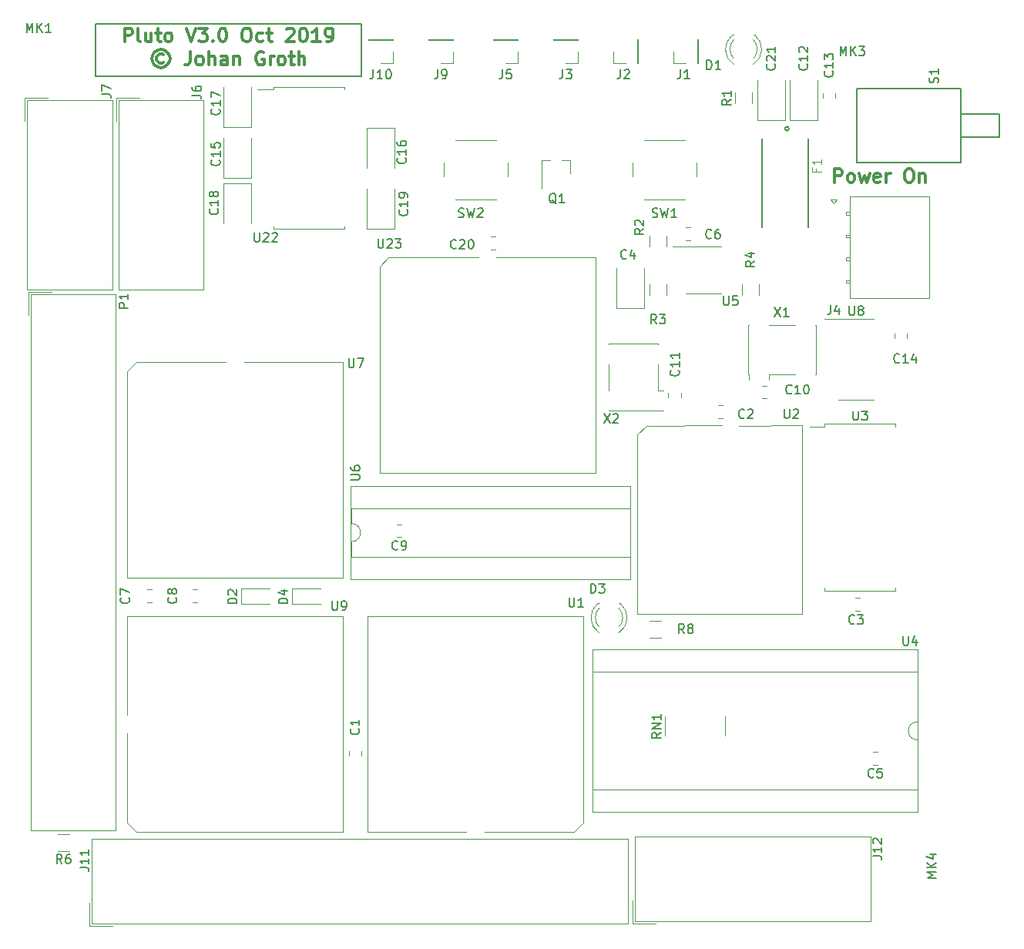
<source format=gbr>
G04 #@! TF.GenerationSoftware,KiCad,Pcbnew,5.1.4-e60b266~84~ubuntu18.04.1*
G04 #@! TF.CreationDate,2019-10-27T20:46:02+00:00*
G04 #@! TF.ProjectId,pluto,706c7574-6f2e-46b6-9963-61645f706362,rev?*
G04 #@! TF.SameCoordinates,Original*
G04 #@! TF.FileFunction,Legend,Top*
G04 #@! TF.FilePolarity,Positive*
%FSLAX46Y46*%
G04 Gerber Fmt 4.6, Leading zero omitted, Abs format (unit mm)*
G04 Created by KiCad (PCBNEW 5.1.4-e60b266~84~ubuntu18.04.1) date 2019-10-27 20:46:02*
%MOMM*%
%LPD*%
G04 APERTURE LIST*
%ADD10C,0.300000*%
%ADD11C,0.200000*%
%ADD12C,0.120000*%
%ADD13C,0.150000*%
%ADD14C,0.050000*%
%ADD15R,1.422400X1.422400*%
%ADD16C,1.422400*%
%ADD17R,1.800000X1.800000*%
%ADD18C,1.800000*%
%ADD19C,1.778000*%
%ADD20C,0.100000*%
%ADD21C,1.700000*%
%ADD22O,2.200000X1.700000*%
%ADD23O,1.727200X1.727200*%
%ADD24R,1.727200X1.727200*%
%ADD25C,6.400000*%
%ADD26C,2.000000*%
%ADD27O,1.600000X1.600000*%
%ADD28R,1.600000X1.600000*%
%ADD29R,1.700000X1.700000*%
%ADD30C,1.500000*%
%ADD31R,0.800000X1.900000*%
%ADD32C,1.425000*%
%ADD33C,0.600000*%
%ADD34R,1.800000X2.000000*%
%ADD35R,2.000000X1.800000*%
%ADD36R,0.900000X0.900000*%
%ADD37C,1.150000*%
%ADD38R,3.810000X4.240000*%
%ADD39C,0.650000*%
%ADD40R,1.000000X1.000000*%
G04 APERTURE END LIST*
D10*
X143717000Y-58082571D02*
X143717000Y-56582571D01*
X144288428Y-56582571D01*
X144431285Y-56654000D01*
X144502714Y-56725428D01*
X144574142Y-56868285D01*
X144574142Y-57082571D01*
X144502714Y-57225428D01*
X144431285Y-57296857D01*
X144288428Y-57368285D01*
X143717000Y-57368285D01*
X145431285Y-58082571D02*
X145288428Y-58011142D01*
X145217000Y-57939714D01*
X145145571Y-57796857D01*
X145145571Y-57368285D01*
X145217000Y-57225428D01*
X145288428Y-57154000D01*
X145431285Y-57082571D01*
X145645571Y-57082571D01*
X145788428Y-57154000D01*
X145859857Y-57225428D01*
X145931285Y-57368285D01*
X145931285Y-57796857D01*
X145859857Y-57939714D01*
X145788428Y-58011142D01*
X145645571Y-58082571D01*
X145431285Y-58082571D01*
X146431285Y-57082571D02*
X146717000Y-58082571D01*
X147002714Y-57368285D01*
X147288428Y-58082571D01*
X147574142Y-57082571D01*
X148717000Y-58011142D02*
X148574142Y-58082571D01*
X148288428Y-58082571D01*
X148145571Y-58011142D01*
X148074142Y-57868285D01*
X148074142Y-57296857D01*
X148145571Y-57154000D01*
X148288428Y-57082571D01*
X148574142Y-57082571D01*
X148717000Y-57154000D01*
X148788428Y-57296857D01*
X148788428Y-57439714D01*
X148074142Y-57582571D01*
X149431285Y-58082571D02*
X149431285Y-57082571D01*
X149431285Y-57368285D02*
X149502714Y-57225428D01*
X149574142Y-57154000D01*
X149717000Y-57082571D01*
X149859857Y-57082571D01*
X151788428Y-56582571D02*
X152074142Y-56582571D01*
X152217000Y-56654000D01*
X152359857Y-56796857D01*
X152431285Y-57082571D01*
X152431285Y-57582571D01*
X152359857Y-57868285D01*
X152217000Y-58011142D01*
X152074142Y-58082571D01*
X151788428Y-58082571D01*
X151645571Y-58011142D01*
X151502714Y-57868285D01*
X151431285Y-57582571D01*
X151431285Y-57082571D01*
X151502714Y-56796857D01*
X151645571Y-56654000D01*
X151788428Y-56582571D01*
X153074142Y-57082571D02*
X153074142Y-58082571D01*
X153074142Y-57225428D02*
X153145571Y-57154000D01*
X153288428Y-57082571D01*
X153502714Y-57082571D01*
X153645571Y-57154000D01*
X153717000Y-57296857D01*
X153717000Y-58082571D01*
D11*
X62534800Y-46405800D02*
X62534800Y-40690800D01*
X91744800Y-46405800D02*
X62534800Y-46405800D01*
X91744800Y-40690800D02*
X91744800Y-46405800D01*
X62534800Y-40690800D02*
X91744800Y-40690800D01*
D10*
X65711228Y-42634371D02*
X65711228Y-41134371D01*
X66282657Y-41134371D01*
X66425514Y-41205800D01*
X66496942Y-41277228D01*
X66568371Y-41420085D01*
X66568371Y-41634371D01*
X66496942Y-41777228D01*
X66425514Y-41848657D01*
X66282657Y-41920085D01*
X65711228Y-41920085D01*
X67425514Y-42634371D02*
X67282657Y-42562942D01*
X67211228Y-42420085D01*
X67211228Y-41134371D01*
X68639800Y-41634371D02*
X68639800Y-42634371D01*
X67996942Y-41634371D02*
X67996942Y-42420085D01*
X68068371Y-42562942D01*
X68211228Y-42634371D01*
X68425514Y-42634371D01*
X68568371Y-42562942D01*
X68639800Y-42491514D01*
X69139800Y-41634371D02*
X69711228Y-41634371D01*
X69354085Y-41134371D02*
X69354085Y-42420085D01*
X69425514Y-42562942D01*
X69568371Y-42634371D01*
X69711228Y-42634371D01*
X70425514Y-42634371D02*
X70282657Y-42562942D01*
X70211228Y-42491514D01*
X70139800Y-42348657D01*
X70139800Y-41920085D01*
X70211228Y-41777228D01*
X70282657Y-41705800D01*
X70425514Y-41634371D01*
X70639800Y-41634371D01*
X70782657Y-41705800D01*
X70854085Y-41777228D01*
X70925514Y-41920085D01*
X70925514Y-42348657D01*
X70854085Y-42491514D01*
X70782657Y-42562942D01*
X70639800Y-42634371D01*
X70425514Y-42634371D01*
X72496942Y-41134371D02*
X72996942Y-42634371D01*
X73496942Y-41134371D01*
X73854085Y-41134371D02*
X74782657Y-41134371D01*
X74282657Y-41705800D01*
X74496942Y-41705800D01*
X74639800Y-41777228D01*
X74711228Y-41848657D01*
X74782657Y-41991514D01*
X74782657Y-42348657D01*
X74711228Y-42491514D01*
X74639800Y-42562942D01*
X74496942Y-42634371D01*
X74068371Y-42634371D01*
X73925514Y-42562942D01*
X73854085Y-42491514D01*
X75425514Y-42491514D02*
X75496942Y-42562942D01*
X75425514Y-42634371D01*
X75354085Y-42562942D01*
X75425514Y-42491514D01*
X75425514Y-42634371D01*
X76425514Y-41134371D02*
X76568371Y-41134371D01*
X76711228Y-41205800D01*
X76782657Y-41277228D01*
X76854085Y-41420085D01*
X76925514Y-41705800D01*
X76925514Y-42062942D01*
X76854085Y-42348657D01*
X76782657Y-42491514D01*
X76711228Y-42562942D01*
X76568371Y-42634371D01*
X76425514Y-42634371D01*
X76282657Y-42562942D01*
X76211228Y-42491514D01*
X76139800Y-42348657D01*
X76068371Y-42062942D01*
X76068371Y-41705800D01*
X76139800Y-41420085D01*
X76211228Y-41277228D01*
X76282657Y-41205800D01*
X76425514Y-41134371D01*
X78996942Y-41134371D02*
X79282657Y-41134371D01*
X79425514Y-41205800D01*
X79568371Y-41348657D01*
X79639800Y-41634371D01*
X79639800Y-42134371D01*
X79568371Y-42420085D01*
X79425514Y-42562942D01*
X79282657Y-42634371D01*
X78996942Y-42634371D01*
X78854085Y-42562942D01*
X78711228Y-42420085D01*
X78639800Y-42134371D01*
X78639800Y-41634371D01*
X78711228Y-41348657D01*
X78854085Y-41205800D01*
X78996942Y-41134371D01*
X80925514Y-42562942D02*
X80782657Y-42634371D01*
X80496942Y-42634371D01*
X80354085Y-42562942D01*
X80282657Y-42491514D01*
X80211228Y-42348657D01*
X80211228Y-41920085D01*
X80282657Y-41777228D01*
X80354085Y-41705800D01*
X80496942Y-41634371D01*
X80782657Y-41634371D01*
X80925514Y-41705800D01*
X81354085Y-41634371D02*
X81925514Y-41634371D01*
X81568371Y-41134371D02*
X81568371Y-42420085D01*
X81639800Y-42562942D01*
X81782657Y-42634371D01*
X81925514Y-42634371D01*
X83496942Y-41277228D02*
X83568371Y-41205800D01*
X83711228Y-41134371D01*
X84068371Y-41134371D01*
X84211228Y-41205800D01*
X84282657Y-41277228D01*
X84354085Y-41420085D01*
X84354085Y-41562942D01*
X84282657Y-41777228D01*
X83425514Y-42634371D01*
X84354085Y-42634371D01*
X85282657Y-41134371D02*
X85425514Y-41134371D01*
X85568371Y-41205800D01*
X85639800Y-41277228D01*
X85711228Y-41420085D01*
X85782657Y-41705800D01*
X85782657Y-42062942D01*
X85711228Y-42348657D01*
X85639800Y-42491514D01*
X85568371Y-42562942D01*
X85425514Y-42634371D01*
X85282657Y-42634371D01*
X85139800Y-42562942D01*
X85068371Y-42491514D01*
X84996942Y-42348657D01*
X84925514Y-42062942D01*
X84925514Y-41705800D01*
X84996942Y-41420085D01*
X85068371Y-41277228D01*
X85139800Y-41205800D01*
X85282657Y-41134371D01*
X87211228Y-42634371D02*
X86354085Y-42634371D01*
X86782657Y-42634371D02*
X86782657Y-41134371D01*
X86639800Y-41348657D01*
X86496942Y-41491514D01*
X86354085Y-41562942D01*
X87925514Y-42634371D02*
X88211228Y-42634371D01*
X88354085Y-42562942D01*
X88425514Y-42491514D01*
X88568371Y-42277228D01*
X88639800Y-41991514D01*
X88639800Y-41420085D01*
X88568371Y-41277228D01*
X88496942Y-41205800D01*
X88354085Y-41134371D01*
X88068371Y-41134371D01*
X87925514Y-41205800D01*
X87854085Y-41277228D01*
X87782657Y-41420085D01*
X87782657Y-41777228D01*
X87854085Y-41920085D01*
X87925514Y-41991514D01*
X88068371Y-42062942D01*
X88354085Y-42062942D01*
X88496942Y-41991514D01*
X88568371Y-41920085D01*
X88639800Y-41777228D01*
X69996942Y-44041514D02*
X69854085Y-43970085D01*
X69568371Y-43970085D01*
X69425514Y-44041514D01*
X69282657Y-44184371D01*
X69211228Y-44327228D01*
X69211228Y-44612942D01*
X69282657Y-44755800D01*
X69425514Y-44898657D01*
X69568371Y-44970085D01*
X69854085Y-44970085D01*
X69996942Y-44898657D01*
X69711228Y-43470085D02*
X69354085Y-43541514D01*
X68996942Y-43755800D01*
X68782657Y-44112942D01*
X68711228Y-44470085D01*
X68782657Y-44827228D01*
X68996942Y-45184371D01*
X69354085Y-45398657D01*
X69711228Y-45470085D01*
X70068371Y-45398657D01*
X70425514Y-45184371D01*
X70639800Y-44827228D01*
X70711228Y-44470085D01*
X70639800Y-44112942D01*
X70425514Y-43755800D01*
X70068371Y-43541514D01*
X69711228Y-43470085D01*
X72925514Y-43684371D02*
X72925514Y-44755800D01*
X72854085Y-44970085D01*
X72711228Y-45112942D01*
X72496942Y-45184371D01*
X72354085Y-45184371D01*
X73854085Y-45184371D02*
X73711228Y-45112942D01*
X73639800Y-45041514D01*
X73568371Y-44898657D01*
X73568371Y-44470085D01*
X73639800Y-44327228D01*
X73711228Y-44255800D01*
X73854085Y-44184371D01*
X74068371Y-44184371D01*
X74211228Y-44255800D01*
X74282657Y-44327228D01*
X74354085Y-44470085D01*
X74354085Y-44898657D01*
X74282657Y-45041514D01*
X74211228Y-45112942D01*
X74068371Y-45184371D01*
X73854085Y-45184371D01*
X74996942Y-45184371D02*
X74996942Y-43684371D01*
X75639800Y-45184371D02*
X75639800Y-44398657D01*
X75568371Y-44255800D01*
X75425514Y-44184371D01*
X75211228Y-44184371D01*
X75068371Y-44255800D01*
X74996942Y-44327228D01*
X76996942Y-45184371D02*
X76996942Y-44398657D01*
X76925514Y-44255800D01*
X76782657Y-44184371D01*
X76496942Y-44184371D01*
X76354085Y-44255800D01*
X76996942Y-45112942D02*
X76854085Y-45184371D01*
X76496942Y-45184371D01*
X76354085Y-45112942D01*
X76282657Y-44970085D01*
X76282657Y-44827228D01*
X76354085Y-44684371D01*
X76496942Y-44612942D01*
X76854085Y-44612942D01*
X76996942Y-44541514D01*
X77711228Y-44184371D02*
X77711228Y-45184371D01*
X77711228Y-44327228D02*
X77782657Y-44255800D01*
X77925514Y-44184371D01*
X78139800Y-44184371D01*
X78282657Y-44255800D01*
X78354085Y-44398657D01*
X78354085Y-45184371D01*
X80996942Y-43755800D02*
X80854085Y-43684371D01*
X80639800Y-43684371D01*
X80425514Y-43755800D01*
X80282657Y-43898657D01*
X80211228Y-44041514D01*
X80139800Y-44327228D01*
X80139800Y-44541514D01*
X80211228Y-44827228D01*
X80282657Y-44970085D01*
X80425514Y-45112942D01*
X80639800Y-45184371D01*
X80782657Y-45184371D01*
X80996942Y-45112942D01*
X81068371Y-45041514D01*
X81068371Y-44541514D01*
X80782657Y-44541514D01*
X81711228Y-45184371D02*
X81711228Y-44184371D01*
X81711228Y-44470085D02*
X81782657Y-44327228D01*
X81854085Y-44255800D01*
X81996942Y-44184371D01*
X82139800Y-44184371D01*
X82854085Y-45184371D02*
X82711228Y-45112942D01*
X82639800Y-45041514D01*
X82568371Y-44898657D01*
X82568371Y-44470085D01*
X82639800Y-44327228D01*
X82711228Y-44255800D01*
X82854085Y-44184371D01*
X83068371Y-44184371D01*
X83211228Y-44255800D01*
X83282657Y-44327228D01*
X83354085Y-44470085D01*
X83354085Y-44898657D01*
X83282657Y-45041514D01*
X83211228Y-45112942D01*
X83068371Y-45184371D01*
X82854085Y-45184371D01*
X83782657Y-44184371D02*
X84354085Y-44184371D01*
X83996942Y-43684371D02*
X83996942Y-44970085D01*
X84068371Y-45112942D01*
X84211228Y-45184371D01*
X84354085Y-45184371D01*
X84854085Y-45184371D02*
X84854085Y-43684371D01*
X85496942Y-45184371D02*
X85496942Y-44398657D01*
X85425514Y-44255800D01*
X85282657Y-44184371D01*
X85068371Y-44184371D01*
X84925514Y-44255800D01*
X84854085Y-44327228D01*
D12*
X66001000Y-118602000D02*
X66001000Y-128452000D01*
X66001000Y-128452000D02*
X67001000Y-129452000D01*
X67001000Y-129452000D02*
X89701000Y-129452000D01*
X89701000Y-129452000D02*
X89701000Y-105752000D01*
X89701000Y-105752000D02*
X66001000Y-105752000D01*
X66001000Y-105752000D02*
X66001000Y-116602000D01*
X89701000Y-77812000D02*
X78851000Y-77812000D01*
X89701000Y-101512000D02*
X89701000Y-77812000D01*
X66001000Y-101512000D02*
X89701000Y-101512000D01*
X66001000Y-78812000D02*
X66001000Y-101512000D01*
X67001000Y-77812000D02*
X66001000Y-78812000D01*
X76851000Y-77812000D02*
X67001000Y-77812000D01*
X120026608Y-107590335D02*
G75*
G03X120183516Y-104358000I-1078608J1672335D01*
G01*
X117869392Y-107590335D02*
G75*
G02X117712484Y-104358000I1078608J1672335D01*
G01*
X120027837Y-106959130D02*
G75*
G03X120028000Y-104877039I-1079837J1041130D01*
G01*
X117868163Y-106959130D02*
G75*
G02X117868000Y-104877039I1079837J1041130D01*
G01*
X120184000Y-104358000D02*
X120028000Y-104358000D01*
X117868000Y-104358000D02*
X117712000Y-104358000D01*
X134809608Y-45106335D02*
G75*
G03X134966516Y-41874000I-1078608J1672335D01*
G01*
X132652392Y-45106335D02*
G75*
G02X132495484Y-41874000I1078608J1672335D01*
G01*
X134810837Y-44475130D02*
G75*
G03X134811000Y-42393039I-1079837J1041130D01*
G01*
X132651163Y-44475130D02*
G75*
G02X132651000Y-42393039I1079837J1041130D01*
G01*
X134967000Y-41874000D02*
X134811000Y-41874000D01*
X132651000Y-41874000D02*
X132495000Y-41874000D01*
D13*
X157607000Y-50546000D02*
X161798000Y-50546000D01*
X161798000Y-50546000D02*
X161798000Y-53086000D01*
X161798000Y-53086000D02*
X157607000Y-53086000D01*
X157607000Y-47752000D02*
X157607000Y-55880000D01*
X157607000Y-55880000D02*
X146177000Y-55880000D01*
X146177000Y-55880000D02*
X146177000Y-47752000D01*
X146177000Y-47752000D02*
X157607000Y-47752000D01*
D12*
X145447000Y-59638000D02*
X145447000Y-70798000D01*
X145447000Y-70798000D02*
X154127000Y-70798000D01*
X154127000Y-70798000D02*
X154127000Y-59638000D01*
X154127000Y-59638000D02*
X145447000Y-59638000D01*
X145447000Y-61618000D02*
X145447000Y-61318000D01*
X145447000Y-61318000D02*
X144997000Y-61318000D01*
X144997000Y-61318000D02*
X144997000Y-61618000D01*
X144997000Y-61618000D02*
X145447000Y-61618000D01*
X145447000Y-64118000D02*
X145447000Y-63818000D01*
X145447000Y-63818000D02*
X144997000Y-63818000D01*
X144997000Y-63818000D02*
X144997000Y-64118000D01*
X144997000Y-64118000D02*
X145447000Y-64118000D01*
X145447000Y-66618000D02*
X145447000Y-66318000D01*
X145447000Y-66318000D02*
X144997000Y-66318000D01*
X144997000Y-66318000D02*
X144997000Y-66618000D01*
X144997000Y-66618000D02*
X145447000Y-66618000D01*
X145447000Y-69118000D02*
X145447000Y-68818000D01*
X145447000Y-68818000D02*
X144997000Y-68818000D01*
X144997000Y-68818000D02*
X144997000Y-69118000D01*
X144997000Y-69118000D02*
X145447000Y-69118000D01*
X143637000Y-60358000D02*
X143937000Y-59933736D01*
X143937000Y-59933736D02*
X143337000Y-59933736D01*
X143337000Y-59933736D02*
X143637000Y-60358000D01*
X64798000Y-48756000D02*
X67338000Y-48756000D01*
X64798000Y-48756000D02*
X64798000Y-51296000D01*
X65048000Y-49006000D02*
X74398000Y-49006000D01*
X65048000Y-69866000D02*
X65048000Y-49006000D01*
X74398000Y-69866000D02*
X65048000Y-69866000D01*
X74398000Y-49006000D02*
X74398000Y-69866000D01*
X64365000Y-49006000D02*
X64365000Y-69866000D01*
X64365000Y-69866000D02*
X55015000Y-69866000D01*
X55015000Y-69866000D02*
X55015000Y-49006000D01*
X55015000Y-49006000D02*
X64365000Y-49006000D01*
X54765000Y-48756000D02*
X54765000Y-51296000D01*
X54765000Y-48756000D02*
X57305000Y-48756000D01*
X121777000Y-129945000D02*
X147717000Y-129945000D01*
X147717000Y-129945000D02*
X147717000Y-139295000D01*
X147717000Y-139295000D02*
X121777000Y-139295000D01*
X121777000Y-139295000D02*
X121777000Y-129945000D01*
X121527000Y-139545000D02*
X124067000Y-139545000D01*
X121527000Y-139545000D02*
X121527000Y-137005000D01*
X64746000Y-70342000D02*
X64746000Y-129302000D01*
X64746000Y-129302000D02*
X55396000Y-129302000D01*
X55396000Y-129302000D02*
X55396000Y-70342000D01*
X55396000Y-70342000D02*
X64746000Y-70342000D01*
X55146000Y-70092000D02*
X55146000Y-72632000D01*
X55146000Y-70092000D02*
X57686000Y-70092000D01*
X127293000Y-53428000D02*
X122793000Y-53428000D01*
X128543000Y-57428000D02*
X128543000Y-55928000D01*
X122793000Y-59928000D02*
X127293000Y-59928000D01*
X121543000Y-55928000D02*
X121543000Y-57428000D01*
X100819000Y-55928000D02*
X100819000Y-57428000D01*
X102069000Y-59928000D02*
X106569000Y-59928000D01*
X107819000Y-57428000D02*
X107819000Y-55928000D01*
X106569000Y-53428000D02*
X102069000Y-53428000D01*
X92417000Y-129452000D02*
X103267000Y-129452000D01*
X92417000Y-105752000D02*
X92417000Y-129452000D01*
X116117000Y-105752000D02*
X92417000Y-105752000D01*
X116117000Y-128452000D02*
X116117000Y-105752000D01*
X115117000Y-129452000D02*
X116117000Y-128452000D01*
X105267000Y-129452000D02*
X115117000Y-129452000D01*
X152901000Y-127314000D02*
X152901000Y-109414000D01*
X117101000Y-127314000D02*
X152901000Y-127314000D01*
X117101000Y-109414000D02*
X117101000Y-127314000D01*
X152901000Y-109414000D02*
X117101000Y-109414000D01*
X152841000Y-124824000D02*
X152841000Y-119364000D01*
X117161000Y-124824000D02*
X152841000Y-124824000D01*
X117161000Y-111904000D02*
X117161000Y-124824000D01*
X152841000Y-111904000D02*
X117161000Y-111904000D01*
X152841000Y-117364000D02*
X152841000Y-111904000D01*
X152841000Y-119364000D02*
G75*
G02X152841000Y-117364000I0J1000000D01*
G01*
X90643400Y-95571000D02*
G75*
G02X90643400Y-97571000I0J-1000000D01*
G01*
X90643400Y-97571000D02*
X90643400Y-99221000D01*
X90643400Y-99221000D02*
X121243400Y-99221000D01*
X121243400Y-99221000D02*
X121243400Y-93921000D01*
X121243400Y-93921000D02*
X90643400Y-93921000D01*
X90643400Y-93921000D02*
X90643400Y-95571000D01*
X90583400Y-101711000D02*
X121303400Y-101711000D01*
X121303400Y-101711000D02*
X121303400Y-91431000D01*
X121303400Y-91431000D02*
X90583400Y-91431000D01*
X90583400Y-91431000D02*
X90583400Y-101711000D01*
X104588000Y-66331200D02*
X94738000Y-66331200D01*
X94738000Y-66331200D02*
X93738000Y-67331200D01*
X93738000Y-67331200D02*
X93738000Y-90031200D01*
X93738000Y-90031200D02*
X117438000Y-90031200D01*
X117438000Y-90031200D02*
X117438000Y-66331200D01*
X117438000Y-66331200D02*
X106588000Y-66331200D01*
X126051000Y-45018000D02*
X126051000Y-43688000D01*
X127381000Y-45018000D02*
X126051000Y-45018000D01*
X128651000Y-45018000D02*
X128651000Y-42358000D01*
X128651000Y-42358000D02*
X128711000Y-42358000D01*
X128651000Y-45018000D02*
X128711000Y-45018000D01*
X128711000Y-45018000D02*
X128711000Y-42358000D01*
X122107000Y-45018000D02*
X122107000Y-42358000D01*
X122047000Y-45018000D02*
X122107000Y-45018000D01*
X122047000Y-42358000D02*
X122107000Y-42358000D01*
X122047000Y-45018000D02*
X122047000Y-42358000D01*
X120777000Y-45018000D02*
X119447000Y-45018000D01*
X119447000Y-45018000D02*
X119447000Y-43688000D01*
X115503000Y-42358000D02*
X112843000Y-42358000D01*
X115503000Y-42418000D02*
X115503000Y-42358000D01*
X112843000Y-42418000D02*
X112843000Y-42358000D01*
X115503000Y-42418000D02*
X112843000Y-42418000D01*
X115503000Y-43688000D02*
X115503000Y-45018000D01*
X115503000Y-45018000D02*
X114173000Y-45018000D01*
X108899000Y-45018000D02*
X107569000Y-45018000D01*
X108899000Y-43688000D02*
X108899000Y-45018000D01*
X108899000Y-42418000D02*
X106239000Y-42418000D01*
X106239000Y-42418000D02*
X106239000Y-42358000D01*
X108899000Y-42418000D02*
X108899000Y-42358000D01*
X108899000Y-42358000D02*
X106239000Y-42358000D01*
X101787000Y-45018000D02*
X100457000Y-45018000D01*
X101787000Y-43688000D02*
X101787000Y-45018000D01*
X101787000Y-42418000D02*
X99127000Y-42418000D01*
X99127000Y-42418000D02*
X99127000Y-42358000D01*
X101787000Y-42418000D02*
X101787000Y-42358000D01*
X101787000Y-42358000D02*
X99127000Y-42358000D01*
X95183000Y-42358000D02*
X92523000Y-42358000D01*
X95183000Y-42418000D02*
X95183000Y-42358000D01*
X92523000Y-42418000D02*
X92523000Y-42358000D01*
X95183000Y-42418000D02*
X92523000Y-42418000D01*
X95183000Y-43688000D02*
X95183000Y-45018000D01*
X95183000Y-45018000D02*
X93853000Y-45018000D01*
X122041200Y-105489400D02*
X122031800Y-85813800D01*
X123031800Y-84813800D02*
X131363000Y-84788400D01*
X140151400Y-84788400D02*
X140151400Y-105489400D01*
X140151400Y-105489400D02*
X122041200Y-105489400D01*
X123031800Y-84813800D02*
X122031800Y-85813800D01*
X133242600Y-84813800D02*
X140151400Y-84788400D01*
X62087000Y-130199000D02*
X121047000Y-130199000D01*
X121047000Y-130199000D02*
X121047000Y-139549000D01*
X121047000Y-139549000D02*
X62087000Y-139549000D01*
X62087000Y-139549000D02*
X62087000Y-130199000D01*
X61837000Y-139799000D02*
X64377000Y-139799000D01*
X61837000Y-139799000D02*
X61837000Y-137259000D01*
X79615000Y-57600000D02*
X79615000Y-53215000D01*
X76595000Y-57600000D02*
X79615000Y-57600000D01*
X76595000Y-53215000D02*
X76595000Y-57600000D01*
X95363000Y-56513000D02*
X95363000Y-52128000D01*
X95363000Y-52128000D02*
X92343000Y-52128000D01*
X92343000Y-52128000D02*
X92343000Y-56513000D01*
X79615000Y-52012000D02*
X79615000Y-47627000D01*
X76595000Y-52012000D02*
X79615000Y-52012000D01*
X76595000Y-47627000D02*
X76595000Y-52012000D01*
X79615000Y-62609000D02*
X79615000Y-58224000D01*
X79615000Y-58224000D02*
X76595000Y-58224000D01*
X76595000Y-58224000D02*
X76595000Y-62609000D01*
X92343000Y-58803000D02*
X92343000Y-63188000D01*
X92343000Y-63188000D02*
X95363000Y-63188000D01*
X95363000Y-63188000D02*
X95363000Y-58803000D01*
X114671000Y-55652000D02*
X113741000Y-55652000D01*
X111511000Y-55652000D02*
X112441000Y-55652000D01*
X111511000Y-55652000D02*
X111511000Y-58812000D01*
X114671000Y-55652000D02*
X114671000Y-57112000D01*
X134641000Y-49406564D02*
X134641000Y-48202436D01*
X132821000Y-49406564D02*
X132821000Y-48202436D01*
X125243000Y-63913936D02*
X125243000Y-65118064D01*
X123423000Y-63913936D02*
X123423000Y-65118064D01*
X123423000Y-69247936D02*
X123423000Y-70452064D01*
X125243000Y-69247936D02*
X125243000Y-70452064D01*
X133583000Y-70488564D02*
X133583000Y-69284436D01*
X135403000Y-70488564D02*
X135403000Y-69284436D01*
X59606264Y-131568000D02*
X58402136Y-131568000D01*
X59606264Y-129748000D02*
X58402136Y-129748000D01*
X123439936Y-108098000D02*
X124644064Y-108098000D01*
X123439936Y-106278000D02*
X124644064Y-106278000D01*
X129348000Y-70251000D02*
X131298000Y-70251000D01*
X129348000Y-70251000D02*
X127398000Y-70251000D01*
X129348000Y-65131000D02*
X131298000Y-65131000D01*
X129348000Y-65131000D02*
X125898000Y-65131000D01*
X85979000Y-63182000D02*
X89839000Y-63182000D01*
X89839000Y-63182000D02*
X89839000Y-62917000D01*
X85979000Y-63182000D02*
X82119000Y-63182000D01*
X82119000Y-63182000D02*
X82119000Y-62917000D01*
X85979000Y-47562000D02*
X89839000Y-47562000D01*
X89839000Y-47562000D02*
X89839000Y-47827000D01*
X85979000Y-47562000D02*
X82119000Y-47562000D01*
X82119000Y-47562000D02*
X82119000Y-47827000D01*
X82119000Y-47827000D02*
X80304000Y-47827000D01*
X136507000Y-79154000D02*
X136507000Y-79754000D01*
X139387000Y-79154000D02*
X136507000Y-79154000D01*
X134247000Y-73754000D02*
X134307000Y-73754000D01*
X134247000Y-79154000D02*
X134247000Y-73754000D01*
X134307000Y-79154000D02*
X134247000Y-79154000D01*
X134307000Y-79754000D02*
X134307000Y-79154000D01*
X136507000Y-73754000D02*
X139387000Y-73754000D01*
X141647000Y-79154000D02*
X141587000Y-79154000D01*
X141647000Y-73754000D02*
X141647000Y-79154000D01*
X141587000Y-73754000D02*
X141647000Y-73754000D01*
X118941000Y-75862000D02*
X118941000Y-75802000D01*
X118941000Y-75802000D02*
X124341000Y-75802000D01*
X124341000Y-75802000D02*
X124341000Y-75862000D01*
X118941000Y-80942000D02*
X118941000Y-78062000D01*
X124941000Y-83142000D02*
X124341000Y-83142000D01*
X124341000Y-83142000D02*
X124341000Y-83202000D01*
X124341000Y-83202000D02*
X118941000Y-83202000D01*
X118941000Y-83202000D02*
X118941000Y-83142000D01*
X124341000Y-78062000D02*
X124341000Y-80942000D01*
X124341000Y-80942000D02*
X124941000Y-80942000D01*
X131667000Y-116806000D02*
X131667000Y-118906000D01*
X125127000Y-116806000D02*
X125127000Y-118906000D01*
X91769000Y-120600748D02*
X91769000Y-121123252D01*
X90349000Y-120600748D02*
X90349000Y-121123252D01*
X130920748Y-82602000D02*
X131443252Y-82602000D01*
X130920748Y-84022000D02*
X131443252Y-84022000D01*
X145966748Y-105155000D02*
X146489252Y-105155000D01*
X145966748Y-103735000D02*
X146489252Y-103735000D01*
X148461252Y-122122000D02*
X147938748Y-122122000D01*
X148461252Y-120702000D02*
X147938748Y-120702000D01*
X127364748Y-64464000D02*
X127887252Y-64464000D01*
X127364748Y-63044000D02*
X127887252Y-63044000D01*
X68191748Y-102820000D02*
X68714252Y-102820000D01*
X68191748Y-104240000D02*
X68714252Y-104240000D01*
X73692652Y-102820000D02*
X73170148Y-102820000D01*
X73692652Y-104240000D02*
X73170148Y-104240000D01*
X96146252Y-97077600D02*
X95623748Y-97077600D01*
X96146252Y-95657600D02*
X95623748Y-95657600D01*
X136269252Y-80417600D02*
X135746748Y-80417600D01*
X136269252Y-81837600D02*
X135746748Y-81837600D01*
X125452000Y-81180148D02*
X125452000Y-81702652D01*
X126872000Y-81180148D02*
X126872000Y-81702652D01*
X106449252Y-65480000D02*
X105926748Y-65480000D01*
X106449252Y-64060000D02*
X105926748Y-64060000D01*
X138825000Y-46865000D02*
X138825000Y-51250000D01*
X138825000Y-51250000D02*
X141845000Y-51250000D01*
X141845000Y-51250000D02*
X141845000Y-46865000D01*
X142419000Y-48784252D02*
X142419000Y-48261748D01*
X143839000Y-48784252D02*
X143839000Y-48261748D01*
D11*
X140818000Y-53303000D02*
X140818000Y-63029000D01*
X135788000Y-63029000D02*
X135788000Y-53303000D01*
X138726610Y-52166000D02*
G75*
G03X138726610Y-52166000I-223610J0D01*
G01*
D12*
X135269000Y-46865000D02*
X135269000Y-51250000D01*
X135269000Y-51250000D02*
X138289000Y-51250000D01*
X138289000Y-51250000D02*
X138289000Y-46865000D01*
X119775000Y-67491000D02*
X119775000Y-71876000D01*
X119775000Y-71876000D02*
X122795000Y-71876000D01*
X122795000Y-71876000D02*
X122795000Y-67491000D01*
X150293000Y-75191252D02*
X150293000Y-74668748D01*
X151713000Y-75191252D02*
X151713000Y-74668748D01*
X146533000Y-102946800D02*
X150435500Y-102946800D01*
X150435500Y-102946800D02*
X150435500Y-102616800D01*
X146533000Y-102946800D02*
X142630500Y-102946800D01*
X142630500Y-102946800D02*
X142630500Y-102616800D01*
X146533000Y-84606800D02*
X150435500Y-84606800D01*
X150435500Y-84606800D02*
X150435500Y-84936800D01*
X146533000Y-84606800D02*
X142630500Y-84606800D01*
X142630500Y-84606800D02*
X142630500Y-84936800D01*
X142630500Y-84936800D02*
X141033000Y-84936800D01*
X146092000Y-81938000D02*
X148042000Y-81938000D01*
X146092000Y-81938000D02*
X144142000Y-81938000D01*
X146092000Y-73068000D02*
X148042000Y-73068000D01*
X146092000Y-73068000D02*
X142642000Y-73068000D01*
X78511000Y-102680000D02*
X78511000Y-104380000D01*
X78511000Y-104380000D02*
X81661000Y-104380000D01*
X78511000Y-102680000D02*
X81661000Y-102680000D01*
X84099000Y-102680000D02*
X87249000Y-102680000D01*
X84099000Y-104380000D02*
X87249000Y-104380000D01*
X84099000Y-102680000D02*
X84099000Y-104380000D01*
D13*
X88519095Y-104100380D02*
X88519095Y-104909904D01*
X88566714Y-105005142D01*
X88614333Y-105052761D01*
X88709571Y-105100380D01*
X88900047Y-105100380D01*
X88995285Y-105052761D01*
X89042904Y-105005142D01*
X89090523Y-104909904D01*
X89090523Y-104100380D01*
X89614333Y-105100380D02*
X89804809Y-105100380D01*
X89900047Y-105052761D01*
X89947666Y-105005142D01*
X90042904Y-104862285D01*
X90090523Y-104671809D01*
X90090523Y-104290857D01*
X90042904Y-104195619D01*
X89995285Y-104148000D01*
X89900047Y-104100380D01*
X89709571Y-104100380D01*
X89614333Y-104148000D01*
X89566714Y-104195619D01*
X89519095Y-104290857D01*
X89519095Y-104528952D01*
X89566714Y-104624190D01*
X89614333Y-104671809D01*
X89709571Y-104719428D01*
X89900047Y-104719428D01*
X89995285Y-104671809D01*
X90042904Y-104624190D01*
X90090523Y-104528952D01*
X90347895Y-77430380D02*
X90347895Y-78239904D01*
X90395514Y-78335142D01*
X90443133Y-78382761D01*
X90538371Y-78430380D01*
X90728847Y-78430380D01*
X90824085Y-78382761D01*
X90871704Y-78335142D01*
X90919323Y-78239904D01*
X90919323Y-77430380D01*
X91300276Y-77430380D02*
X91966942Y-77430380D01*
X91538371Y-78430380D01*
X116939904Y-103195380D02*
X116939904Y-102195380D01*
X117178000Y-102195380D01*
X117320857Y-102243000D01*
X117416095Y-102338238D01*
X117463714Y-102433476D01*
X117511333Y-102623952D01*
X117511333Y-102766809D01*
X117463714Y-102957285D01*
X117416095Y-103052523D01*
X117320857Y-103147761D01*
X117178000Y-103195380D01*
X116939904Y-103195380D01*
X117844666Y-102195380D02*
X118463714Y-102195380D01*
X118130380Y-102576333D01*
X118273238Y-102576333D01*
X118368476Y-102623952D01*
X118416095Y-102671571D01*
X118463714Y-102766809D01*
X118463714Y-103004904D01*
X118416095Y-103100142D01*
X118368476Y-103147761D01*
X118273238Y-103195380D01*
X117987523Y-103195380D01*
X117892285Y-103147761D01*
X117844666Y-103100142D01*
X129690904Y-45664380D02*
X129690904Y-44664380D01*
X129929000Y-44664380D01*
X130071857Y-44712000D01*
X130167095Y-44807238D01*
X130214714Y-44902476D01*
X130262333Y-45092952D01*
X130262333Y-45235809D01*
X130214714Y-45426285D01*
X130167095Y-45521523D01*
X130071857Y-45616761D01*
X129929000Y-45664380D01*
X129690904Y-45664380D01*
X131214714Y-45664380D02*
X130643285Y-45664380D01*
X130929000Y-45664380D02*
X130929000Y-44664380D01*
X130833761Y-44807238D01*
X130738523Y-44902476D01*
X130643285Y-44950095D01*
X155090761Y-47116904D02*
X155138380Y-46974047D01*
X155138380Y-46735952D01*
X155090761Y-46640714D01*
X155043142Y-46593095D01*
X154947904Y-46545476D01*
X154852666Y-46545476D01*
X154757428Y-46593095D01*
X154709809Y-46640714D01*
X154662190Y-46735952D01*
X154614571Y-46926428D01*
X154566952Y-47021666D01*
X154519333Y-47069285D01*
X154424095Y-47116904D01*
X154328857Y-47116904D01*
X154233619Y-47069285D01*
X154186000Y-47021666D01*
X154138380Y-46926428D01*
X154138380Y-46688333D01*
X154186000Y-46545476D01*
X155138380Y-45593095D02*
X155138380Y-46164523D01*
X155138380Y-45878809D02*
X154138380Y-45878809D01*
X154281238Y-45974047D01*
X154376476Y-46069285D01*
X154424095Y-46164523D01*
X143303666Y-71588380D02*
X143303666Y-72302666D01*
X143256047Y-72445523D01*
X143160809Y-72540761D01*
X143017952Y-72588380D01*
X142922714Y-72588380D01*
X144208428Y-71921714D02*
X144208428Y-72588380D01*
X143970333Y-71540761D02*
X143732238Y-72255047D01*
X144351285Y-72255047D01*
X73137780Y-48491733D02*
X73852066Y-48491733D01*
X73994923Y-48539352D01*
X74090161Y-48634590D01*
X74137780Y-48777447D01*
X74137780Y-48872685D01*
X73137780Y-47586971D02*
X73137780Y-47777447D01*
X73185400Y-47872685D01*
X73233019Y-47920304D01*
X73375876Y-48015542D01*
X73566352Y-48063161D01*
X73947304Y-48063161D01*
X74042542Y-48015542D01*
X74090161Y-47967923D01*
X74137780Y-47872685D01*
X74137780Y-47682209D01*
X74090161Y-47586971D01*
X74042542Y-47539352D01*
X73947304Y-47491733D01*
X73709209Y-47491733D01*
X73613971Y-47539352D01*
X73566352Y-47586971D01*
X73518733Y-47682209D01*
X73518733Y-47872685D01*
X73566352Y-47967923D01*
X73613971Y-48015542D01*
X73709209Y-48063161D01*
X63231780Y-48390133D02*
X63946066Y-48390133D01*
X64088923Y-48437752D01*
X64184161Y-48532990D01*
X64231780Y-48675847D01*
X64231780Y-48771085D01*
X63231780Y-48009180D02*
X63231780Y-47342514D01*
X64231780Y-47771085D01*
X147915380Y-132127523D02*
X148629666Y-132127523D01*
X148772523Y-132175142D01*
X148867761Y-132270380D01*
X148915380Y-132413238D01*
X148915380Y-132508476D01*
X148915380Y-131127523D02*
X148915380Y-131698952D01*
X148915380Y-131413238D02*
X147915380Y-131413238D01*
X148058238Y-131508476D01*
X148153476Y-131603714D01*
X148201095Y-131698952D01*
X148010619Y-130746571D02*
X147963000Y-130698952D01*
X147915380Y-130603714D01*
X147915380Y-130365619D01*
X147963000Y-130270380D01*
X148010619Y-130222761D01*
X148105857Y-130175142D01*
X148201095Y-130175142D01*
X148343952Y-130222761D01*
X148915380Y-130794190D01*
X148915380Y-130175142D01*
X54951476Y-41600380D02*
X54951476Y-40600380D01*
X55284809Y-41314666D01*
X55618142Y-40600380D01*
X55618142Y-41600380D01*
X56094333Y-41600380D02*
X56094333Y-40600380D01*
X56665761Y-41600380D02*
X56237190Y-41028952D01*
X56665761Y-40600380D02*
X56094333Y-41171809D01*
X57618142Y-41600380D02*
X57046714Y-41600380D01*
X57332428Y-41600380D02*
X57332428Y-40600380D01*
X57237190Y-40743238D01*
X57141952Y-40838476D01*
X57046714Y-40886095D01*
X144359476Y-44140380D02*
X144359476Y-43140380D01*
X144692809Y-43854666D01*
X145026142Y-43140380D01*
X145026142Y-44140380D01*
X145502333Y-44140380D02*
X145502333Y-43140380D01*
X146073761Y-44140380D02*
X145645190Y-43568952D01*
X146073761Y-43140380D02*
X145502333Y-43711809D01*
X146407095Y-43140380D02*
X147026142Y-43140380D01*
X146692809Y-43521333D01*
X146835666Y-43521333D01*
X146930904Y-43568952D01*
X146978523Y-43616571D01*
X147026142Y-43711809D01*
X147026142Y-43949904D01*
X146978523Y-44045142D01*
X146930904Y-44092761D01*
X146835666Y-44140380D01*
X146549952Y-44140380D01*
X146454714Y-44092761D01*
X146407095Y-44045142D01*
X154884380Y-134532523D02*
X153884380Y-134532523D01*
X154598666Y-134199190D01*
X153884380Y-133865857D01*
X154884380Y-133865857D01*
X154884380Y-133389666D02*
X153884380Y-133389666D01*
X154884380Y-132818238D02*
X154312952Y-133246809D01*
X153884380Y-132818238D02*
X154455809Y-133389666D01*
X154217714Y-131961095D02*
X154884380Y-131961095D01*
X153836761Y-132199190D02*
X154551047Y-132437285D01*
X154551047Y-131818238D01*
X66111380Y-71858095D02*
X65111380Y-71858095D01*
X65111380Y-71477142D01*
X65159000Y-71381904D01*
X65206619Y-71334285D01*
X65301857Y-71286666D01*
X65444714Y-71286666D01*
X65539952Y-71334285D01*
X65587571Y-71381904D01*
X65635190Y-71477142D01*
X65635190Y-71858095D01*
X66111380Y-70334285D02*
X66111380Y-70905714D01*
X66111380Y-70620000D02*
X65111380Y-70620000D01*
X65254238Y-70715238D01*
X65349476Y-70810476D01*
X65397095Y-70905714D01*
X123709666Y-61872761D02*
X123852523Y-61920380D01*
X124090619Y-61920380D01*
X124185857Y-61872761D01*
X124233476Y-61825142D01*
X124281095Y-61729904D01*
X124281095Y-61634666D01*
X124233476Y-61539428D01*
X124185857Y-61491809D01*
X124090619Y-61444190D01*
X123900142Y-61396571D01*
X123804904Y-61348952D01*
X123757285Y-61301333D01*
X123709666Y-61206095D01*
X123709666Y-61110857D01*
X123757285Y-61015619D01*
X123804904Y-60968000D01*
X123900142Y-60920380D01*
X124138238Y-60920380D01*
X124281095Y-60968000D01*
X124614428Y-60920380D02*
X124852523Y-61920380D01*
X125043000Y-61206095D01*
X125233476Y-61920380D01*
X125471571Y-60920380D01*
X126376333Y-61920380D02*
X125804904Y-61920380D01*
X126090619Y-61920380D02*
X126090619Y-60920380D01*
X125995380Y-61063238D01*
X125900142Y-61158476D01*
X125804904Y-61206095D01*
X102425666Y-61872761D02*
X102568523Y-61920380D01*
X102806619Y-61920380D01*
X102901857Y-61872761D01*
X102949476Y-61825142D01*
X102997095Y-61729904D01*
X102997095Y-61634666D01*
X102949476Y-61539428D01*
X102901857Y-61491809D01*
X102806619Y-61444190D01*
X102616142Y-61396571D01*
X102520904Y-61348952D01*
X102473285Y-61301333D01*
X102425666Y-61206095D01*
X102425666Y-61110857D01*
X102473285Y-61015619D01*
X102520904Y-60968000D01*
X102616142Y-60920380D01*
X102854238Y-60920380D01*
X102997095Y-60968000D01*
X103330428Y-60920380D02*
X103568523Y-61920380D01*
X103759000Y-61206095D01*
X103949476Y-61920380D01*
X104187571Y-60920380D01*
X104520904Y-61015619D02*
X104568523Y-60968000D01*
X104663761Y-60920380D01*
X104901857Y-60920380D01*
X104997095Y-60968000D01*
X105044714Y-61015619D01*
X105092333Y-61110857D01*
X105092333Y-61206095D01*
X105044714Y-61348952D01*
X104473285Y-61920380D01*
X105092333Y-61920380D01*
X114554095Y-103719380D02*
X114554095Y-104528904D01*
X114601714Y-104624142D01*
X114649333Y-104671761D01*
X114744571Y-104719380D01*
X114935047Y-104719380D01*
X115030285Y-104671761D01*
X115077904Y-104624142D01*
X115125523Y-104528904D01*
X115125523Y-103719380D01*
X116125523Y-104719380D02*
X115554095Y-104719380D01*
X115839809Y-104719380D02*
X115839809Y-103719380D01*
X115744571Y-103862238D01*
X115649333Y-103957476D01*
X115554095Y-104005095D01*
X151257095Y-107961180D02*
X151257095Y-108770704D01*
X151304714Y-108865942D01*
X151352333Y-108913561D01*
X151447571Y-108961180D01*
X151638047Y-108961180D01*
X151733285Y-108913561D01*
X151780904Y-108865942D01*
X151828523Y-108770704D01*
X151828523Y-107961180D01*
X152733285Y-108294514D02*
X152733285Y-108961180D01*
X152495190Y-107913561D02*
X152257095Y-108627847D01*
X152876142Y-108627847D01*
X90562180Y-90779704D02*
X91371704Y-90779704D01*
X91466942Y-90732085D01*
X91514561Y-90684466D01*
X91562180Y-90589228D01*
X91562180Y-90398752D01*
X91514561Y-90303514D01*
X91466942Y-90255895D01*
X91371704Y-90208276D01*
X90562180Y-90208276D01*
X90562180Y-89303514D02*
X90562180Y-89493990D01*
X90609800Y-89589228D01*
X90657419Y-89636847D01*
X90800276Y-89732085D01*
X90990752Y-89779704D01*
X91371704Y-89779704D01*
X91466942Y-89732085D01*
X91514561Y-89684466D01*
X91562180Y-89589228D01*
X91562180Y-89398752D01*
X91514561Y-89303514D01*
X91466942Y-89255895D01*
X91371704Y-89208276D01*
X91133609Y-89208276D01*
X91038371Y-89255895D01*
X90990752Y-89303514D01*
X90943133Y-89398752D01*
X90943133Y-89589228D01*
X90990752Y-89684466D01*
X91038371Y-89732085D01*
X91133609Y-89779704D01*
X93554904Y-64298580D02*
X93554904Y-65108104D01*
X93602523Y-65203342D01*
X93650142Y-65250961D01*
X93745380Y-65298580D01*
X93935857Y-65298580D01*
X94031095Y-65250961D01*
X94078714Y-65203342D01*
X94126333Y-65108104D01*
X94126333Y-64298580D01*
X94554904Y-64393819D02*
X94602523Y-64346200D01*
X94697761Y-64298580D01*
X94935857Y-64298580D01*
X95031095Y-64346200D01*
X95078714Y-64393819D01*
X95126333Y-64489057D01*
X95126333Y-64584295D01*
X95078714Y-64727152D01*
X94507285Y-65298580D01*
X95126333Y-65298580D01*
X95459666Y-64298580D02*
X96078714Y-64298580D01*
X95745380Y-64679533D01*
X95888238Y-64679533D01*
X95983476Y-64727152D01*
X96031095Y-64774771D01*
X96078714Y-64870009D01*
X96078714Y-65108104D01*
X96031095Y-65203342D01*
X95983476Y-65250961D01*
X95888238Y-65298580D01*
X95602523Y-65298580D01*
X95507285Y-65250961D01*
X95459666Y-65203342D01*
X126793666Y-45680380D02*
X126793666Y-46394666D01*
X126746047Y-46537523D01*
X126650809Y-46632761D01*
X126507952Y-46680380D01*
X126412714Y-46680380D01*
X127793666Y-46680380D02*
X127222238Y-46680380D01*
X127507952Y-46680380D02*
X127507952Y-45680380D01*
X127412714Y-45823238D01*
X127317476Y-45918476D01*
X127222238Y-45966095D01*
X120189666Y-45680380D02*
X120189666Y-46394666D01*
X120142047Y-46537523D01*
X120046809Y-46632761D01*
X119903952Y-46680380D01*
X119808714Y-46680380D01*
X120618238Y-45775619D02*
X120665857Y-45728000D01*
X120761095Y-45680380D01*
X120999190Y-45680380D01*
X121094428Y-45728000D01*
X121142047Y-45775619D01*
X121189666Y-45870857D01*
X121189666Y-45966095D01*
X121142047Y-46108952D01*
X120570619Y-46680380D01*
X121189666Y-46680380D01*
X113839666Y-45680380D02*
X113839666Y-46394666D01*
X113792047Y-46537523D01*
X113696809Y-46632761D01*
X113553952Y-46680380D01*
X113458714Y-46680380D01*
X114220619Y-45680380D02*
X114839666Y-45680380D01*
X114506333Y-46061333D01*
X114649190Y-46061333D01*
X114744428Y-46108952D01*
X114792047Y-46156571D01*
X114839666Y-46251809D01*
X114839666Y-46489904D01*
X114792047Y-46585142D01*
X114744428Y-46632761D01*
X114649190Y-46680380D01*
X114363476Y-46680380D01*
X114268238Y-46632761D01*
X114220619Y-46585142D01*
X107235666Y-45680380D02*
X107235666Y-46394666D01*
X107188047Y-46537523D01*
X107092809Y-46632761D01*
X106949952Y-46680380D01*
X106854714Y-46680380D01*
X108188047Y-45680380D02*
X107711857Y-45680380D01*
X107664238Y-46156571D01*
X107711857Y-46108952D01*
X107807095Y-46061333D01*
X108045190Y-46061333D01*
X108140428Y-46108952D01*
X108188047Y-46156571D01*
X108235666Y-46251809D01*
X108235666Y-46489904D01*
X108188047Y-46585142D01*
X108140428Y-46632761D01*
X108045190Y-46680380D01*
X107807095Y-46680380D01*
X107711857Y-46632761D01*
X107664238Y-46585142D01*
X100123666Y-45680380D02*
X100123666Y-46394666D01*
X100076047Y-46537523D01*
X99980809Y-46632761D01*
X99837952Y-46680380D01*
X99742714Y-46680380D01*
X100647476Y-46680380D02*
X100837952Y-46680380D01*
X100933190Y-46632761D01*
X100980809Y-46585142D01*
X101076047Y-46442285D01*
X101123666Y-46251809D01*
X101123666Y-45870857D01*
X101076047Y-45775619D01*
X101028428Y-45728000D01*
X100933190Y-45680380D01*
X100742714Y-45680380D01*
X100647476Y-45728000D01*
X100599857Y-45775619D01*
X100552238Y-45870857D01*
X100552238Y-46108952D01*
X100599857Y-46204190D01*
X100647476Y-46251809D01*
X100742714Y-46299428D01*
X100933190Y-46299428D01*
X101028428Y-46251809D01*
X101076047Y-46204190D01*
X101123666Y-46108952D01*
X93043476Y-45680380D02*
X93043476Y-46394666D01*
X92995857Y-46537523D01*
X92900619Y-46632761D01*
X92757761Y-46680380D01*
X92662523Y-46680380D01*
X94043476Y-46680380D02*
X93472047Y-46680380D01*
X93757761Y-46680380D02*
X93757761Y-45680380D01*
X93662523Y-45823238D01*
X93567285Y-45918476D01*
X93472047Y-45966095D01*
X94662523Y-45680380D02*
X94757761Y-45680380D01*
X94853000Y-45728000D01*
X94900619Y-45775619D01*
X94948238Y-45870857D01*
X94995857Y-46061333D01*
X94995857Y-46299428D01*
X94948238Y-46489904D01*
X94900619Y-46585142D01*
X94853000Y-46632761D01*
X94757761Y-46680380D01*
X94662523Y-46680380D01*
X94567285Y-46632761D01*
X94519666Y-46585142D01*
X94472047Y-46489904D01*
X94424428Y-46299428D01*
X94424428Y-46061333D01*
X94472047Y-45870857D01*
X94519666Y-45775619D01*
X94567285Y-45728000D01*
X94662523Y-45680380D01*
X138201095Y-82992980D02*
X138201095Y-83802504D01*
X138248714Y-83897742D01*
X138296333Y-83945361D01*
X138391571Y-83992980D01*
X138582047Y-83992980D01*
X138677285Y-83945361D01*
X138724904Y-83897742D01*
X138772523Y-83802504D01*
X138772523Y-82992980D01*
X139201095Y-83088219D02*
X139248714Y-83040600D01*
X139343952Y-82992980D01*
X139582047Y-82992980D01*
X139677285Y-83040600D01*
X139724904Y-83088219D01*
X139772523Y-83183457D01*
X139772523Y-83278695D01*
X139724904Y-83421552D01*
X139153476Y-83992980D01*
X139772523Y-83992980D01*
X60793380Y-133397523D02*
X61507666Y-133397523D01*
X61650523Y-133445142D01*
X61745761Y-133540380D01*
X61793380Y-133683238D01*
X61793380Y-133778476D01*
X61793380Y-132397523D02*
X61793380Y-132968952D01*
X61793380Y-132683238D02*
X60793380Y-132683238D01*
X60936238Y-132778476D01*
X61031476Y-132873714D01*
X61079095Y-132968952D01*
X61793380Y-131445142D02*
X61793380Y-132016571D01*
X61793380Y-131730857D02*
X60793380Y-131730857D01*
X60936238Y-131826095D01*
X61031476Y-131921333D01*
X61079095Y-132016571D01*
X76112142Y-55607857D02*
X76159761Y-55655476D01*
X76207380Y-55798333D01*
X76207380Y-55893571D01*
X76159761Y-56036428D01*
X76064523Y-56131666D01*
X75969285Y-56179285D01*
X75778809Y-56226904D01*
X75635952Y-56226904D01*
X75445476Y-56179285D01*
X75350238Y-56131666D01*
X75255000Y-56036428D01*
X75207380Y-55893571D01*
X75207380Y-55798333D01*
X75255000Y-55655476D01*
X75302619Y-55607857D01*
X76207380Y-54655476D02*
X76207380Y-55226904D01*
X76207380Y-54941190D02*
X75207380Y-54941190D01*
X75350238Y-55036428D01*
X75445476Y-55131666D01*
X75493095Y-55226904D01*
X75207380Y-53750714D02*
X75207380Y-54226904D01*
X75683571Y-54274523D01*
X75635952Y-54226904D01*
X75588333Y-54131666D01*
X75588333Y-53893571D01*
X75635952Y-53798333D01*
X75683571Y-53750714D01*
X75778809Y-53703095D01*
X76016904Y-53703095D01*
X76112142Y-53750714D01*
X76159761Y-53798333D01*
X76207380Y-53893571D01*
X76207380Y-54131666D01*
X76159761Y-54226904D01*
X76112142Y-54274523D01*
X96560142Y-55405857D02*
X96607761Y-55453476D01*
X96655380Y-55596333D01*
X96655380Y-55691571D01*
X96607761Y-55834428D01*
X96512523Y-55929666D01*
X96417285Y-55977285D01*
X96226809Y-56024904D01*
X96083952Y-56024904D01*
X95893476Y-55977285D01*
X95798238Y-55929666D01*
X95703000Y-55834428D01*
X95655380Y-55691571D01*
X95655380Y-55596333D01*
X95703000Y-55453476D01*
X95750619Y-55405857D01*
X96655380Y-54453476D02*
X96655380Y-55024904D01*
X96655380Y-54739190D02*
X95655380Y-54739190D01*
X95798238Y-54834428D01*
X95893476Y-54929666D01*
X95941095Y-55024904D01*
X95655380Y-53596333D02*
X95655380Y-53786809D01*
X95703000Y-53882047D01*
X95750619Y-53929666D01*
X95893476Y-54024904D01*
X96083952Y-54072523D01*
X96464904Y-54072523D01*
X96560142Y-54024904D01*
X96607761Y-53977285D01*
X96655380Y-53882047D01*
X96655380Y-53691571D01*
X96607761Y-53596333D01*
X96560142Y-53548714D01*
X96464904Y-53501095D01*
X96226809Y-53501095D01*
X96131571Y-53548714D01*
X96083952Y-53596333D01*
X96036333Y-53691571D01*
X96036333Y-53882047D01*
X96083952Y-53977285D01*
X96131571Y-54024904D01*
X96226809Y-54072523D01*
X76112142Y-50019857D02*
X76159761Y-50067476D01*
X76207380Y-50210333D01*
X76207380Y-50305571D01*
X76159761Y-50448428D01*
X76064523Y-50543666D01*
X75969285Y-50591285D01*
X75778809Y-50638904D01*
X75635952Y-50638904D01*
X75445476Y-50591285D01*
X75350238Y-50543666D01*
X75255000Y-50448428D01*
X75207380Y-50305571D01*
X75207380Y-50210333D01*
X75255000Y-50067476D01*
X75302619Y-50019857D01*
X76207380Y-49067476D02*
X76207380Y-49638904D01*
X76207380Y-49353190D02*
X75207380Y-49353190D01*
X75350238Y-49448428D01*
X75445476Y-49543666D01*
X75493095Y-49638904D01*
X75207380Y-48734142D02*
X75207380Y-48067476D01*
X76207380Y-48496047D01*
X75922142Y-60993857D02*
X75969761Y-61041476D01*
X76017380Y-61184333D01*
X76017380Y-61279571D01*
X75969761Y-61422428D01*
X75874523Y-61517666D01*
X75779285Y-61565285D01*
X75588809Y-61612904D01*
X75445952Y-61612904D01*
X75255476Y-61565285D01*
X75160238Y-61517666D01*
X75065000Y-61422428D01*
X75017380Y-61279571D01*
X75017380Y-61184333D01*
X75065000Y-61041476D01*
X75112619Y-60993857D01*
X76017380Y-60041476D02*
X76017380Y-60612904D01*
X76017380Y-60327190D02*
X75017380Y-60327190D01*
X75160238Y-60422428D01*
X75255476Y-60517666D01*
X75303095Y-60612904D01*
X75445952Y-59470047D02*
X75398333Y-59565285D01*
X75350714Y-59612904D01*
X75255476Y-59660523D01*
X75207857Y-59660523D01*
X75112619Y-59612904D01*
X75065000Y-59565285D01*
X75017380Y-59470047D01*
X75017380Y-59279571D01*
X75065000Y-59184333D01*
X75112619Y-59136714D01*
X75207857Y-59089095D01*
X75255476Y-59089095D01*
X75350714Y-59136714D01*
X75398333Y-59184333D01*
X75445952Y-59279571D01*
X75445952Y-59470047D01*
X75493571Y-59565285D01*
X75541190Y-59612904D01*
X75636428Y-59660523D01*
X75826904Y-59660523D01*
X75922142Y-59612904D01*
X75969761Y-59565285D01*
X76017380Y-59470047D01*
X76017380Y-59279571D01*
X75969761Y-59184333D01*
X75922142Y-59136714D01*
X75826904Y-59089095D01*
X75636428Y-59089095D01*
X75541190Y-59136714D01*
X75493571Y-59184333D01*
X75445952Y-59279571D01*
X96750142Y-61094857D02*
X96797761Y-61142476D01*
X96845380Y-61285333D01*
X96845380Y-61380571D01*
X96797761Y-61523428D01*
X96702523Y-61618666D01*
X96607285Y-61666285D01*
X96416809Y-61713904D01*
X96273952Y-61713904D01*
X96083476Y-61666285D01*
X95988238Y-61618666D01*
X95893000Y-61523428D01*
X95845380Y-61380571D01*
X95845380Y-61285333D01*
X95893000Y-61142476D01*
X95940619Y-61094857D01*
X96845380Y-60142476D02*
X96845380Y-60713904D01*
X96845380Y-60428190D02*
X95845380Y-60428190D01*
X95988238Y-60523428D01*
X96083476Y-60618666D01*
X96131095Y-60713904D01*
X96845380Y-59666285D02*
X96845380Y-59475809D01*
X96797761Y-59380571D01*
X96750142Y-59332952D01*
X96607285Y-59237714D01*
X96416809Y-59190095D01*
X96035857Y-59190095D01*
X95940619Y-59237714D01*
X95893000Y-59285333D01*
X95845380Y-59380571D01*
X95845380Y-59571047D01*
X95893000Y-59666285D01*
X95940619Y-59713904D01*
X96035857Y-59761523D01*
X96273952Y-59761523D01*
X96369190Y-59713904D01*
X96416809Y-59666285D01*
X96464428Y-59571047D01*
X96464428Y-59380571D01*
X96416809Y-59285333D01*
X96369190Y-59237714D01*
X96273952Y-59190095D01*
X113148161Y-60414019D02*
X113052923Y-60366400D01*
X112957685Y-60271161D01*
X112814828Y-60128304D01*
X112719590Y-60080685D01*
X112624352Y-60080685D01*
X112671971Y-60318780D02*
X112576733Y-60271161D01*
X112481495Y-60175923D01*
X112433876Y-59985447D01*
X112433876Y-59652114D01*
X112481495Y-59461638D01*
X112576733Y-59366400D01*
X112671971Y-59318780D01*
X112862447Y-59318780D01*
X112957685Y-59366400D01*
X113052923Y-59461638D01*
X113100542Y-59652114D01*
X113100542Y-59985447D01*
X113052923Y-60175923D01*
X112957685Y-60271161D01*
X112862447Y-60318780D01*
X112671971Y-60318780D01*
X114052923Y-60318780D02*
X113481495Y-60318780D01*
X113767209Y-60318780D02*
X113767209Y-59318780D01*
X113671971Y-59461638D01*
X113576733Y-59556876D01*
X113481495Y-59604495D01*
X132363380Y-48971166D02*
X131887190Y-49304500D01*
X132363380Y-49542595D02*
X131363380Y-49542595D01*
X131363380Y-49161642D01*
X131411000Y-49066404D01*
X131458619Y-49018785D01*
X131553857Y-48971166D01*
X131696714Y-48971166D01*
X131791952Y-49018785D01*
X131839571Y-49066404D01*
X131887190Y-49161642D01*
X131887190Y-49542595D01*
X132363380Y-48018785D02*
X132363380Y-48590214D01*
X132363380Y-48304500D02*
X131363380Y-48304500D01*
X131506238Y-48399738D01*
X131601476Y-48494976D01*
X131649095Y-48590214D01*
X122753380Y-63158666D02*
X122277190Y-63492000D01*
X122753380Y-63730095D02*
X121753380Y-63730095D01*
X121753380Y-63349142D01*
X121801000Y-63253904D01*
X121848619Y-63206285D01*
X121943857Y-63158666D01*
X122086714Y-63158666D01*
X122181952Y-63206285D01*
X122229571Y-63253904D01*
X122277190Y-63349142D01*
X122277190Y-63730095D01*
X121848619Y-62777714D02*
X121801000Y-62730095D01*
X121753380Y-62634857D01*
X121753380Y-62396761D01*
X121801000Y-62301523D01*
X121848619Y-62253904D01*
X121943857Y-62206285D01*
X122039095Y-62206285D01*
X122181952Y-62253904D01*
X122753380Y-62825333D01*
X122753380Y-62206285D01*
X124166333Y-73604380D02*
X123833000Y-73128190D01*
X123594904Y-73604380D02*
X123594904Y-72604380D01*
X123975857Y-72604380D01*
X124071095Y-72652000D01*
X124118714Y-72699619D01*
X124166333Y-72794857D01*
X124166333Y-72937714D01*
X124118714Y-73032952D01*
X124071095Y-73080571D01*
X123975857Y-73128190D01*
X123594904Y-73128190D01*
X124499666Y-72604380D02*
X125118714Y-72604380D01*
X124785380Y-72985333D01*
X124928238Y-72985333D01*
X125023476Y-73032952D01*
X125071095Y-73080571D01*
X125118714Y-73175809D01*
X125118714Y-73413904D01*
X125071095Y-73509142D01*
X125023476Y-73556761D01*
X124928238Y-73604380D01*
X124642523Y-73604380D01*
X124547285Y-73556761D01*
X124499666Y-73509142D01*
X134945380Y-66714666D02*
X134469190Y-67048000D01*
X134945380Y-67286095D02*
X133945380Y-67286095D01*
X133945380Y-66905142D01*
X133993000Y-66809904D01*
X134040619Y-66762285D01*
X134135857Y-66714666D01*
X134278714Y-66714666D01*
X134373952Y-66762285D01*
X134421571Y-66809904D01*
X134469190Y-66905142D01*
X134469190Y-67286095D01*
X134278714Y-65857523D02*
X134945380Y-65857523D01*
X133897761Y-66095619D02*
X134612047Y-66333714D01*
X134612047Y-65714666D01*
X58837533Y-132930380D02*
X58504200Y-132454190D01*
X58266104Y-132930380D02*
X58266104Y-131930380D01*
X58647057Y-131930380D01*
X58742295Y-131978000D01*
X58789914Y-132025619D01*
X58837533Y-132120857D01*
X58837533Y-132263714D01*
X58789914Y-132358952D01*
X58742295Y-132406571D01*
X58647057Y-132454190D01*
X58266104Y-132454190D01*
X59694676Y-131930380D02*
X59504200Y-131930380D01*
X59408961Y-131978000D01*
X59361342Y-132025619D01*
X59266104Y-132168476D01*
X59218485Y-132358952D01*
X59218485Y-132739904D01*
X59266104Y-132835142D01*
X59313723Y-132882761D01*
X59408961Y-132930380D01*
X59599438Y-132930380D01*
X59694676Y-132882761D01*
X59742295Y-132835142D01*
X59789914Y-132739904D01*
X59789914Y-132501809D01*
X59742295Y-132406571D01*
X59694676Y-132358952D01*
X59599438Y-132311333D01*
X59408961Y-132311333D01*
X59313723Y-132358952D01*
X59266104Y-132406571D01*
X59218485Y-132501809D01*
X127213833Y-107640380D02*
X126880500Y-107164190D01*
X126642404Y-107640380D02*
X126642404Y-106640380D01*
X127023357Y-106640380D01*
X127118595Y-106688000D01*
X127166214Y-106735619D01*
X127213833Y-106830857D01*
X127213833Y-106973714D01*
X127166214Y-107068952D01*
X127118595Y-107116571D01*
X127023357Y-107164190D01*
X126642404Y-107164190D01*
X127785261Y-107068952D02*
X127690023Y-107021333D01*
X127642404Y-106973714D01*
X127594785Y-106878476D01*
X127594785Y-106830857D01*
X127642404Y-106735619D01*
X127690023Y-106688000D01*
X127785261Y-106640380D01*
X127975738Y-106640380D01*
X128070976Y-106688000D01*
X128118595Y-106735619D01*
X128166214Y-106830857D01*
X128166214Y-106878476D01*
X128118595Y-106973714D01*
X128070976Y-107021333D01*
X127975738Y-107068952D01*
X127785261Y-107068952D01*
X127690023Y-107116571D01*
X127642404Y-107164190D01*
X127594785Y-107259428D01*
X127594785Y-107449904D01*
X127642404Y-107545142D01*
X127690023Y-107592761D01*
X127785261Y-107640380D01*
X127975738Y-107640380D01*
X128070976Y-107592761D01*
X128118595Y-107545142D01*
X128166214Y-107449904D01*
X128166214Y-107259428D01*
X128118595Y-107164190D01*
X128070976Y-107116571D01*
X127975738Y-107068952D01*
X131532495Y-70572380D02*
X131532495Y-71381904D01*
X131580114Y-71477142D01*
X131627733Y-71524761D01*
X131722971Y-71572380D01*
X131913447Y-71572380D01*
X132008685Y-71524761D01*
X132056304Y-71477142D01*
X132103923Y-71381904D01*
X132103923Y-70572380D01*
X133056304Y-70572380D02*
X132580114Y-70572380D01*
X132532495Y-71048571D01*
X132580114Y-71000952D01*
X132675352Y-70953333D01*
X132913447Y-70953333D01*
X133008685Y-71000952D01*
X133056304Y-71048571D01*
X133103923Y-71143809D01*
X133103923Y-71381904D01*
X133056304Y-71477142D01*
X133008685Y-71524761D01*
X132913447Y-71572380D01*
X132675352Y-71572380D01*
X132580114Y-71524761D01*
X132532495Y-71477142D01*
X79965704Y-63612780D02*
X79965704Y-64422304D01*
X80013323Y-64517542D01*
X80060942Y-64565161D01*
X80156180Y-64612780D01*
X80346657Y-64612780D01*
X80441895Y-64565161D01*
X80489514Y-64517542D01*
X80537133Y-64422304D01*
X80537133Y-63612780D01*
X80965704Y-63708019D02*
X81013323Y-63660400D01*
X81108561Y-63612780D01*
X81346657Y-63612780D01*
X81441895Y-63660400D01*
X81489514Y-63708019D01*
X81537133Y-63803257D01*
X81537133Y-63898495D01*
X81489514Y-64041352D01*
X80918085Y-64612780D01*
X81537133Y-64612780D01*
X81918085Y-63708019D02*
X81965704Y-63660400D01*
X82060942Y-63612780D01*
X82299038Y-63612780D01*
X82394276Y-63660400D01*
X82441895Y-63708019D01*
X82489514Y-63803257D01*
X82489514Y-63898495D01*
X82441895Y-64041352D01*
X81870466Y-64612780D01*
X82489514Y-64612780D01*
X137137476Y-71806380D02*
X137804142Y-72806380D01*
X137804142Y-71806380D02*
X137137476Y-72806380D01*
X138708904Y-72806380D02*
X138137476Y-72806380D01*
X138423190Y-72806380D02*
X138423190Y-71806380D01*
X138327952Y-71949238D01*
X138232714Y-72044476D01*
X138137476Y-72092095D01*
X118393076Y-83526380D02*
X119059742Y-84526380D01*
X119059742Y-83526380D02*
X118393076Y-84526380D01*
X119393076Y-83621619D02*
X119440695Y-83574000D01*
X119535933Y-83526380D01*
X119774028Y-83526380D01*
X119869266Y-83574000D01*
X119916885Y-83621619D01*
X119964504Y-83716857D01*
X119964504Y-83812095D01*
X119916885Y-83954952D01*
X119345457Y-84526380D01*
X119964504Y-84526380D01*
X124649380Y-118546476D02*
X124173190Y-118879809D01*
X124649380Y-119117904D02*
X123649380Y-119117904D01*
X123649380Y-118736952D01*
X123697000Y-118641714D01*
X123744619Y-118594095D01*
X123839857Y-118546476D01*
X123982714Y-118546476D01*
X124077952Y-118594095D01*
X124125571Y-118641714D01*
X124173190Y-118736952D01*
X124173190Y-119117904D01*
X124649380Y-118117904D02*
X123649380Y-118117904D01*
X124649380Y-117546476D01*
X123649380Y-117546476D01*
X124649380Y-116546476D02*
X124649380Y-117117904D01*
X124649380Y-116832190D02*
X123649380Y-116832190D01*
X123792238Y-116927428D01*
X123887476Y-117022666D01*
X123935095Y-117117904D01*
X91416142Y-118124066D02*
X91463761Y-118171685D01*
X91511380Y-118314542D01*
X91511380Y-118409780D01*
X91463761Y-118552638D01*
X91368523Y-118647876D01*
X91273285Y-118695495D01*
X91082809Y-118743114D01*
X90939952Y-118743114D01*
X90749476Y-118695495D01*
X90654238Y-118647876D01*
X90559000Y-118552638D01*
X90511380Y-118409780D01*
X90511380Y-118314542D01*
X90559000Y-118171685D01*
X90606619Y-118124066D01*
X91511380Y-117171685D02*
X91511380Y-117743114D01*
X91511380Y-117457400D02*
X90511380Y-117457400D01*
X90654238Y-117552638D01*
X90749476Y-117647876D01*
X90797095Y-117743114D01*
X133818333Y-83923142D02*
X133770714Y-83970761D01*
X133627857Y-84018380D01*
X133532619Y-84018380D01*
X133389761Y-83970761D01*
X133294523Y-83875523D01*
X133246904Y-83780285D01*
X133199285Y-83589809D01*
X133199285Y-83446952D01*
X133246904Y-83256476D01*
X133294523Y-83161238D01*
X133389761Y-83066000D01*
X133532619Y-83018380D01*
X133627857Y-83018380D01*
X133770714Y-83066000D01*
X133818333Y-83113619D01*
X134199285Y-83113619D02*
X134246904Y-83066000D01*
X134342142Y-83018380D01*
X134580238Y-83018380D01*
X134675476Y-83066000D01*
X134723095Y-83113619D01*
X134770714Y-83208857D01*
X134770714Y-83304095D01*
X134723095Y-83446952D01*
X134151666Y-84018380D01*
X134770714Y-84018380D01*
X145908933Y-106529342D02*
X145861314Y-106576961D01*
X145718457Y-106624580D01*
X145623219Y-106624580D01*
X145480361Y-106576961D01*
X145385123Y-106481723D01*
X145337504Y-106386485D01*
X145289885Y-106196009D01*
X145289885Y-106053152D01*
X145337504Y-105862676D01*
X145385123Y-105767438D01*
X145480361Y-105672200D01*
X145623219Y-105624580D01*
X145718457Y-105624580D01*
X145861314Y-105672200D01*
X145908933Y-105719819D01*
X146242266Y-105624580D02*
X146861314Y-105624580D01*
X146527980Y-106005533D01*
X146670838Y-106005533D01*
X146766076Y-106053152D01*
X146813695Y-106100771D01*
X146861314Y-106196009D01*
X146861314Y-106434104D01*
X146813695Y-106529342D01*
X146766076Y-106576961D01*
X146670838Y-106624580D01*
X146385123Y-106624580D01*
X146289885Y-106576961D01*
X146242266Y-106529342D01*
X148033333Y-123419142D02*
X147985714Y-123466761D01*
X147842857Y-123514380D01*
X147747619Y-123514380D01*
X147604761Y-123466761D01*
X147509523Y-123371523D01*
X147461904Y-123276285D01*
X147414285Y-123085809D01*
X147414285Y-122942952D01*
X147461904Y-122752476D01*
X147509523Y-122657238D01*
X147604761Y-122562000D01*
X147747619Y-122514380D01*
X147842857Y-122514380D01*
X147985714Y-122562000D01*
X148033333Y-122609619D01*
X148938095Y-122514380D02*
X148461904Y-122514380D01*
X148414285Y-122990571D01*
X148461904Y-122942952D01*
X148557142Y-122895333D01*
X148795238Y-122895333D01*
X148890476Y-122942952D01*
X148938095Y-122990571D01*
X148985714Y-123085809D01*
X148985714Y-123323904D01*
X148938095Y-123419142D01*
X148890476Y-123466761D01*
X148795238Y-123514380D01*
X148557142Y-123514380D01*
X148461904Y-123466761D01*
X148414285Y-123419142D01*
X130202533Y-64161942D02*
X130154914Y-64209561D01*
X130012057Y-64257180D01*
X129916819Y-64257180D01*
X129773961Y-64209561D01*
X129678723Y-64114323D01*
X129631104Y-64019085D01*
X129583485Y-63828609D01*
X129583485Y-63685752D01*
X129631104Y-63495276D01*
X129678723Y-63400038D01*
X129773961Y-63304800D01*
X129916819Y-63257180D01*
X130012057Y-63257180D01*
X130154914Y-63304800D01*
X130202533Y-63352419D01*
X131059676Y-63257180D02*
X130869200Y-63257180D01*
X130773961Y-63304800D01*
X130726342Y-63352419D01*
X130631104Y-63495276D01*
X130583485Y-63685752D01*
X130583485Y-64066704D01*
X130631104Y-64161942D01*
X130678723Y-64209561D01*
X130773961Y-64257180D01*
X130964438Y-64257180D01*
X131059676Y-64209561D01*
X131107295Y-64161942D01*
X131154914Y-64066704D01*
X131154914Y-63828609D01*
X131107295Y-63733371D01*
X131059676Y-63685752D01*
X130964438Y-63638133D01*
X130773961Y-63638133D01*
X130678723Y-63685752D01*
X130631104Y-63733371D01*
X130583485Y-63828609D01*
X66168542Y-103747466D02*
X66216161Y-103795085D01*
X66263780Y-103937942D01*
X66263780Y-104033180D01*
X66216161Y-104176038D01*
X66120923Y-104271276D01*
X66025685Y-104318895D01*
X65835209Y-104366514D01*
X65692352Y-104366514D01*
X65501876Y-104318895D01*
X65406638Y-104271276D01*
X65311400Y-104176038D01*
X65263780Y-104033180D01*
X65263780Y-103937942D01*
X65311400Y-103795085D01*
X65359019Y-103747466D01*
X65263780Y-103414133D02*
X65263780Y-102747466D01*
X66263780Y-103176038D01*
X71350142Y-103696666D02*
X71397761Y-103744285D01*
X71445380Y-103887142D01*
X71445380Y-103982380D01*
X71397761Y-104125238D01*
X71302523Y-104220476D01*
X71207285Y-104268095D01*
X71016809Y-104315714D01*
X70873952Y-104315714D01*
X70683476Y-104268095D01*
X70588238Y-104220476D01*
X70493000Y-104125238D01*
X70445380Y-103982380D01*
X70445380Y-103887142D01*
X70493000Y-103744285D01*
X70540619Y-103696666D01*
X70873952Y-103125238D02*
X70826333Y-103220476D01*
X70778714Y-103268095D01*
X70683476Y-103315714D01*
X70635857Y-103315714D01*
X70540619Y-103268095D01*
X70493000Y-103220476D01*
X70445380Y-103125238D01*
X70445380Y-102934761D01*
X70493000Y-102839523D01*
X70540619Y-102791904D01*
X70635857Y-102744285D01*
X70683476Y-102744285D01*
X70778714Y-102791904D01*
X70826333Y-102839523D01*
X70873952Y-102934761D01*
X70873952Y-103125238D01*
X70921571Y-103220476D01*
X70969190Y-103268095D01*
X71064428Y-103315714D01*
X71254904Y-103315714D01*
X71350142Y-103268095D01*
X71397761Y-103220476D01*
X71445380Y-103125238D01*
X71445380Y-102934761D01*
X71397761Y-102839523D01*
X71350142Y-102791904D01*
X71254904Y-102744285D01*
X71064428Y-102744285D01*
X70969190Y-102791904D01*
X70921571Y-102839523D01*
X70873952Y-102934761D01*
X95718333Y-98374742D02*
X95670714Y-98422361D01*
X95527857Y-98469980D01*
X95432619Y-98469980D01*
X95289761Y-98422361D01*
X95194523Y-98327123D01*
X95146904Y-98231885D01*
X95099285Y-98041409D01*
X95099285Y-97898552D01*
X95146904Y-97708076D01*
X95194523Y-97612838D01*
X95289761Y-97517600D01*
X95432619Y-97469980D01*
X95527857Y-97469980D01*
X95670714Y-97517600D01*
X95718333Y-97565219D01*
X96194523Y-98469980D02*
X96385000Y-98469980D01*
X96480238Y-98422361D01*
X96527857Y-98374742D01*
X96623095Y-98231885D01*
X96670714Y-98041409D01*
X96670714Y-97660457D01*
X96623095Y-97565219D01*
X96575476Y-97517600D01*
X96480238Y-97469980D01*
X96289761Y-97469980D01*
X96194523Y-97517600D01*
X96146904Y-97565219D01*
X96099285Y-97660457D01*
X96099285Y-97898552D01*
X96146904Y-97993790D01*
X96194523Y-98041409D01*
X96289761Y-98089028D01*
X96480238Y-98089028D01*
X96575476Y-98041409D01*
X96623095Y-97993790D01*
X96670714Y-97898552D01*
X139022742Y-81230742D02*
X138975123Y-81278361D01*
X138832266Y-81325980D01*
X138737028Y-81325980D01*
X138594171Y-81278361D01*
X138498933Y-81183123D01*
X138451314Y-81087885D01*
X138403695Y-80897409D01*
X138403695Y-80754552D01*
X138451314Y-80564076D01*
X138498933Y-80468838D01*
X138594171Y-80373600D01*
X138737028Y-80325980D01*
X138832266Y-80325980D01*
X138975123Y-80373600D01*
X139022742Y-80421219D01*
X139975123Y-81325980D02*
X139403695Y-81325980D01*
X139689409Y-81325980D02*
X139689409Y-80325980D01*
X139594171Y-80468838D01*
X139498933Y-80564076D01*
X139403695Y-80611695D01*
X140594171Y-80325980D02*
X140689409Y-80325980D01*
X140784647Y-80373600D01*
X140832266Y-80421219D01*
X140879885Y-80516457D01*
X140927504Y-80706933D01*
X140927504Y-80945028D01*
X140879885Y-81135504D01*
X140832266Y-81230742D01*
X140784647Y-81278361D01*
X140689409Y-81325980D01*
X140594171Y-81325980D01*
X140498933Y-81278361D01*
X140451314Y-81230742D01*
X140403695Y-81135504D01*
X140356076Y-80945028D01*
X140356076Y-80706933D01*
X140403695Y-80516457D01*
X140451314Y-80421219D01*
X140498933Y-80373600D01*
X140594171Y-80325980D01*
X126569942Y-78722457D02*
X126617561Y-78770076D01*
X126665180Y-78912933D01*
X126665180Y-79008171D01*
X126617561Y-79151028D01*
X126522323Y-79246266D01*
X126427085Y-79293885D01*
X126236609Y-79341504D01*
X126093752Y-79341504D01*
X125903276Y-79293885D01*
X125808038Y-79246266D01*
X125712800Y-79151028D01*
X125665180Y-79008171D01*
X125665180Y-78912933D01*
X125712800Y-78770076D01*
X125760419Y-78722457D01*
X126665180Y-77770076D02*
X126665180Y-78341504D01*
X126665180Y-78055790D02*
X125665180Y-78055790D01*
X125808038Y-78151028D01*
X125903276Y-78246266D01*
X125950895Y-78341504D01*
X126665180Y-76817695D02*
X126665180Y-77389123D01*
X126665180Y-77103409D02*
X125665180Y-77103409D01*
X125808038Y-77198647D01*
X125903276Y-77293885D01*
X125950895Y-77389123D01*
X102150542Y-65279542D02*
X102102923Y-65327161D01*
X101960066Y-65374780D01*
X101864828Y-65374780D01*
X101721971Y-65327161D01*
X101626733Y-65231923D01*
X101579114Y-65136685D01*
X101531495Y-64946209D01*
X101531495Y-64803352D01*
X101579114Y-64612876D01*
X101626733Y-64517638D01*
X101721971Y-64422400D01*
X101864828Y-64374780D01*
X101960066Y-64374780D01*
X102102923Y-64422400D01*
X102150542Y-64470019D01*
X102531495Y-64470019D02*
X102579114Y-64422400D01*
X102674352Y-64374780D01*
X102912447Y-64374780D01*
X103007685Y-64422400D01*
X103055304Y-64470019D01*
X103102923Y-64565257D01*
X103102923Y-64660495D01*
X103055304Y-64803352D01*
X102483876Y-65374780D01*
X103102923Y-65374780D01*
X103721971Y-64374780D02*
X103817209Y-64374780D01*
X103912447Y-64422400D01*
X103960066Y-64470019D01*
X104007685Y-64565257D01*
X104055304Y-64755733D01*
X104055304Y-64993828D01*
X104007685Y-65184304D01*
X103960066Y-65279542D01*
X103912447Y-65327161D01*
X103817209Y-65374780D01*
X103721971Y-65374780D01*
X103626733Y-65327161D01*
X103579114Y-65279542D01*
X103531495Y-65184304D01*
X103483876Y-64993828D01*
X103483876Y-64755733D01*
X103531495Y-64565257D01*
X103579114Y-64470019D01*
X103626733Y-64422400D01*
X103721971Y-64374780D01*
X140692142Y-45092857D02*
X140739761Y-45140476D01*
X140787380Y-45283333D01*
X140787380Y-45378571D01*
X140739761Y-45521428D01*
X140644523Y-45616666D01*
X140549285Y-45664285D01*
X140358809Y-45711904D01*
X140215952Y-45711904D01*
X140025476Y-45664285D01*
X139930238Y-45616666D01*
X139835000Y-45521428D01*
X139787380Y-45378571D01*
X139787380Y-45283333D01*
X139835000Y-45140476D01*
X139882619Y-45092857D01*
X140787380Y-44140476D02*
X140787380Y-44711904D01*
X140787380Y-44426190D02*
X139787380Y-44426190D01*
X139930238Y-44521428D01*
X140025476Y-44616666D01*
X140073095Y-44711904D01*
X139882619Y-43759523D02*
X139835000Y-43711904D01*
X139787380Y-43616666D01*
X139787380Y-43378571D01*
X139835000Y-43283333D01*
X139882619Y-43235714D01*
X139977857Y-43188095D01*
X140073095Y-43188095D01*
X140215952Y-43235714D01*
X140787380Y-43807142D01*
X140787380Y-43188095D01*
X143486142Y-45854857D02*
X143533761Y-45902476D01*
X143581380Y-46045333D01*
X143581380Y-46140571D01*
X143533761Y-46283428D01*
X143438523Y-46378666D01*
X143343285Y-46426285D01*
X143152809Y-46473904D01*
X143009952Y-46473904D01*
X142819476Y-46426285D01*
X142724238Y-46378666D01*
X142629000Y-46283428D01*
X142581380Y-46140571D01*
X142581380Y-46045333D01*
X142629000Y-45902476D01*
X142676619Y-45854857D01*
X143581380Y-44902476D02*
X143581380Y-45473904D01*
X143581380Y-45188190D02*
X142581380Y-45188190D01*
X142724238Y-45283428D01*
X142819476Y-45378666D01*
X142867095Y-45473904D01*
X142581380Y-44569142D02*
X142581380Y-43950095D01*
X142962333Y-44283428D01*
X142962333Y-44140571D01*
X143009952Y-44045333D01*
X143057571Y-43997714D01*
X143152809Y-43950095D01*
X143390904Y-43950095D01*
X143486142Y-43997714D01*
X143533761Y-44045333D01*
X143581380Y-44140571D01*
X143581380Y-44426285D01*
X143533761Y-44521523D01*
X143486142Y-44569142D01*
D14*
X141722527Y-56586553D02*
X141722527Y-56920466D01*
X142247248Y-56920466D02*
X141245508Y-56920466D01*
X141245508Y-56443447D01*
X142247248Y-55537111D02*
X142247248Y-56109534D01*
X142247248Y-55823322D02*
X141245508Y-55823322D01*
X141388613Y-55918726D01*
X141484017Y-56014130D01*
X141531719Y-56109534D01*
D13*
X137136142Y-45092857D02*
X137183761Y-45140476D01*
X137231380Y-45283333D01*
X137231380Y-45378571D01*
X137183761Y-45521428D01*
X137088523Y-45616666D01*
X136993285Y-45664285D01*
X136802809Y-45711904D01*
X136659952Y-45711904D01*
X136469476Y-45664285D01*
X136374238Y-45616666D01*
X136279000Y-45521428D01*
X136231380Y-45378571D01*
X136231380Y-45283333D01*
X136279000Y-45140476D01*
X136326619Y-45092857D01*
X136326619Y-44711904D02*
X136279000Y-44664285D01*
X136231380Y-44569047D01*
X136231380Y-44330952D01*
X136279000Y-44235714D01*
X136326619Y-44188095D01*
X136421857Y-44140476D01*
X136517095Y-44140476D01*
X136659952Y-44188095D01*
X137231380Y-44759523D01*
X137231380Y-44140476D01*
X137231380Y-43188095D02*
X137231380Y-43759523D01*
X137231380Y-43473809D02*
X136231380Y-43473809D01*
X136374238Y-43569047D01*
X136469476Y-43664285D01*
X136517095Y-43759523D01*
X120864333Y-66397142D02*
X120816714Y-66444761D01*
X120673857Y-66492380D01*
X120578619Y-66492380D01*
X120435761Y-66444761D01*
X120340523Y-66349523D01*
X120292904Y-66254285D01*
X120245285Y-66063809D01*
X120245285Y-65920952D01*
X120292904Y-65730476D01*
X120340523Y-65635238D01*
X120435761Y-65540000D01*
X120578619Y-65492380D01*
X120673857Y-65492380D01*
X120816714Y-65540000D01*
X120864333Y-65587619D01*
X121721476Y-65825714D02*
X121721476Y-66492380D01*
X121483380Y-65444761D02*
X121245285Y-66159047D01*
X121864333Y-66159047D01*
X150868142Y-77827142D02*
X150820523Y-77874761D01*
X150677666Y-77922380D01*
X150582428Y-77922380D01*
X150439571Y-77874761D01*
X150344333Y-77779523D01*
X150296714Y-77684285D01*
X150249095Y-77493809D01*
X150249095Y-77350952D01*
X150296714Y-77160476D01*
X150344333Y-77065238D01*
X150439571Y-76970000D01*
X150582428Y-76922380D01*
X150677666Y-76922380D01*
X150820523Y-76970000D01*
X150868142Y-77017619D01*
X151820523Y-77922380D02*
X151249095Y-77922380D01*
X151534809Y-77922380D02*
X151534809Y-76922380D01*
X151439571Y-77065238D01*
X151344333Y-77160476D01*
X151249095Y-77208095D01*
X152677666Y-77255714D02*
X152677666Y-77922380D01*
X152439571Y-76874761D02*
X152201476Y-77589047D01*
X152820523Y-77589047D01*
X145771095Y-83219180D02*
X145771095Y-84028704D01*
X145818714Y-84123942D01*
X145866333Y-84171561D01*
X145961571Y-84219180D01*
X146152047Y-84219180D01*
X146247285Y-84171561D01*
X146294904Y-84123942D01*
X146342523Y-84028704D01*
X146342523Y-83219180D01*
X146723476Y-83219180D02*
X147342523Y-83219180D01*
X147009190Y-83600133D01*
X147152047Y-83600133D01*
X147247285Y-83647752D01*
X147294904Y-83695371D01*
X147342523Y-83790609D01*
X147342523Y-84028704D01*
X147294904Y-84123942D01*
X147247285Y-84171561D01*
X147152047Y-84219180D01*
X146866333Y-84219180D01*
X146771095Y-84171561D01*
X146723476Y-84123942D01*
X145330095Y-71675380D02*
X145330095Y-72484904D01*
X145377714Y-72580142D01*
X145425333Y-72627761D01*
X145520571Y-72675380D01*
X145711047Y-72675380D01*
X145806285Y-72627761D01*
X145853904Y-72580142D01*
X145901523Y-72484904D01*
X145901523Y-71675380D01*
X146520571Y-72103952D02*
X146425333Y-72056333D01*
X146377714Y-72008714D01*
X146330095Y-71913476D01*
X146330095Y-71865857D01*
X146377714Y-71770619D01*
X146425333Y-71723000D01*
X146520571Y-71675380D01*
X146711047Y-71675380D01*
X146806285Y-71723000D01*
X146853904Y-71770619D01*
X146901523Y-71865857D01*
X146901523Y-71913476D01*
X146853904Y-72008714D01*
X146806285Y-72056333D01*
X146711047Y-72103952D01*
X146520571Y-72103952D01*
X146425333Y-72151571D01*
X146377714Y-72199190D01*
X146330095Y-72294428D01*
X146330095Y-72484904D01*
X146377714Y-72580142D01*
X146425333Y-72627761D01*
X146520571Y-72675380D01*
X146711047Y-72675380D01*
X146806285Y-72627761D01*
X146853904Y-72580142D01*
X146901523Y-72484904D01*
X146901523Y-72294428D01*
X146853904Y-72199190D01*
X146806285Y-72151571D01*
X146711047Y-72103952D01*
X78049380Y-104369695D02*
X77049380Y-104369695D01*
X77049380Y-104131600D01*
X77097000Y-103988742D01*
X77192238Y-103893504D01*
X77287476Y-103845885D01*
X77477952Y-103798266D01*
X77620809Y-103798266D01*
X77811285Y-103845885D01*
X77906523Y-103893504D01*
X78001761Y-103988742D01*
X78049380Y-104131600D01*
X78049380Y-104369695D01*
X77144619Y-103417314D02*
X77097000Y-103369695D01*
X77049380Y-103274457D01*
X77049380Y-103036361D01*
X77097000Y-102941123D01*
X77144619Y-102893504D01*
X77239857Y-102845885D01*
X77335095Y-102845885D01*
X77477952Y-102893504D01*
X78049380Y-103464933D01*
X78049380Y-102845885D01*
X83637380Y-104369695D02*
X82637380Y-104369695D01*
X82637380Y-104131600D01*
X82685000Y-103988742D01*
X82780238Y-103893504D01*
X82875476Y-103845885D01*
X83065952Y-103798266D01*
X83208809Y-103798266D01*
X83399285Y-103845885D01*
X83494523Y-103893504D01*
X83589761Y-103988742D01*
X83637380Y-104131600D01*
X83637380Y-104369695D01*
X82970714Y-102941123D02*
X83637380Y-102941123D01*
X82589761Y-103179219D02*
X83304047Y-103417314D01*
X83304047Y-102798266D01*
%LPC*%
D15*
X71501000Y-116332000D03*
D16*
X71501000Y-118872000D03*
X71501000Y-121412000D03*
X71501000Y-113792000D03*
X71501000Y-111252000D03*
X68961000Y-118872000D03*
X68961000Y-121412000D03*
X68961000Y-123952000D03*
X68961000Y-116332000D03*
X68961000Y-113792000D03*
X71501000Y-123952000D03*
X74041000Y-123952000D03*
X76581000Y-123952000D03*
X79121000Y-123952000D03*
X81661000Y-123952000D03*
X71501000Y-126492000D03*
X74041000Y-126492000D03*
X76581000Y-126492000D03*
X79121000Y-126492000D03*
X81661000Y-126492000D03*
X84201000Y-126492000D03*
X84201000Y-123952000D03*
X84201000Y-121412000D03*
X84201000Y-118872000D03*
X84201000Y-116332000D03*
X84201000Y-113792000D03*
X84201000Y-108712000D03*
X86741000Y-123952000D03*
X86741000Y-121412000D03*
X86741000Y-118872000D03*
X86741000Y-116332000D03*
X86741000Y-113792000D03*
X86741000Y-111252000D03*
X84201000Y-111252000D03*
X81661000Y-111252000D03*
X79121000Y-111252000D03*
X76581000Y-111252000D03*
X74041000Y-111252000D03*
X68961000Y-111252000D03*
X81661000Y-108712000D03*
X79121000Y-108712000D03*
X76581000Y-108712000D03*
X74041000Y-108712000D03*
X71501000Y-108712000D03*
X86741000Y-83312000D03*
X86741000Y-85852000D03*
X86741000Y-88392000D03*
X86741000Y-90932000D03*
X86741000Y-93472000D03*
X84201000Y-80772000D03*
X84201000Y-85852000D03*
X84201000Y-88392000D03*
X84201000Y-90932000D03*
X84201000Y-93472000D03*
X84201000Y-96012000D03*
X84201000Y-98552000D03*
X81661000Y-98552000D03*
X79121000Y-98552000D03*
X76581000Y-98552000D03*
X74041000Y-98552000D03*
X71501000Y-98552000D03*
X86741000Y-96012000D03*
X81661000Y-96012000D03*
X79121000Y-96012000D03*
X76581000Y-96012000D03*
X74041000Y-96012000D03*
X71501000Y-96012000D03*
X68961000Y-96012000D03*
X68961000Y-93472000D03*
X68961000Y-90932000D03*
X68961000Y-88392000D03*
X68961000Y-85852000D03*
X68961000Y-83312000D03*
X71501000Y-93472000D03*
X71501000Y-90932000D03*
X71501000Y-88392000D03*
X71501000Y-85852000D03*
X71501000Y-83312000D03*
X81661000Y-80772000D03*
X79121000Y-80772000D03*
X71501000Y-80772000D03*
X74041000Y-80772000D03*
X76581000Y-80772000D03*
X84201000Y-83312000D03*
X81661000Y-83312000D03*
X74041000Y-83312000D03*
X76581000Y-83312000D03*
D15*
X79121000Y-83312000D03*
D17*
X118948000Y-104648000D03*
D18*
X118948000Y-107188000D03*
D17*
X133731000Y-42164000D03*
D18*
X133731000Y-44704000D03*
D19*
X153289000Y-54356000D03*
X153289000Y-49276000D03*
X147701000Y-54356000D03*
X147701000Y-51816000D03*
X147701000Y-49276000D03*
D20*
G36*
X144511504Y-60619204D02*
G01*
X144535773Y-60622804D01*
X144559571Y-60628765D01*
X144582671Y-60637030D01*
X144604849Y-60647520D01*
X144625893Y-60660133D01*
X144645598Y-60674747D01*
X144663777Y-60691223D01*
X144680253Y-60709402D01*
X144694867Y-60729107D01*
X144707480Y-60750151D01*
X144717970Y-60772329D01*
X144726235Y-60795429D01*
X144732196Y-60819227D01*
X144735796Y-60843496D01*
X144737000Y-60868000D01*
X144737000Y-62068000D01*
X144735796Y-62092504D01*
X144732196Y-62116773D01*
X144726235Y-62140571D01*
X144717970Y-62163671D01*
X144707480Y-62185849D01*
X144694867Y-62206893D01*
X144680253Y-62226598D01*
X144663777Y-62244777D01*
X144645598Y-62261253D01*
X144625893Y-62275867D01*
X144604849Y-62288480D01*
X144582671Y-62298970D01*
X144559571Y-62307235D01*
X144535773Y-62313196D01*
X144511504Y-62316796D01*
X144487000Y-62318000D01*
X142787000Y-62318000D01*
X142762496Y-62316796D01*
X142738227Y-62313196D01*
X142714429Y-62307235D01*
X142691329Y-62298970D01*
X142669151Y-62288480D01*
X142648107Y-62275867D01*
X142628402Y-62261253D01*
X142610223Y-62244777D01*
X142593747Y-62226598D01*
X142579133Y-62206893D01*
X142566520Y-62185849D01*
X142556030Y-62163671D01*
X142547765Y-62140571D01*
X142541804Y-62116773D01*
X142538204Y-62092504D01*
X142537000Y-62068000D01*
X142537000Y-60868000D01*
X142538204Y-60843496D01*
X142541804Y-60819227D01*
X142547765Y-60795429D01*
X142556030Y-60772329D01*
X142566520Y-60750151D01*
X142579133Y-60729107D01*
X142593747Y-60709402D01*
X142610223Y-60691223D01*
X142628402Y-60674747D01*
X142648107Y-60660133D01*
X142669151Y-60647520D01*
X142691329Y-60637030D01*
X142714429Y-60628765D01*
X142738227Y-60622804D01*
X142762496Y-60619204D01*
X142787000Y-60618000D01*
X144487000Y-60618000D01*
X144511504Y-60619204D01*
X144511504Y-60619204D01*
G37*
D21*
X143637000Y-61468000D03*
D22*
X143637000Y-63968000D03*
X143637000Y-66468000D03*
X143637000Y-68968000D03*
D21*
X150817000Y-61468000D03*
X150817000Y-68968000D03*
D23*
X70993000Y-64516000D03*
X68453000Y-64516000D03*
X70993000Y-61976000D03*
X68453000Y-61976000D03*
X70993000Y-59436000D03*
X68453000Y-59436000D03*
X70993000Y-56896000D03*
X68453000Y-56896000D03*
X70993000Y-54356000D03*
D24*
X68453000Y-54356000D03*
X58420000Y-54356000D03*
D23*
X60960000Y-54356000D03*
X58420000Y-56896000D03*
X60960000Y-56896000D03*
X58420000Y-59436000D03*
X60960000Y-59436000D03*
X58420000Y-61976000D03*
X60960000Y-61976000D03*
X58420000Y-64516000D03*
X60960000Y-64516000D03*
D24*
X127127000Y-135890000D03*
D23*
X127127000Y-133350000D03*
X129667000Y-135890000D03*
X129667000Y-133350000D03*
X132207000Y-135890000D03*
X132207000Y-133350000D03*
X134747000Y-135890000D03*
X134747000Y-133350000D03*
X137287000Y-135890000D03*
X137287000Y-133350000D03*
X139827000Y-135890000D03*
X139827000Y-133350000D03*
X142367000Y-135890000D03*
X142367000Y-133350000D03*
D25*
X58394600Y-44856400D03*
X150749000Y-43688000D03*
X151257000Y-136398000D03*
X58420000Y-136398000D03*
D24*
X58801000Y-75692000D03*
D23*
X61341000Y-75692000D03*
X58801000Y-78232000D03*
X61341000Y-78232000D03*
X58801000Y-80772000D03*
X61341000Y-80772000D03*
X58801000Y-83312000D03*
X61341000Y-83312000D03*
X58801000Y-85852000D03*
X61341000Y-85852000D03*
X58801000Y-88392000D03*
X61341000Y-88392000D03*
X58801000Y-90932000D03*
X61341000Y-90932000D03*
X58801000Y-93472000D03*
X61341000Y-93472000D03*
X58801000Y-96012000D03*
X61341000Y-96012000D03*
X58801000Y-98552000D03*
X61341000Y-98552000D03*
X58801000Y-101092000D03*
X61341000Y-101092000D03*
X58801000Y-103632000D03*
X61341000Y-103632000D03*
X58801000Y-106172000D03*
X61341000Y-106172000D03*
X58801000Y-108712000D03*
X61341000Y-108712000D03*
X58801000Y-111252000D03*
X61341000Y-111252000D03*
X58801000Y-113792000D03*
X61341000Y-113792000D03*
X58801000Y-116332000D03*
X61341000Y-116332000D03*
X58801000Y-118872000D03*
X61341000Y-118872000D03*
X58801000Y-121412000D03*
X61341000Y-121412000D03*
X58801000Y-123952000D03*
X61341000Y-123952000D03*
D26*
X128293000Y-54428000D03*
X128293000Y-58928000D03*
X121793000Y-54428000D03*
X121793000Y-58928000D03*
X101069000Y-58928000D03*
X101069000Y-54428000D03*
X107569000Y-58928000D03*
X107569000Y-54428000D03*
D16*
X95377000Y-123952000D03*
X95377000Y-121412000D03*
X95377000Y-118872000D03*
X95377000Y-116332000D03*
X95377000Y-113792000D03*
X97917000Y-126492000D03*
X97917000Y-121412000D03*
X97917000Y-118872000D03*
X97917000Y-116332000D03*
X97917000Y-113792000D03*
X97917000Y-111252000D03*
X97917000Y-108712000D03*
X100457000Y-108712000D03*
X102997000Y-108712000D03*
X105537000Y-108712000D03*
X108077000Y-108712000D03*
X110617000Y-108712000D03*
X95377000Y-111252000D03*
X100457000Y-111252000D03*
X102997000Y-111252000D03*
X105537000Y-111252000D03*
X108077000Y-111252000D03*
X110617000Y-111252000D03*
X113157000Y-111252000D03*
X113157000Y-113792000D03*
X113157000Y-116332000D03*
X113157000Y-118872000D03*
X113157000Y-121412000D03*
X113157000Y-123952000D03*
X110617000Y-113792000D03*
X110617000Y-116332000D03*
X110617000Y-118872000D03*
X110617000Y-121412000D03*
X110617000Y-123952000D03*
X100457000Y-126492000D03*
X102997000Y-126492000D03*
X110617000Y-126492000D03*
X108077000Y-126492000D03*
X105537000Y-126492000D03*
X97917000Y-123952000D03*
X100457000Y-123952000D03*
X108077000Y-123952000D03*
X105537000Y-123952000D03*
D15*
X102997000Y-123952000D03*
D27*
X151511000Y-125984000D03*
X118491000Y-110744000D03*
X148971000Y-125984000D03*
X121031000Y-110744000D03*
X146431000Y-125984000D03*
X123571000Y-110744000D03*
X143891000Y-125984000D03*
X126111000Y-110744000D03*
X141351000Y-125984000D03*
X128651000Y-110744000D03*
X138811000Y-125984000D03*
X131191000Y-110744000D03*
X136271000Y-125984000D03*
X133731000Y-110744000D03*
X133731000Y-125984000D03*
X136271000Y-110744000D03*
X131191000Y-125984000D03*
X138811000Y-110744000D03*
X128651000Y-125984000D03*
X141351000Y-110744000D03*
X126111000Y-125984000D03*
X143891000Y-110744000D03*
X123571000Y-125984000D03*
X146431000Y-110744000D03*
X121031000Y-125984000D03*
X148971000Y-110744000D03*
X118491000Y-125984000D03*
D28*
X151511000Y-110744000D03*
X91973400Y-100381000D03*
D27*
X119913400Y-92761000D03*
X94513400Y-100381000D03*
X117373400Y-92761000D03*
X97053400Y-100381000D03*
X114833400Y-92761000D03*
X99593400Y-100381000D03*
X112293400Y-92761000D03*
X102133400Y-100381000D03*
X109753400Y-92761000D03*
X104673400Y-100381000D03*
X107213400Y-92761000D03*
X107213400Y-100381000D03*
X104673400Y-92761000D03*
X109753400Y-100381000D03*
X102133400Y-92761000D03*
X112293400Y-100381000D03*
X99593400Y-92761000D03*
X114833400Y-100381000D03*
X97053400Y-92761000D03*
X117373400Y-100381000D03*
X94513400Y-92761000D03*
X119913400Y-100381000D03*
X91973400Y-92761000D03*
D15*
X106858000Y-71831200D03*
D16*
X104318000Y-71831200D03*
X101778000Y-71831200D03*
X109398000Y-71831200D03*
X111938000Y-71831200D03*
X104318000Y-69291200D03*
X101778000Y-69291200D03*
X99238000Y-69291200D03*
X106858000Y-69291200D03*
X109398000Y-69291200D03*
X99238000Y-71831200D03*
X99238000Y-74371200D03*
X99238000Y-76911200D03*
X99238000Y-79451200D03*
X99238000Y-81991200D03*
X96698000Y-71831200D03*
X96698000Y-74371200D03*
X96698000Y-76911200D03*
X96698000Y-79451200D03*
X96698000Y-81991200D03*
X96698000Y-84531200D03*
X99238000Y-84531200D03*
X101778000Y-84531200D03*
X104318000Y-84531200D03*
X106858000Y-84531200D03*
X109398000Y-84531200D03*
X114478000Y-84531200D03*
X99238000Y-87071200D03*
X101778000Y-87071200D03*
X104318000Y-87071200D03*
X106858000Y-87071200D03*
X109398000Y-87071200D03*
X111938000Y-87071200D03*
X111938000Y-84531200D03*
X111938000Y-81991200D03*
X111938000Y-79451200D03*
X111938000Y-76911200D03*
X111938000Y-74371200D03*
X111938000Y-69291200D03*
X114478000Y-81991200D03*
X114478000Y-79451200D03*
X114478000Y-76911200D03*
X114478000Y-74371200D03*
X114478000Y-71831200D03*
D29*
X127381000Y-43688000D03*
X120777000Y-43688000D03*
X114173000Y-43688000D03*
X107569000Y-43688000D03*
X100457000Y-43688000D03*
X93853000Y-43688000D03*
D16*
X134706300Y-90198600D03*
X132166300Y-87658600D03*
X134706300Y-87658600D03*
X134706300Y-92738600D03*
X134706300Y-95278600D03*
X134706300Y-97818600D03*
X134706300Y-100358600D03*
X134706300Y-102898600D03*
X132166300Y-102898600D03*
X137246300Y-90198600D03*
X137246300Y-92738600D03*
X137246300Y-95278600D03*
X137246300Y-97818600D03*
X137246300Y-100358600D03*
X132166300Y-100358600D03*
X129626300Y-100358600D03*
X127086300Y-100358600D03*
X124546300Y-100358600D03*
X124546300Y-97818600D03*
X124546300Y-95278600D03*
X124546300Y-92738600D03*
X129626300Y-102898600D03*
X127086300Y-102898600D03*
X127086300Y-97818600D03*
X127086300Y-95278600D03*
X127086300Y-92738600D03*
X127086300Y-90198600D03*
X127086300Y-87658600D03*
X129626300Y-87658600D03*
X124546300Y-90198600D03*
X129626300Y-90198600D03*
D15*
X132166300Y-90198600D03*
D24*
X67437000Y-136144000D03*
D23*
X67437000Y-133604000D03*
X69977000Y-136144000D03*
X69977000Y-133604000D03*
X72517000Y-136144000D03*
X72517000Y-133604000D03*
X75057000Y-136144000D03*
X75057000Y-133604000D03*
X77597000Y-136144000D03*
X77597000Y-133604000D03*
X80137000Y-136144000D03*
X80137000Y-133604000D03*
X82677000Y-136144000D03*
X82677000Y-133604000D03*
X85217000Y-136144000D03*
X85217000Y-133604000D03*
X87757000Y-136144000D03*
X87757000Y-133604000D03*
X90297000Y-136144000D03*
X90297000Y-133604000D03*
X92837000Y-136144000D03*
X92837000Y-133604000D03*
X95377000Y-136144000D03*
X95377000Y-133604000D03*
X97917000Y-136144000D03*
X97917000Y-133604000D03*
X100457000Y-136144000D03*
X100457000Y-133604000D03*
X102997000Y-136144000D03*
X102997000Y-133604000D03*
X105537000Y-136144000D03*
X105537000Y-133604000D03*
X108077000Y-136144000D03*
X108077000Y-133604000D03*
X110617000Y-136144000D03*
X110617000Y-133604000D03*
X113157000Y-136144000D03*
X113157000Y-133604000D03*
X115697000Y-136144000D03*
X115697000Y-133604000D03*
D20*
G36*
X79054504Y-52591204D02*
G01*
X79078773Y-52594804D01*
X79102571Y-52600765D01*
X79125671Y-52609030D01*
X79147849Y-52619520D01*
X79168893Y-52632133D01*
X79188598Y-52646747D01*
X79206777Y-52663223D01*
X79223253Y-52681402D01*
X79237867Y-52701107D01*
X79250480Y-52722151D01*
X79260970Y-52744329D01*
X79269235Y-52767429D01*
X79275196Y-52791227D01*
X79278796Y-52815496D01*
X79280000Y-52840000D01*
X79280000Y-53840000D01*
X79278796Y-53864504D01*
X79275196Y-53888773D01*
X79269235Y-53912571D01*
X79260970Y-53935671D01*
X79250480Y-53957849D01*
X79237867Y-53978893D01*
X79223253Y-53998598D01*
X79206777Y-54016777D01*
X79188598Y-54033253D01*
X79168893Y-54047867D01*
X79147849Y-54060480D01*
X79125671Y-54070970D01*
X79102571Y-54079235D01*
X79078773Y-54085196D01*
X79054504Y-54088796D01*
X79030000Y-54090000D01*
X77180000Y-54090000D01*
X77155496Y-54088796D01*
X77131227Y-54085196D01*
X77107429Y-54079235D01*
X77084329Y-54070970D01*
X77062151Y-54060480D01*
X77041107Y-54047867D01*
X77021402Y-54033253D01*
X77003223Y-54016777D01*
X76986747Y-53998598D01*
X76972133Y-53978893D01*
X76959520Y-53957849D01*
X76949030Y-53935671D01*
X76940765Y-53912571D01*
X76934804Y-53888773D01*
X76931204Y-53864504D01*
X76930000Y-53840000D01*
X76930000Y-52840000D01*
X76931204Y-52815496D01*
X76934804Y-52791227D01*
X76940765Y-52767429D01*
X76949030Y-52744329D01*
X76959520Y-52722151D01*
X76972133Y-52701107D01*
X76986747Y-52681402D01*
X77003223Y-52663223D01*
X77021402Y-52646747D01*
X77041107Y-52632133D01*
X77062151Y-52619520D01*
X77084329Y-52609030D01*
X77107429Y-52600765D01*
X77131227Y-52594804D01*
X77155496Y-52591204D01*
X77180000Y-52590000D01*
X79030000Y-52590000D01*
X79054504Y-52591204D01*
X79054504Y-52591204D01*
G37*
D30*
X78105000Y-53340000D03*
D20*
G36*
X79054504Y-55841204D02*
G01*
X79078773Y-55844804D01*
X79102571Y-55850765D01*
X79125671Y-55859030D01*
X79147849Y-55869520D01*
X79168893Y-55882133D01*
X79188598Y-55896747D01*
X79206777Y-55913223D01*
X79223253Y-55931402D01*
X79237867Y-55951107D01*
X79250480Y-55972151D01*
X79260970Y-55994329D01*
X79269235Y-56017429D01*
X79275196Y-56041227D01*
X79278796Y-56065496D01*
X79280000Y-56090000D01*
X79280000Y-57090000D01*
X79278796Y-57114504D01*
X79275196Y-57138773D01*
X79269235Y-57162571D01*
X79260970Y-57185671D01*
X79250480Y-57207849D01*
X79237867Y-57228893D01*
X79223253Y-57248598D01*
X79206777Y-57266777D01*
X79188598Y-57283253D01*
X79168893Y-57297867D01*
X79147849Y-57310480D01*
X79125671Y-57320970D01*
X79102571Y-57329235D01*
X79078773Y-57335196D01*
X79054504Y-57338796D01*
X79030000Y-57340000D01*
X77180000Y-57340000D01*
X77155496Y-57338796D01*
X77131227Y-57335196D01*
X77107429Y-57329235D01*
X77084329Y-57320970D01*
X77062151Y-57310480D01*
X77041107Y-57297867D01*
X77021402Y-57283253D01*
X77003223Y-57266777D01*
X76986747Y-57248598D01*
X76972133Y-57228893D01*
X76959520Y-57207849D01*
X76949030Y-57185671D01*
X76940765Y-57162571D01*
X76934804Y-57138773D01*
X76931204Y-57114504D01*
X76930000Y-57090000D01*
X76930000Y-56090000D01*
X76931204Y-56065496D01*
X76934804Y-56041227D01*
X76940765Y-56017429D01*
X76949030Y-55994329D01*
X76959520Y-55972151D01*
X76972133Y-55951107D01*
X76986747Y-55931402D01*
X77003223Y-55913223D01*
X77021402Y-55896747D01*
X77041107Y-55882133D01*
X77062151Y-55869520D01*
X77084329Y-55859030D01*
X77107429Y-55850765D01*
X77131227Y-55844804D01*
X77155496Y-55841204D01*
X77180000Y-55840000D01*
X79030000Y-55840000D01*
X79054504Y-55841204D01*
X79054504Y-55841204D01*
G37*
D30*
X78105000Y-56590000D03*
D20*
G36*
X94802504Y-52389204D02*
G01*
X94826773Y-52392804D01*
X94850571Y-52398765D01*
X94873671Y-52407030D01*
X94895849Y-52417520D01*
X94916893Y-52430133D01*
X94936598Y-52444747D01*
X94954777Y-52461223D01*
X94971253Y-52479402D01*
X94985867Y-52499107D01*
X94998480Y-52520151D01*
X95008970Y-52542329D01*
X95017235Y-52565429D01*
X95023196Y-52589227D01*
X95026796Y-52613496D01*
X95028000Y-52638000D01*
X95028000Y-53638000D01*
X95026796Y-53662504D01*
X95023196Y-53686773D01*
X95017235Y-53710571D01*
X95008970Y-53733671D01*
X94998480Y-53755849D01*
X94985867Y-53776893D01*
X94971253Y-53796598D01*
X94954777Y-53814777D01*
X94936598Y-53831253D01*
X94916893Y-53845867D01*
X94895849Y-53858480D01*
X94873671Y-53868970D01*
X94850571Y-53877235D01*
X94826773Y-53883196D01*
X94802504Y-53886796D01*
X94778000Y-53888000D01*
X92928000Y-53888000D01*
X92903496Y-53886796D01*
X92879227Y-53883196D01*
X92855429Y-53877235D01*
X92832329Y-53868970D01*
X92810151Y-53858480D01*
X92789107Y-53845867D01*
X92769402Y-53831253D01*
X92751223Y-53814777D01*
X92734747Y-53796598D01*
X92720133Y-53776893D01*
X92707520Y-53755849D01*
X92697030Y-53733671D01*
X92688765Y-53710571D01*
X92682804Y-53686773D01*
X92679204Y-53662504D01*
X92678000Y-53638000D01*
X92678000Y-52638000D01*
X92679204Y-52613496D01*
X92682804Y-52589227D01*
X92688765Y-52565429D01*
X92697030Y-52542329D01*
X92707520Y-52520151D01*
X92720133Y-52499107D01*
X92734747Y-52479402D01*
X92751223Y-52461223D01*
X92769402Y-52444747D01*
X92789107Y-52430133D01*
X92810151Y-52417520D01*
X92832329Y-52407030D01*
X92855429Y-52398765D01*
X92879227Y-52392804D01*
X92903496Y-52389204D01*
X92928000Y-52388000D01*
X94778000Y-52388000D01*
X94802504Y-52389204D01*
X94802504Y-52389204D01*
G37*
D30*
X93853000Y-53138000D03*
D20*
G36*
X94802504Y-55639204D02*
G01*
X94826773Y-55642804D01*
X94850571Y-55648765D01*
X94873671Y-55657030D01*
X94895849Y-55667520D01*
X94916893Y-55680133D01*
X94936598Y-55694747D01*
X94954777Y-55711223D01*
X94971253Y-55729402D01*
X94985867Y-55749107D01*
X94998480Y-55770151D01*
X95008970Y-55792329D01*
X95017235Y-55815429D01*
X95023196Y-55839227D01*
X95026796Y-55863496D01*
X95028000Y-55888000D01*
X95028000Y-56888000D01*
X95026796Y-56912504D01*
X95023196Y-56936773D01*
X95017235Y-56960571D01*
X95008970Y-56983671D01*
X94998480Y-57005849D01*
X94985867Y-57026893D01*
X94971253Y-57046598D01*
X94954777Y-57064777D01*
X94936598Y-57081253D01*
X94916893Y-57095867D01*
X94895849Y-57108480D01*
X94873671Y-57118970D01*
X94850571Y-57127235D01*
X94826773Y-57133196D01*
X94802504Y-57136796D01*
X94778000Y-57138000D01*
X92928000Y-57138000D01*
X92903496Y-57136796D01*
X92879227Y-57133196D01*
X92855429Y-57127235D01*
X92832329Y-57118970D01*
X92810151Y-57108480D01*
X92789107Y-57095867D01*
X92769402Y-57081253D01*
X92751223Y-57064777D01*
X92734747Y-57046598D01*
X92720133Y-57026893D01*
X92707520Y-57005849D01*
X92697030Y-56983671D01*
X92688765Y-56960571D01*
X92682804Y-56936773D01*
X92679204Y-56912504D01*
X92678000Y-56888000D01*
X92678000Y-55888000D01*
X92679204Y-55863496D01*
X92682804Y-55839227D01*
X92688765Y-55815429D01*
X92697030Y-55792329D01*
X92707520Y-55770151D01*
X92720133Y-55749107D01*
X92734747Y-55729402D01*
X92751223Y-55711223D01*
X92769402Y-55694747D01*
X92789107Y-55680133D01*
X92810151Y-55667520D01*
X92832329Y-55657030D01*
X92855429Y-55648765D01*
X92879227Y-55642804D01*
X92903496Y-55639204D01*
X92928000Y-55638000D01*
X94778000Y-55638000D01*
X94802504Y-55639204D01*
X94802504Y-55639204D01*
G37*
D30*
X93853000Y-56388000D03*
D20*
G36*
X79054504Y-47003204D02*
G01*
X79078773Y-47006804D01*
X79102571Y-47012765D01*
X79125671Y-47021030D01*
X79147849Y-47031520D01*
X79168893Y-47044133D01*
X79188598Y-47058747D01*
X79206777Y-47075223D01*
X79223253Y-47093402D01*
X79237867Y-47113107D01*
X79250480Y-47134151D01*
X79260970Y-47156329D01*
X79269235Y-47179429D01*
X79275196Y-47203227D01*
X79278796Y-47227496D01*
X79280000Y-47252000D01*
X79280000Y-48252000D01*
X79278796Y-48276504D01*
X79275196Y-48300773D01*
X79269235Y-48324571D01*
X79260970Y-48347671D01*
X79250480Y-48369849D01*
X79237867Y-48390893D01*
X79223253Y-48410598D01*
X79206777Y-48428777D01*
X79188598Y-48445253D01*
X79168893Y-48459867D01*
X79147849Y-48472480D01*
X79125671Y-48482970D01*
X79102571Y-48491235D01*
X79078773Y-48497196D01*
X79054504Y-48500796D01*
X79030000Y-48502000D01*
X77180000Y-48502000D01*
X77155496Y-48500796D01*
X77131227Y-48497196D01*
X77107429Y-48491235D01*
X77084329Y-48482970D01*
X77062151Y-48472480D01*
X77041107Y-48459867D01*
X77021402Y-48445253D01*
X77003223Y-48428777D01*
X76986747Y-48410598D01*
X76972133Y-48390893D01*
X76959520Y-48369849D01*
X76949030Y-48347671D01*
X76940765Y-48324571D01*
X76934804Y-48300773D01*
X76931204Y-48276504D01*
X76930000Y-48252000D01*
X76930000Y-47252000D01*
X76931204Y-47227496D01*
X76934804Y-47203227D01*
X76940765Y-47179429D01*
X76949030Y-47156329D01*
X76959520Y-47134151D01*
X76972133Y-47113107D01*
X76986747Y-47093402D01*
X77003223Y-47075223D01*
X77021402Y-47058747D01*
X77041107Y-47044133D01*
X77062151Y-47031520D01*
X77084329Y-47021030D01*
X77107429Y-47012765D01*
X77131227Y-47006804D01*
X77155496Y-47003204D01*
X77180000Y-47002000D01*
X79030000Y-47002000D01*
X79054504Y-47003204D01*
X79054504Y-47003204D01*
G37*
D30*
X78105000Y-47752000D03*
D20*
G36*
X79054504Y-50253204D02*
G01*
X79078773Y-50256804D01*
X79102571Y-50262765D01*
X79125671Y-50271030D01*
X79147849Y-50281520D01*
X79168893Y-50294133D01*
X79188598Y-50308747D01*
X79206777Y-50325223D01*
X79223253Y-50343402D01*
X79237867Y-50363107D01*
X79250480Y-50384151D01*
X79260970Y-50406329D01*
X79269235Y-50429429D01*
X79275196Y-50453227D01*
X79278796Y-50477496D01*
X79280000Y-50502000D01*
X79280000Y-51502000D01*
X79278796Y-51526504D01*
X79275196Y-51550773D01*
X79269235Y-51574571D01*
X79260970Y-51597671D01*
X79250480Y-51619849D01*
X79237867Y-51640893D01*
X79223253Y-51660598D01*
X79206777Y-51678777D01*
X79188598Y-51695253D01*
X79168893Y-51709867D01*
X79147849Y-51722480D01*
X79125671Y-51732970D01*
X79102571Y-51741235D01*
X79078773Y-51747196D01*
X79054504Y-51750796D01*
X79030000Y-51752000D01*
X77180000Y-51752000D01*
X77155496Y-51750796D01*
X77131227Y-51747196D01*
X77107429Y-51741235D01*
X77084329Y-51732970D01*
X77062151Y-51722480D01*
X77041107Y-51709867D01*
X77021402Y-51695253D01*
X77003223Y-51678777D01*
X76986747Y-51660598D01*
X76972133Y-51640893D01*
X76959520Y-51619849D01*
X76949030Y-51597671D01*
X76940765Y-51574571D01*
X76934804Y-51550773D01*
X76931204Y-51526504D01*
X76930000Y-51502000D01*
X76930000Y-50502000D01*
X76931204Y-50477496D01*
X76934804Y-50453227D01*
X76940765Y-50429429D01*
X76949030Y-50406329D01*
X76959520Y-50384151D01*
X76972133Y-50363107D01*
X76986747Y-50343402D01*
X77003223Y-50325223D01*
X77021402Y-50308747D01*
X77041107Y-50294133D01*
X77062151Y-50281520D01*
X77084329Y-50271030D01*
X77107429Y-50262765D01*
X77131227Y-50256804D01*
X77155496Y-50253204D01*
X77180000Y-50252000D01*
X79030000Y-50252000D01*
X79054504Y-50253204D01*
X79054504Y-50253204D01*
G37*
D30*
X78105000Y-51002000D03*
D20*
G36*
X79054504Y-58485204D02*
G01*
X79078773Y-58488804D01*
X79102571Y-58494765D01*
X79125671Y-58503030D01*
X79147849Y-58513520D01*
X79168893Y-58526133D01*
X79188598Y-58540747D01*
X79206777Y-58557223D01*
X79223253Y-58575402D01*
X79237867Y-58595107D01*
X79250480Y-58616151D01*
X79260970Y-58638329D01*
X79269235Y-58661429D01*
X79275196Y-58685227D01*
X79278796Y-58709496D01*
X79280000Y-58734000D01*
X79280000Y-59734000D01*
X79278796Y-59758504D01*
X79275196Y-59782773D01*
X79269235Y-59806571D01*
X79260970Y-59829671D01*
X79250480Y-59851849D01*
X79237867Y-59872893D01*
X79223253Y-59892598D01*
X79206777Y-59910777D01*
X79188598Y-59927253D01*
X79168893Y-59941867D01*
X79147849Y-59954480D01*
X79125671Y-59964970D01*
X79102571Y-59973235D01*
X79078773Y-59979196D01*
X79054504Y-59982796D01*
X79030000Y-59984000D01*
X77180000Y-59984000D01*
X77155496Y-59982796D01*
X77131227Y-59979196D01*
X77107429Y-59973235D01*
X77084329Y-59964970D01*
X77062151Y-59954480D01*
X77041107Y-59941867D01*
X77021402Y-59927253D01*
X77003223Y-59910777D01*
X76986747Y-59892598D01*
X76972133Y-59872893D01*
X76959520Y-59851849D01*
X76949030Y-59829671D01*
X76940765Y-59806571D01*
X76934804Y-59782773D01*
X76931204Y-59758504D01*
X76930000Y-59734000D01*
X76930000Y-58734000D01*
X76931204Y-58709496D01*
X76934804Y-58685227D01*
X76940765Y-58661429D01*
X76949030Y-58638329D01*
X76959520Y-58616151D01*
X76972133Y-58595107D01*
X76986747Y-58575402D01*
X77003223Y-58557223D01*
X77021402Y-58540747D01*
X77041107Y-58526133D01*
X77062151Y-58513520D01*
X77084329Y-58503030D01*
X77107429Y-58494765D01*
X77131227Y-58488804D01*
X77155496Y-58485204D01*
X77180000Y-58484000D01*
X79030000Y-58484000D01*
X79054504Y-58485204D01*
X79054504Y-58485204D01*
G37*
D30*
X78105000Y-59234000D03*
D20*
G36*
X79054504Y-61735204D02*
G01*
X79078773Y-61738804D01*
X79102571Y-61744765D01*
X79125671Y-61753030D01*
X79147849Y-61763520D01*
X79168893Y-61776133D01*
X79188598Y-61790747D01*
X79206777Y-61807223D01*
X79223253Y-61825402D01*
X79237867Y-61845107D01*
X79250480Y-61866151D01*
X79260970Y-61888329D01*
X79269235Y-61911429D01*
X79275196Y-61935227D01*
X79278796Y-61959496D01*
X79280000Y-61984000D01*
X79280000Y-62984000D01*
X79278796Y-63008504D01*
X79275196Y-63032773D01*
X79269235Y-63056571D01*
X79260970Y-63079671D01*
X79250480Y-63101849D01*
X79237867Y-63122893D01*
X79223253Y-63142598D01*
X79206777Y-63160777D01*
X79188598Y-63177253D01*
X79168893Y-63191867D01*
X79147849Y-63204480D01*
X79125671Y-63214970D01*
X79102571Y-63223235D01*
X79078773Y-63229196D01*
X79054504Y-63232796D01*
X79030000Y-63234000D01*
X77180000Y-63234000D01*
X77155496Y-63232796D01*
X77131227Y-63229196D01*
X77107429Y-63223235D01*
X77084329Y-63214970D01*
X77062151Y-63204480D01*
X77041107Y-63191867D01*
X77021402Y-63177253D01*
X77003223Y-63160777D01*
X76986747Y-63142598D01*
X76972133Y-63122893D01*
X76959520Y-63101849D01*
X76949030Y-63079671D01*
X76940765Y-63056571D01*
X76934804Y-63032773D01*
X76931204Y-63008504D01*
X76930000Y-62984000D01*
X76930000Y-61984000D01*
X76931204Y-61959496D01*
X76934804Y-61935227D01*
X76940765Y-61911429D01*
X76949030Y-61888329D01*
X76959520Y-61866151D01*
X76972133Y-61845107D01*
X76986747Y-61825402D01*
X77003223Y-61807223D01*
X77021402Y-61790747D01*
X77041107Y-61776133D01*
X77062151Y-61763520D01*
X77084329Y-61753030D01*
X77107429Y-61744765D01*
X77131227Y-61738804D01*
X77155496Y-61735204D01*
X77180000Y-61734000D01*
X79030000Y-61734000D01*
X79054504Y-61735204D01*
X79054504Y-61735204D01*
G37*
D30*
X78105000Y-62484000D03*
D20*
G36*
X94802504Y-61429204D02*
G01*
X94826773Y-61432804D01*
X94850571Y-61438765D01*
X94873671Y-61447030D01*
X94895849Y-61457520D01*
X94916893Y-61470133D01*
X94936598Y-61484747D01*
X94954777Y-61501223D01*
X94971253Y-61519402D01*
X94985867Y-61539107D01*
X94998480Y-61560151D01*
X95008970Y-61582329D01*
X95017235Y-61605429D01*
X95023196Y-61629227D01*
X95026796Y-61653496D01*
X95028000Y-61678000D01*
X95028000Y-62678000D01*
X95026796Y-62702504D01*
X95023196Y-62726773D01*
X95017235Y-62750571D01*
X95008970Y-62773671D01*
X94998480Y-62795849D01*
X94985867Y-62816893D01*
X94971253Y-62836598D01*
X94954777Y-62854777D01*
X94936598Y-62871253D01*
X94916893Y-62885867D01*
X94895849Y-62898480D01*
X94873671Y-62908970D01*
X94850571Y-62917235D01*
X94826773Y-62923196D01*
X94802504Y-62926796D01*
X94778000Y-62928000D01*
X92928000Y-62928000D01*
X92903496Y-62926796D01*
X92879227Y-62923196D01*
X92855429Y-62917235D01*
X92832329Y-62908970D01*
X92810151Y-62898480D01*
X92789107Y-62885867D01*
X92769402Y-62871253D01*
X92751223Y-62854777D01*
X92734747Y-62836598D01*
X92720133Y-62816893D01*
X92707520Y-62795849D01*
X92697030Y-62773671D01*
X92688765Y-62750571D01*
X92682804Y-62726773D01*
X92679204Y-62702504D01*
X92678000Y-62678000D01*
X92678000Y-61678000D01*
X92679204Y-61653496D01*
X92682804Y-61629227D01*
X92688765Y-61605429D01*
X92697030Y-61582329D01*
X92707520Y-61560151D01*
X92720133Y-61539107D01*
X92734747Y-61519402D01*
X92751223Y-61501223D01*
X92769402Y-61484747D01*
X92789107Y-61470133D01*
X92810151Y-61457520D01*
X92832329Y-61447030D01*
X92855429Y-61438765D01*
X92879227Y-61432804D01*
X92903496Y-61429204D01*
X92928000Y-61428000D01*
X94778000Y-61428000D01*
X94802504Y-61429204D01*
X94802504Y-61429204D01*
G37*
D30*
X93853000Y-62178000D03*
D20*
G36*
X94802504Y-58179204D02*
G01*
X94826773Y-58182804D01*
X94850571Y-58188765D01*
X94873671Y-58197030D01*
X94895849Y-58207520D01*
X94916893Y-58220133D01*
X94936598Y-58234747D01*
X94954777Y-58251223D01*
X94971253Y-58269402D01*
X94985867Y-58289107D01*
X94998480Y-58310151D01*
X95008970Y-58332329D01*
X95017235Y-58355429D01*
X95023196Y-58379227D01*
X95026796Y-58403496D01*
X95028000Y-58428000D01*
X95028000Y-59428000D01*
X95026796Y-59452504D01*
X95023196Y-59476773D01*
X95017235Y-59500571D01*
X95008970Y-59523671D01*
X94998480Y-59545849D01*
X94985867Y-59566893D01*
X94971253Y-59586598D01*
X94954777Y-59604777D01*
X94936598Y-59621253D01*
X94916893Y-59635867D01*
X94895849Y-59648480D01*
X94873671Y-59658970D01*
X94850571Y-59667235D01*
X94826773Y-59673196D01*
X94802504Y-59676796D01*
X94778000Y-59678000D01*
X92928000Y-59678000D01*
X92903496Y-59676796D01*
X92879227Y-59673196D01*
X92855429Y-59667235D01*
X92832329Y-59658970D01*
X92810151Y-59648480D01*
X92789107Y-59635867D01*
X92769402Y-59621253D01*
X92751223Y-59604777D01*
X92734747Y-59586598D01*
X92720133Y-59566893D01*
X92707520Y-59545849D01*
X92697030Y-59523671D01*
X92688765Y-59500571D01*
X92682804Y-59476773D01*
X92679204Y-59452504D01*
X92678000Y-59428000D01*
X92678000Y-58428000D01*
X92679204Y-58403496D01*
X92682804Y-58379227D01*
X92688765Y-58355429D01*
X92697030Y-58332329D01*
X92707520Y-58310151D01*
X92720133Y-58289107D01*
X92734747Y-58269402D01*
X92751223Y-58251223D01*
X92769402Y-58234747D01*
X92789107Y-58220133D01*
X92810151Y-58207520D01*
X92832329Y-58197030D01*
X92855429Y-58188765D01*
X92879227Y-58182804D01*
X92903496Y-58179204D01*
X92928000Y-58178000D01*
X94778000Y-58178000D01*
X94802504Y-58179204D01*
X94802504Y-58179204D01*
G37*
D30*
X93853000Y-58928000D03*
D31*
X112141000Y-57912000D03*
X114041000Y-57912000D03*
X113091000Y-54912000D03*
D20*
G36*
X134380504Y-46605704D02*
G01*
X134404773Y-46609304D01*
X134428571Y-46615265D01*
X134451671Y-46623530D01*
X134473849Y-46634020D01*
X134494893Y-46646633D01*
X134514598Y-46661247D01*
X134532777Y-46677723D01*
X134549253Y-46695902D01*
X134563867Y-46715607D01*
X134576480Y-46736651D01*
X134586970Y-46758829D01*
X134595235Y-46781929D01*
X134601196Y-46805727D01*
X134604796Y-46829996D01*
X134606000Y-46854500D01*
X134606000Y-47779500D01*
X134604796Y-47804004D01*
X134601196Y-47828273D01*
X134595235Y-47852071D01*
X134586970Y-47875171D01*
X134576480Y-47897349D01*
X134563867Y-47918393D01*
X134549253Y-47938098D01*
X134532777Y-47956277D01*
X134514598Y-47972753D01*
X134494893Y-47987367D01*
X134473849Y-47999980D01*
X134451671Y-48010470D01*
X134428571Y-48018735D01*
X134404773Y-48024696D01*
X134380504Y-48028296D01*
X134356000Y-48029500D01*
X133106000Y-48029500D01*
X133081496Y-48028296D01*
X133057227Y-48024696D01*
X133033429Y-48018735D01*
X133010329Y-48010470D01*
X132988151Y-47999980D01*
X132967107Y-47987367D01*
X132947402Y-47972753D01*
X132929223Y-47956277D01*
X132912747Y-47938098D01*
X132898133Y-47918393D01*
X132885520Y-47897349D01*
X132875030Y-47875171D01*
X132866765Y-47852071D01*
X132860804Y-47828273D01*
X132857204Y-47804004D01*
X132856000Y-47779500D01*
X132856000Y-46854500D01*
X132857204Y-46829996D01*
X132860804Y-46805727D01*
X132866765Y-46781929D01*
X132875030Y-46758829D01*
X132885520Y-46736651D01*
X132898133Y-46715607D01*
X132912747Y-46695902D01*
X132929223Y-46677723D01*
X132947402Y-46661247D01*
X132967107Y-46646633D01*
X132988151Y-46634020D01*
X133010329Y-46623530D01*
X133033429Y-46615265D01*
X133057227Y-46609304D01*
X133081496Y-46605704D01*
X133106000Y-46604500D01*
X134356000Y-46604500D01*
X134380504Y-46605704D01*
X134380504Y-46605704D01*
G37*
D32*
X133731000Y-47317000D03*
D20*
G36*
X134380504Y-49580704D02*
G01*
X134404773Y-49584304D01*
X134428571Y-49590265D01*
X134451671Y-49598530D01*
X134473849Y-49609020D01*
X134494893Y-49621633D01*
X134514598Y-49636247D01*
X134532777Y-49652723D01*
X134549253Y-49670902D01*
X134563867Y-49690607D01*
X134576480Y-49711651D01*
X134586970Y-49733829D01*
X134595235Y-49756929D01*
X134601196Y-49780727D01*
X134604796Y-49804996D01*
X134606000Y-49829500D01*
X134606000Y-50754500D01*
X134604796Y-50779004D01*
X134601196Y-50803273D01*
X134595235Y-50827071D01*
X134586970Y-50850171D01*
X134576480Y-50872349D01*
X134563867Y-50893393D01*
X134549253Y-50913098D01*
X134532777Y-50931277D01*
X134514598Y-50947753D01*
X134494893Y-50962367D01*
X134473849Y-50974980D01*
X134451671Y-50985470D01*
X134428571Y-50993735D01*
X134404773Y-50999696D01*
X134380504Y-51003296D01*
X134356000Y-51004500D01*
X133106000Y-51004500D01*
X133081496Y-51003296D01*
X133057227Y-50999696D01*
X133033429Y-50993735D01*
X133010329Y-50985470D01*
X132988151Y-50974980D01*
X132967107Y-50962367D01*
X132947402Y-50947753D01*
X132929223Y-50931277D01*
X132912747Y-50913098D01*
X132898133Y-50893393D01*
X132885520Y-50872349D01*
X132875030Y-50850171D01*
X132866765Y-50827071D01*
X132860804Y-50803273D01*
X132857204Y-50779004D01*
X132856000Y-50754500D01*
X132856000Y-49829500D01*
X132857204Y-49804996D01*
X132860804Y-49780727D01*
X132866765Y-49756929D01*
X132875030Y-49733829D01*
X132885520Y-49711651D01*
X132898133Y-49690607D01*
X132912747Y-49670902D01*
X132929223Y-49652723D01*
X132947402Y-49636247D01*
X132967107Y-49621633D01*
X132988151Y-49609020D01*
X133010329Y-49598530D01*
X133033429Y-49590265D01*
X133057227Y-49584304D01*
X133081496Y-49580704D01*
X133106000Y-49579500D01*
X134356000Y-49579500D01*
X134380504Y-49580704D01*
X134380504Y-49580704D01*
G37*
D32*
X133731000Y-50292000D03*
D20*
G36*
X124982504Y-62317204D02*
G01*
X125006773Y-62320804D01*
X125030571Y-62326765D01*
X125053671Y-62335030D01*
X125075849Y-62345520D01*
X125096893Y-62358133D01*
X125116598Y-62372747D01*
X125134777Y-62389223D01*
X125151253Y-62407402D01*
X125165867Y-62427107D01*
X125178480Y-62448151D01*
X125188970Y-62470329D01*
X125197235Y-62493429D01*
X125203196Y-62517227D01*
X125206796Y-62541496D01*
X125208000Y-62566000D01*
X125208000Y-63491000D01*
X125206796Y-63515504D01*
X125203196Y-63539773D01*
X125197235Y-63563571D01*
X125188970Y-63586671D01*
X125178480Y-63608849D01*
X125165867Y-63629893D01*
X125151253Y-63649598D01*
X125134777Y-63667777D01*
X125116598Y-63684253D01*
X125096893Y-63698867D01*
X125075849Y-63711480D01*
X125053671Y-63721970D01*
X125030571Y-63730235D01*
X125006773Y-63736196D01*
X124982504Y-63739796D01*
X124958000Y-63741000D01*
X123708000Y-63741000D01*
X123683496Y-63739796D01*
X123659227Y-63736196D01*
X123635429Y-63730235D01*
X123612329Y-63721970D01*
X123590151Y-63711480D01*
X123569107Y-63698867D01*
X123549402Y-63684253D01*
X123531223Y-63667777D01*
X123514747Y-63649598D01*
X123500133Y-63629893D01*
X123487520Y-63608849D01*
X123477030Y-63586671D01*
X123468765Y-63563571D01*
X123462804Y-63539773D01*
X123459204Y-63515504D01*
X123458000Y-63491000D01*
X123458000Y-62566000D01*
X123459204Y-62541496D01*
X123462804Y-62517227D01*
X123468765Y-62493429D01*
X123477030Y-62470329D01*
X123487520Y-62448151D01*
X123500133Y-62427107D01*
X123514747Y-62407402D01*
X123531223Y-62389223D01*
X123549402Y-62372747D01*
X123569107Y-62358133D01*
X123590151Y-62345520D01*
X123612329Y-62335030D01*
X123635429Y-62326765D01*
X123659227Y-62320804D01*
X123683496Y-62317204D01*
X123708000Y-62316000D01*
X124958000Y-62316000D01*
X124982504Y-62317204D01*
X124982504Y-62317204D01*
G37*
D32*
X124333000Y-63028500D03*
D20*
G36*
X124982504Y-65292204D02*
G01*
X125006773Y-65295804D01*
X125030571Y-65301765D01*
X125053671Y-65310030D01*
X125075849Y-65320520D01*
X125096893Y-65333133D01*
X125116598Y-65347747D01*
X125134777Y-65364223D01*
X125151253Y-65382402D01*
X125165867Y-65402107D01*
X125178480Y-65423151D01*
X125188970Y-65445329D01*
X125197235Y-65468429D01*
X125203196Y-65492227D01*
X125206796Y-65516496D01*
X125208000Y-65541000D01*
X125208000Y-66466000D01*
X125206796Y-66490504D01*
X125203196Y-66514773D01*
X125197235Y-66538571D01*
X125188970Y-66561671D01*
X125178480Y-66583849D01*
X125165867Y-66604893D01*
X125151253Y-66624598D01*
X125134777Y-66642777D01*
X125116598Y-66659253D01*
X125096893Y-66673867D01*
X125075849Y-66686480D01*
X125053671Y-66696970D01*
X125030571Y-66705235D01*
X125006773Y-66711196D01*
X124982504Y-66714796D01*
X124958000Y-66716000D01*
X123708000Y-66716000D01*
X123683496Y-66714796D01*
X123659227Y-66711196D01*
X123635429Y-66705235D01*
X123612329Y-66696970D01*
X123590151Y-66686480D01*
X123569107Y-66673867D01*
X123549402Y-66659253D01*
X123531223Y-66642777D01*
X123514747Y-66624598D01*
X123500133Y-66604893D01*
X123487520Y-66583849D01*
X123477030Y-66561671D01*
X123468765Y-66538571D01*
X123462804Y-66514773D01*
X123459204Y-66490504D01*
X123458000Y-66466000D01*
X123458000Y-65541000D01*
X123459204Y-65516496D01*
X123462804Y-65492227D01*
X123468765Y-65468429D01*
X123477030Y-65445329D01*
X123487520Y-65423151D01*
X123500133Y-65402107D01*
X123514747Y-65382402D01*
X123531223Y-65364223D01*
X123549402Y-65347747D01*
X123569107Y-65333133D01*
X123590151Y-65320520D01*
X123612329Y-65310030D01*
X123635429Y-65301765D01*
X123659227Y-65295804D01*
X123683496Y-65292204D01*
X123708000Y-65291000D01*
X124958000Y-65291000D01*
X124982504Y-65292204D01*
X124982504Y-65292204D01*
G37*
D32*
X124333000Y-66003500D03*
D20*
G36*
X124982504Y-70626204D02*
G01*
X125006773Y-70629804D01*
X125030571Y-70635765D01*
X125053671Y-70644030D01*
X125075849Y-70654520D01*
X125096893Y-70667133D01*
X125116598Y-70681747D01*
X125134777Y-70698223D01*
X125151253Y-70716402D01*
X125165867Y-70736107D01*
X125178480Y-70757151D01*
X125188970Y-70779329D01*
X125197235Y-70802429D01*
X125203196Y-70826227D01*
X125206796Y-70850496D01*
X125208000Y-70875000D01*
X125208000Y-71800000D01*
X125206796Y-71824504D01*
X125203196Y-71848773D01*
X125197235Y-71872571D01*
X125188970Y-71895671D01*
X125178480Y-71917849D01*
X125165867Y-71938893D01*
X125151253Y-71958598D01*
X125134777Y-71976777D01*
X125116598Y-71993253D01*
X125096893Y-72007867D01*
X125075849Y-72020480D01*
X125053671Y-72030970D01*
X125030571Y-72039235D01*
X125006773Y-72045196D01*
X124982504Y-72048796D01*
X124958000Y-72050000D01*
X123708000Y-72050000D01*
X123683496Y-72048796D01*
X123659227Y-72045196D01*
X123635429Y-72039235D01*
X123612329Y-72030970D01*
X123590151Y-72020480D01*
X123569107Y-72007867D01*
X123549402Y-71993253D01*
X123531223Y-71976777D01*
X123514747Y-71958598D01*
X123500133Y-71938893D01*
X123487520Y-71917849D01*
X123477030Y-71895671D01*
X123468765Y-71872571D01*
X123462804Y-71848773D01*
X123459204Y-71824504D01*
X123458000Y-71800000D01*
X123458000Y-70875000D01*
X123459204Y-70850496D01*
X123462804Y-70826227D01*
X123468765Y-70802429D01*
X123477030Y-70779329D01*
X123487520Y-70757151D01*
X123500133Y-70736107D01*
X123514747Y-70716402D01*
X123531223Y-70698223D01*
X123549402Y-70681747D01*
X123569107Y-70667133D01*
X123590151Y-70654520D01*
X123612329Y-70644030D01*
X123635429Y-70635765D01*
X123659227Y-70629804D01*
X123683496Y-70626204D01*
X123708000Y-70625000D01*
X124958000Y-70625000D01*
X124982504Y-70626204D01*
X124982504Y-70626204D01*
G37*
D32*
X124333000Y-71337500D03*
D20*
G36*
X124982504Y-67651204D02*
G01*
X125006773Y-67654804D01*
X125030571Y-67660765D01*
X125053671Y-67669030D01*
X125075849Y-67679520D01*
X125096893Y-67692133D01*
X125116598Y-67706747D01*
X125134777Y-67723223D01*
X125151253Y-67741402D01*
X125165867Y-67761107D01*
X125178480Y-67782151D01*
X125188970Y-67804329D01*
X125197235Y-67827429D01*
X125203196Y-67851227D01*
X125206796Y-67875496D01*
X125208000Y-67900000D01*
X125208000Y-68825000D01*
X125206796Y-68849504D01*
X125203196Y-68873773D01*
X125197235Y-68897571D01*
X125188970Y-68920671D01*
X125178480Y-68942849D01*
X125165867Y-68963893D01*
X125151253Y-68983598D01*
X125134777Y-69001777D01*
X125116598Y-69018253D01*
X125096893Y-69032867D01*
X125075849Y-69045480D01*
X125053671Y-69055970D01*
X125030571Y-69064235D01*
X125006773Y-69070196D01*
X124982504Y-69073796D01*
X124958000Y-69075000D01*
X123708000Y-69075000D01*
X123683496Y-69073796D01*
X123659227Y-69070196D01*
X123635429Y-69064235D01*
X123612329Y-69055970D01*
X123590151Y-69045480D01*
X123569107Y-69032867D01*
X123549402Y-69018253D01*
X123531223Y-69001777D01*
X123514747Y-68983598D01*
X123500133Y-68963893D01*
X123487520Y-68942849D01*
X123477030Y-68920671D01*
X123468765Y-68897571D01*
X123462804Y-68873773D01*
X123459204Y-68849504D01*
X123458000Y-68825000D01*
X123458000Y-67900000D01*
X123459204Y-67875496D01*
X123462804Y-67851227D01*
X123468765Y-67827429D01*
X123477030Y-67804329D01*
X123487520Y-67782151D01*
X123500133Y-67761107D01*
X123514747Y-67741402D01*
X123531223Y-67723223D01*
X123549402Y-67706747D01*
X123569107Y-67692133D01*
X123590151Y-67679520D01*
X123612329Y-67669030D01*
X123635429Y-67660765D01*
X123659227Y-67654804D01*
X123683496Y-67651204D01*
X123708000Y-67650000D01*
X124958000Y-67650000D01*
X124982504Y-67651204D01*
X124982504Y-67651204D01*
G37*
D32*
X124333000Y-68362500D03*
D20*
G36*
X135142504Y-70662704D02*
G01*
X135166773Y-70666304D01*
X135190571Y-70672265D01*
X135213671Y-70680530D01*
X135235849Y-70691020D01*
X135256893Y-70703633D01*
X135276598Y-70718247D01*
X135294777Y-70734723D01*
X135311253Y-70752902D01*
X135325867Y-70772607D01*
X135338480Y-70793651D01*
X135348970Y-70815829D01*
X135357235Y-70838929D01*
X135363196Y-70862727D01*
X135366796Y-70886996D01*
X135368000Y-70911500D01*
X135368000Y-71836500D01*
X135366796Y-71861004D01*
X135363196Y-71885273D01*
X135357235Y-71909071D01*
X135348970Y-71932171D01*
X135338480Y-71954349D01*
X135325867Y-71975393D01*
X135311253Y-71995098D01*
X135294777Y-72013277D01*
X135276598Y-72029753D01*
X135256893Y-72044367D01*
X135235849Y-72056980D01*
X135213671Y-72067470D01*
X135190571Y-72075735D01*
X135166773Y-72081696D01*
X135142504Y-72085296D01*
X135118000Y-72086500D01*
X133868000Y-72086500D01*
X133843496Y-72085296D01*
X133819227Y-72081696D01*
X133795429Y-72075735D01*
X133772329Y-72067470D01*
X133750151Y-72056980D01*
X133729107Y-72044367D01*
X133709402Y-72029753D01*
X133691223Y-72013277D01*
X133674747Y-71995098D01*
X133660133Y-71975393D01*
X133647520Y-71954349D01*
X133637030Y-71932171D01*
X133628765Y-71909071D01*
X133622804Y-71885273D01*
X133619204Y-71861004D01*
X133618000Y-71836500D01*
X133618000Y-70911500D01*
X133619204Y-70886996D01*
X133622804Y-70862727D01*
X133628765Y-70838929D01*
X133637030Y-70815829D01*
X133647520Y-70793651D01*
X133660133Y-70772607D01*
X133674747Y-70752902D01*
X133691223Y-70734723D01*
X133709402Y-70718247D01*
X133729107Y-70703633D01*
X133750151Y-70691020D01*
X133772329Y-70680530D01*
X133795429Y-70672265D01*
X133819227Y-70666304D01*
X133843496Y-70662704D01*
X133868000Y-70661500D01*
X135118000Y-70661500D01*
X135142504Y-70662704D01*
X135142504Y-70662704D01*
G37*
D32*
X134493000Y-71374000D03*
D20*
G36*
X135142504Y-67687704D02*
G01*
X135166773Y-67691304D01*
X135190571Y-67697265D01*
X135213671Y-67705530D01*
X135235849Y-67716020D01*
X135256893Y-67728633D01*
X135276598Y-67743247D01*
X135294777Y-67759723D01*
X135311253Y-67777902D01*
X135325867Y-67797607D01*
X135338480Y-67818651D01*
X135348970Y-67840829D01*
X135357235Y-67863929D01*
X135363196Y-67887727D01*
X135366796Y-67911996D01*
X135368000Y-67936500D01*
X135368000Y-68861500D01*
X135366796Y-68886004D01*
X135363196Y-68910273D01*
X135357235Y-68934071D01*
X135348970Y-68957171D01*
X135338480Y-68979349D01*
X135325867Y-69000393D01*
X135311253Y-69020098D01*
X135294777Y-69038277D01*
X135276598Y-69054753D01*
X135256893Y-69069367D01*
X135235849Y-69081980D01*
X135213671Y-69092470D01*
X135190571Y-69100735D01*
X135166773Y-69106696D01*
X135142504Y-69110296D01*
X135118000Y-69111500D01*
X133868000Y-69111500D01*
X133843496Y-69110296D01*
X133819227Y-69106696D01*
X133795429Y-69100735D01*
X133772329Y-69092470D01*
X133750151Y-69081980D01*
X133729107Y-69069367D01*
X133709402Y-69054753D01*
X133691223Y-69038277D01*
X133674747Y-69020098D01*
X133660133Y-69000393D01*
X133647520Y-68979349D01*
X133637030Y-68957171D01*
X133628765Y-68934071D01*
X133622804Y-68910273D01*
X133619204Y-68886004D01*
X133618000Y-68861500D01*
X133618000Y-67936500D01*
X133619204Y-67911996D01*
X133622804Y-67887727D01*
X133628765Y-67863929D01*
X133637030Y-67840829D01*
X133647520Y-67818651D01*
X133660133Y-67797607D01*
X133674747Y-67777902D01*
X133691223Y-67759723D01*
X133709402Y-67743247D01*
X133729107Y-67728633D01*
X133750151Y-67716020D01*
X133772329Y-67705530D01*
X133795429Y-67697265D01*
X133819227Y-67691304D01*
X133843496Y-67687704D01*
X133868000Y-67686500D01*
X135118000Y-67686500D01*
X135142504Y-67687704D01*
X135142504Y-67687704D01*
G37*
D32*
X134493000Y-68399000D03*
D20*
G36*
X60978704Y-129784204D02*
G01*
X61002973Y-129787804D01*
X61026771Y-129793765D01*
X61049871Y-129802030D01*
X61072049Y-129812520D01*
X61093093Y-129825133D01*
X61112798Y-129839747D01*
X61130977Y-129856223D01*
X61147453Y-129874402D01*
X61162067Y-129894107D01*
X61174680Y-129915151D01*
X61185170Y-129937329D01*
X61193435Y-129960429D01*
X61199396Y-129984227D01*
X61202996Y-130008496D01*
X61204200Y-130033000D01*
X61204200Y-131283000D01*
X61202996Y-131307504D01*
X61199396Y-131331773D01*
X61193435Y-131355571D01*
X61185170Y-131378671D01*
X61174680Y-131400849D01*
X61162067Y-131421893D01*
X61147453Y-131441598D01*
X61130977Y-131459777D01*
X61112798Y-131476253D01*
X61093093Y-131490867D01*
X61072049Y-131503480D01*
X61049871Y-131513970D01*
X61026771Y-131522235D01*
X61002973Y-131528196D01*
X60978704Y-131531796D01*
X60954200Y-131533000D01*
X60029200Y-131533000D01*
X60004696Y-131531796D01*
X59980427Y-131528196D01*
X59956629Y-131522235D01*
X59933529Y-131513970D01*
X59911351Y-131503480D01*
X59890307Y-131490867D01*
X59870602Y-131476253D01*
X59852423Y-131459777D01*
X59835947Y-131441598D01*
X59821333Y-131421893D01*
X59808720Y-131400849D01*
X59798230Y-131378671D01*
X59789965Y-131355571D01*
X59784004Y-131331773D01*
X59780404Y-131307504D01*
X59779200Y-131283000D01*
X59779200Y-130033000D01*
X59780404Y-130008496D01*
X59784004Y-129984227D01*
X59789965Y-129960429D01*
X59798230Y-129937329D01*
X59808720Y-129915151D01*
X59821333Y-129894107D01*
X59835947Y-129874402D01*
X59852423Y-129856223D01*
X59870602Y-129839747D01*
X59890307Y-129825133D01*
X59911351Y-129812520D01*
X59933529Y-129802030D01*
X59956629Y-129793765D01*
X59980427Y-129787804D01*
X60004696Y-129784204D01*
X60029200Y-129783000D01*
X60954200Y-129783000D01*
X60978704Y-129784204D01*
X60978704Y-129784204D01*
G37*
D32*
X60491700Y-130658000D03*
D20*
G36*
X58003704Y-129784204D02*
G01*
X58027973Y-129787804D01*
X58051771Y-129793765D01*
X58074871Y-129802030D01*
X58097049Y-129812520D01*
X58118093Y-129825133D01*
X58137798Y-129839747D01*
X58155977Y-129856223D01*
X58172453Y-129874402D01*
X58187067Y-129894107D01*
X58199680Y-129915151D01*
X58210170Y-129937329D01*
X58218435Y-129960429D01*
X58224396Y-129984227D01*
X58227996Y-130008496D01*
X58229200Y-130033000D01*
X58229200Y-131283000D01*
X58227996Y-131307504D01*
X58224396Y-131331773D01*
X58218435Y-131355571D01*
X58210170Y-131378671D01*
X58199680Y-131400849D01*
X58187067Y-131421893D01*
X58172453Y-131441598D01*
X58155977Y-131459777D01*
X58137798Y-131476253D01*
X58118093Y-131490867D01*
X58097049Y-131503480D01*
X58074871Y-131513970D01*
X58051771Y-131522235D01*
X58027973Y-131528196D01*
X58003704Y-131531796D01*
X57979200Y-131533000D01*
X57054200Y-131533000D01*
X57029696Y-131531796D01*
X57005427Y-131528196D01*
X56981629Y-131522235D01*
X56958529Y-131513970D01*
X56936351Y-131503480D01*
X56915307Y-131490867D01*
X56895602Y-131476253D01*
X56877423Y-131459777D01*
X56860947Y-131441598D01*
X56846333Y-131421893D01*
X56833720Y-131400849D01*
X56823230Y-131378671D01*
X56814965Y-131355571D01*
X56809004Y-131331773D01*
X56805404Y-131307504D01*
X56804200Y-131283000D01*
X56804200Y-130033000D01*
X56805404Y-130008496D01*
X56809004Y-129984227D01*
X56814965Y-129960429D01*
X56823230Y-129937329D01*
X56833720Y-129915151D01*
X56846333Y-129894107D01*
X56860947Y-129874402D01*
X56877423Y-129856223D01*
X56895602Y-129839747D01*
X56915307Y-129825133D01*
X56936351Y-129812520D01*
X56958529Y-129802030D01*
X56981629Y-129793765D01*
X57005427Y-129787804D01*
X57029696Y-129784204D01*
X57054200Y-129783000D01*
X57979200Y-129783000D01*
X58003704Y-129784204D01*
X58003704Y-129784204D01*
G37*
D32*
X57516700Y-130658000D03*
D20*
G36*
X126016504Y-106314204D02*
G01*
X126040773Y-106317804D01*
X126064571Y-106323765D01*
X126087671Y-106332030D01*
X126109849Y-106342520D01*
X126130893Y-106355133D01*
X126150598Y-106369747D01*
X126168777Y-106386223D01*
X126185253Y-106404402D01*
X126199867Y-106424107D01*
X126212480Y-106445151D01*
X126222970Y-106467329D01*
X126231235Y-106490429D01*
X126237196Y-106514227D01*
X126240796Y-106538496D01*
X126242000Y-106563000D01*
X126242000Y-107813000D01*
X126240796Y-107837504D01*
X126237196Y-107861773D01*
X126231235Y-107885571D01*
X126222970Y-107908671D01*
X126212480Y-107930849D01*
X126199867Y-107951893D01*
X126185253Y-107971598D01*
X126168777Y-107989777D01*
X126150598Y-108006253D01*
X126130893Y-108020867D01*
X126109849Y-108033480D01*
X126087671Y-108043970D01*
X126064571Y-108052235D01*
X126040773Y-108058196D01*
X126016504Y-108061796D01*
X125992000Y-108063000D01*
X125067000Y-108063000D01*
X125042496Y-108061796D01*
X125018227Y-108058196D01*
X124994429Y-108052235D01*
X124971329Y-108043970D01*
X124949151Y-108033480D01*
X124928107Y-108020867D01*
X124908402Y-108006253D01*
X124890223Y-107989777D01*
X124873747Y-107971598D01*
X124859133Y-107951893D01*
X124846520Y-107930849D01*
X124836030Y-107908671D01*
X124827765Y-107885571D01*
X124821804Y-107861773D01*
X124818204Y-107837504D01*
X124817000Y-107813000D01*
X124817000Y-106563000D01*
X124818204Y-106538496D01*
X124821804Y-106514227D01*
X124827765Y-106490429D01*
X124836030Y-106467329D01*
X124846520Y-106445151D01*
X124859133Y-106424107D01*
X124873747Y-106404402D01*
X124890223Y-106386223D01*
X124908402Y-106369747D01*
X124928107Y-106355133D01*
X124949151Y-106342520D01*
X124971329Y-106332030D01*
X124994429Y-106323765D01*
X125018227Y-106317804D01*
X125042496Y-106314204D01*
X125067000Y-106313000D01*
X125992000Y-106313000D01*
X126016504Y-106314204D01*
X126016504Y-106314204D01*
G37*
D32*
X125529500Y-107188000D03*
D20*
G36*
X123041504Y-106314204D02*
G01*
X123065773Y-106317804D01*
X123089571Y-106323765D01*
X123112671Y-106332030D01*
X123134849Y-106342520D01*
X123155893Y-106355133D01*
X123175598Y-106369747D01*
X123193777Y-106386223D01*
X123210253Y-106404402D01*
X123224867Y-106424107D01*
X123237480Y-106445151D01*
X123247970Y-106467329D01*
X123256235Y-106490429D01*
X123262196Y-106514227D01*
X123265796Y-106538496D01*
X123267000Y-106563000D01*
X123267000Y-107813000D01*
X123265796Y-107837504D01*
X123262196Y-107861773D01*
X123256235Y-107885571D01*
X123247970Y-107908671D01*
X123237480Y-107930849D01*
X123224867Y-107951893D01*
X123210253Y-107971598D01*
X123193777Y-107989777D01*
X123175598Y-108006253D01*
X123155893Y-108020867D01*
X123134849Y-108033480D01*
X123112671Y-108043970D01*
X123089571Y-108052235D01*
X123065773Y-108058196D01*
X123041504Y-108061796D01*
X123017000Y-108063000D01*
X122092000Y-108063000D01*
X122067496Y-108061796D01*
X122043227Y-108058196D01*
X122019429Y-108052235D01*
X121996329Y-108043970D01*
X121974151Y-108033480D01*
X121953107Y-108020867D01*
X121933402Y-108006253D01*
X121915223Y-107989777D01*
X121898747Y-107971598D01*
X121884133Y-107951893D01*
X121871520Y-107930849D01*
X121861030Y-107908671D01*
X121852765Y-107885571D01*
X121846804Y-107861773D01*
X121843204Y-107837504D01*
X121842000Y-107813000D01*
X121842000Y-106563000D01*
X121843204Y-106538496D01*
X121846804Y-106514227D01*
X121852765Y-106490429D01*
X121861030Y-106467329D01*
X121871520Y-106445151D01*
X121884133Y-106424107D01*
X121898747Y-106404402D01*
X121915223Y-106386223D01*
X121933402Y-106369747D01*
X121953107Y-106355133D01*
X121974151Y-106342520D01*
X121996329Y-106332030D01*
X122019429Y-106323765D01*
X122043227Y-106317804D01*
X122067496Y-106314204D01*
X122092000Y-106313000D01*
X123017000Y-106313000D01*
X123041504Y-106314204D01*
X123041504Y-106314204D01*
G37*
D32*
X122554500Y-107188000D03*
D20*
G36*
X127712703Y-65486722D02*
G01*
X127727264Y-65488882D01*
X127741543Y-65492459D01*
X127755403Y-65497418D01*
X127768710Y-65503712D01*
X127781336Y-65511280D01*
X127793159Y-65520048D01*
X127804066Y-65529934D01*
X127813952Y-65540841D01*
X127822720Y-65552664D01*
X127830288Y-65565290D01*
X127836582Y-65578597D01*
X127841541Y-65592457D01*
X127845118Y-65606736D01*
X127847278Y-65621297D01*
X127848000Y-65636000D01*
X127848000Y-65936000D01*
X127847278Y-65950703D01*
X127845118Y-65965264D01*
X127841541Y-65979543D01*
X127836582Y-65993403D01*
X127830288Y-66006710D01*
X127822720Y-66019336D01*
X127813952Y-66031159D01*
X127804066Y-66042066D01*
X127793159Y-66051952D01*
X127781336Y-66060720D01*
X127768710Y-66068288D01*
X127755403Y-66074582D01*
X127741543Y-66079541D01*
X127727264Y-66083118D01*
X127712703Y-66085278D01*
X127698000Y-66086000D01*
X126048000Y-66086000D01*
X126033297Y-66085278D01*
X126018736Y-66083118D01*
X126004457Y-66079541D01*
X125990597Y-66074582D01*
X125977290Y-66068288D01*
X125964664Y-66060720D01*
X125952841Y-66051952D01*
X125941934Y-66042066D01*
X125932048Y-66031159D01*
X125923280Y-66019336D01*
X125915712Y-66006710D01*
X125909418Y-65993403D01*
X125904459Y-65979543D01*
X125900882Y-65965264D01*
X125898722Y-65950703D01*
X125898000Y-65936000D01*
X125898000Y-65636000D01*
X125898722Y-65621297D01*
X125900882Y-65606736D01*
X125904459Y-65592457D01*
X125909418Y-65578597D01*
X125915712Y-65565290D01*
X125923280Y-65552664D01*
X125932048Y-65540841D01*
X125941934Y-65529934D01*
X125952841Y-65520048D01*
X125964664Y-65511280D01*
X125977290Y-65503712D01*
X125990597Y-65497418D01*
X126004457Y-65492459D01*
X126018736Y-65488882D01*
X126033297Y-65486722D01*
X126048000Y-65486000D01*
X127698000Y-65486000D01*
X127712703Y-65486722D01*
X127712703Y-65486722D01*
G37*
D33*
X126873000Y-65786000D03*
D20*
G36*
X127712703Y-66756722D02*
G01*
X127727264Y-66758882D01*
X127741543Y-66762459D01*
X127755403Y-66767418D01*
X127768710Y-66773712D01*
X127781336Y-66781280D01*
X127793159Y-66790048D01*
X127804066Y-66799934D01*
X127813952Y-66810841D01*
X127822720Y-66822664D01*
X127830288Y-66835290D01*
X127836582Y-66848597D01*
X127841541Y-66862457D01*
X127845118Y-66876736D01*
X127847278Y-66891297D01*
X127848000Y-66906000D01*
X127848000Y-67206000D01*
X127847278Y-67220703D01*
X127845118Y-67235264D01*
X127841541Y-67249543D01*
X127836582Y-67263403D01*
X127830288Y-67276710D01*
X127822720Y-67289336D01*
X127813952Y-67301159D01*
X127804066Y-67312066D01*
X127793159Y-67321952D01*
X127781336Y-67330720D01*
X127768710Y-67338288D01*
X127755403Y-67344582D01*
X127741543Y-67349541D01*
X127727264Y-67353118D01*
X127712703Y-67355278D01*
X127698000Y-67356000D01*
X126048000Y-67356000D01*
X126033297Y-67355278D01*
X126018736Y-67353118D01*
X126004457Y-67349541D01*
X125990597Y-67344582D01*
X125977290Y-67338288D01*
X125964664Y-67330720D01*
X125952841Y-67321952D01*
X125941934Y-67312066D01*
X125932048Y-67301159D01*
X125923280Y-67289336D01*
X125915712Y-67276710D01*
X125909418Y-67263403D01*
X125904459Y-67249543D01*
X125900882Y-67235264D01*
X125898722Y-67220703D01*
X125898000Y-67206000D01*
X125898000Y-66906000D01*
X125898722Y-66891297D01*
X125900882Y-66876736D01*
X125904459Y-66862457D01*
X125909418Y-66848597D01*
X125915712Y-66835290D01*
X125923280Y-66822664D01*
X125932048Y-66810841D01*
X125941934Y-66799934D01*
X125952841Y-66790048D01*
X125964664Y-66781280D01*
X125977290Y-66773712D01*
X125990597Y-66767418D01*
X126004457Y-66762459D01*
X126018736Y-66758882D01*
X126033297Y-66756722D01*
X126048000Y-66756000D01*
X127698000Y-66756000D01*
X127712703Y-66756722D01*
X127712703Y-66756722D01*
G37*
D33*
X126873000Y-67056000D03*
D20*
G36*
X127712703Y-68026722D02*
G01*
X127727264Y-68028882D01*
X127741543Y-68032459D01*
X127755403Y-68037418D01*
X127768710Y-68043712D01*
X127781336Y-68051280D01*
X127793159Y-68060048D01*
X127804066Y-68069934D01*
X127813952Y-68080841D01*
X127822720Y-68092664D01*
X127830288Y-68105290D01*
X127836582Y-68118597D01*
X127841541Y-68132457D01*
X127845118Y-68146736D01*
X127847278Y-68161297D01*
X127848000Y-68176000D01*
X127848000Y-68476000D01*
X127847278Y-68490703D01*
X127845118Y-68505264D01*
X127841541Y-68519543D01*
X127836582Y-68533403D01*
X127830288Y-68546710D01*
X127822720Y-68559336D01*
X127813952Y-68571159D01*
X127804066Y-68582066D01*
X127793159Y-68591952D01*
X127781336Y-68600720D01*
X127768710Y-68608288D01*
X127755403Y-68614582D01*
X127741543Y-68619541D01*
X127727264Y-68623118D01*
X127712703Y-68625278D01*
X127698000Y-68626000D01*
X126048000Y-68626000D01*
X126033297Y-68625278D01*
X126018736Y-68623118D01*
X126004457Y-68619541D01*
X125990597Y-68614582D01*
X125977290Y-68608288D01*
X125964664Y-68600720D01*
X125952841Y-68591952D01*
X125941934Y-68582066D01*
X125932048Y-68571159D01*
X125923280Y-68559336D01*
X125915712Y-68546710D01*
X125909418Y-68533403D01*
X125904459Y-68519543D01*
X125900882Y-68505264D01*
X125898722Y-68490703D01*
X125898000Y-68476000D01*
X125898000Y-68176000D01*
X125898722Y-68161297D01*
X125900882Y-68146736D01*
X125904459Y-68132457D01*
X125909418Y-68118597D01*
X125915712Y-68105290D01*
X125923280Y-68092664D01*
X125932048Y-68080841D01*
X125941934Y-68069934D01*
X125952841Y-68060048D01*
X125964664Y-68051280D01*
X125977290Y-68043712D01*
X125990597Y-68037418D01*
X126004457Y-68032459D01*
X126018736Y-68028882D01*
X126033297Y-68026722D01*
X126048000Y-68026000D01*
X127698000Y-68026000D01*
X127712703Y-68026722D01*
X127712703Y-68026722D01*
G37*
D33*
X126873000Y-68326000D03*
D20*
G36*
X127712703Y-69296722D02*
G01*
X127727264Y-69298882D01*
X127741543Y-69302459D01*
X127755403Y-69307418D01*
X127768710Y-69313712D01*
X127781336Y-69321280D01*
X127793159Y-69330048D01*
X127804066Y-69339934D01*
X127813952Y-69350841D01*
X127822720Y-69362664D01*
X127830288Y-69375290D01*
X127836582Y-69388597D01*
X127841541Y-69402457D01*
X127845118Y-69416736D01*
X127847278Y-69431297D01*
X127848000Y-69446000D01*
X127848000Y-69746000D01*
X127847278Y-69760703D01*
X127845118Y-69775264D01*
X127841541Y-69789543D01*
X127836582Y-69803403D01*
X127830288Y-69816710D01*
X127822720Y-69829336D01*
X127813952Y-69841159D01*
X127804066Y-69852066D01*
X127793159Y-69861952D01*
X127781336Y-69870720D01*
X127768710Y-69878288D01*
X127755403Y-69884582D01*
X127741543Y-69889541D01*
X127727264Y-69893118D01*
X127712703Y-69895278D01*
X127698000Y-69896000D01*
X126048000Y-69896000D01*
X126033297Y-69895278D01*
X126018736Y-69893118D01*
X126004457Y-69889541D01*
X125990597Y-69884582D01*
X125977290Y-69878288D01*
X125964664Y-69870720D01*
X125952841Y-69861952D01*
X125941934Y-69852066D01*
X125932048Y-69841159D01*
X125923280Y-69829336D01*
X125915712Y-69816710D01*
X125909418Y-69803403D01*
X125904459Y-69789543D01*
X125900882Y-69775264D01*
X125898722Y-69760703D01*
X125898000Y-69746000D01*
X125898000Y-69446000D01*
X125898722Y-69431297D01*
X125900882Y-69416736D01*
X125904459Y-69402457D01*
X125909418Y-69388597D01*
X125915712Y-69375290D01*
X125923280Y-69362664D01*
X125932048Y-69350841D01*
X125941934Y-69339934D01*
X125952841Y-69330048D01*
X125964664Y-69321280D01*
X125977290Y-69313712D01*
X125990597Y-69307418D01*
X126004457Y-69302459D01*
X126018736Y-69298882D01*
X126033297Y-69296722D01*
X126048000Y-69296000D01*
X127698000Y-69296000D01*
X127712703Y-69296722D01*
X127712703Y-69296722D01*
G37*
D33*
X126873000Y-69596000D03*
D20*
G36*
X132662703Y-69296722D02*
G01*
X132677264Y-69298882D01*
X132691543Y-69302459D01*
X132705403Y-69307418D01*
X132718710Y-69313712D01*
X132731336Y-69321280D01*
X132743159Y-69330048D01*
X132754066Y-69339934D01*
X132763952Y-69350841D01*
X132772720Y-69362664D01*
X132780288Y-69375290D01*
X132786582Y-69388597D01*
X132791541Y-69402457D01*
X132795118Y-69416736D01*
X132797278Y-69431297D01*
X132798000Y-69446000D01*
X132798000Y-69746000D01*
X132797278Y-69760703D01*
X132795118Y-69775264D01*
X132791541Y-69789543D01*
X132786582Y-69803403D01*
X132780288Y-69816710D01*
X132772720Y-69829336D01*
X132763952Y-69841159D01*
X132754066Y-69852066D01*
X132743159Y-69861952D01*
X132731336Y-69870720D01*
X132718710Y-69878288D01*
X132705403Y-69884582D01*
X132691543Y-69889541D01*
X132677264Y-69893118D01*
X132662703Y-69895278D01*
X132648000Y-69896000D01*
X130998000Y-69896000D01*
X130983297Y-69895278D01*
X130968736Y-69893118D01*
X130954457Y-69889541D01*
X130940597Y-69884582D01*
X130927290Y-69878288D01*
X130914664Y-69870720D01*
X130902841Y-69861952D01*
X130891934Y-69852066D01*
X130882048Y-69841159D01*
X130873280Y-69829336D01*
X130865712Y-69816710D01*
X130859418Y-69803403D01*
X130854459Y-69789543D01*
X130850882Y-69775264D01*
X130848722Y-69760703D01*
X130848000Y-69746000D01*
X130848000Y-69446000D01*
X130848722Y-69431297D01*
X130850882Y-69416736D01*
X130854459Y-69402457D01*
X130859418Y-69388597D01*
X130865712Y-69375290D01*
X130873280Y-69362664D01*
X130882048Y-69350841D01*
X130891934Y-69339934D01*
X130902841Y-69330048D01*
X130914664Y-69321280D01*
X130927290Y-69313712D01*
X130940597Y-69307418D01*
X130954457Y-69302459D01*
X130968736Y-69298882D01*
X130983297Y-69296722D01*
X130998000Y-69296000D01*
X132648000Y-69296000D01*
X132662703Y-69296722D01*
X132662703Y-69296722D01*
G37*
D33*
X131823000Y-69596000D03*
D20*
G36*
X132662703Y-68026722D02*
G01*
X132677264Y-68028882D01*
X132691543Y-68032459D01*
X132705403Y-68037418D01*
X132718710Y-68043712D01*
X132731336Y-68051280D01*
X132743159Y-68060048D01*
X132754066Y-68069934D01*
X132763952Y-68080841D01*
X132772720Y-68092664D01*
X132780288Y-68105290D01*
X132786582Y-68118597D01*
X132791541Y-68132457D01*
X132795118Y-68146736D01*
X132797278Y-68161297D01*
X132798000Y-68176000D01*
X132798000Y-68476000D01*
X132797278Y-68490703D01*
X132795118Y-68505264D01*
X132791541Y-68519543D01*
X132786582Y-68533403D01*
X132780288Y-68546710D01*
X132772720Y-68559336D01*
X132763952Y-68571159D01*
X132754066Y-68582066D01*
X132743159Y-68591952D01*
X132731336Y-68600720D01*
X132718710Y-68608288D01*
X132705403Y-68614582D01*
X132691543Y-68619541D01*
X132677264Y-68623118D01*
X132662703Y-68625278D01*
X132648000Y-68626000D01*
X130998000Y-68626000D01*
X130983297Y-68625278D01*
X130968736Y-68623118D01*
X130954457Y-68619541D01*
X130940597Y-68614582D01*
X130927290Y-68608288D01*
X130914664Y-68600720D01*
X130902841Y-68591952D01*
X130891934Y-68582066D01*
X130882048Y-68571159D01*
X130873280Y-68559336D01*
X130865712Y-68546710D01*
X130859418Y-68533403D01*
X130854459Y-68519543D01*
X130850882Y-68505264D01*
X130848722Y-68490703D01*
X130848000Y-68476000D01*
X130848000Y-68176000D01*
X130848722Y-68161297D01*
X130850882Y-68146736D01*
X130854459Y-68132457D01*
X130859418Y-68118597D01*
X130865712Y-68105290D01*
X130873280Y-68092664D01*
X130882048Y-68080841D01*
X130891934Y-68069934D01*
X130902841Y-68060048D01*
X130914664Y-68051280D01*
X130927290Y-68043712D01*
X130940597Y-68037418D01*
X130954457Y-68032459D01*
X130968736Y-68028882D01*
X130983297Y-68026722D01*
X130998000Y-68026000D01*
X132648000Y-68026000D01*
X132662703Y-68026722D01*
X132662703Y-68026722D01*
G37*
D33*
X131823000Y-68326000D03*
D20*
G36*
X132662703Y-66756722D02*
G01*
X132677264Y-66758882D01*
X132691543Y-66762459D01*
X132705403Y-66767418D01*
X132718710Y-66773712D01*
X132731336Y-66781280D01*
X132743159Y-66790048D01*
X132754066Y-66799934D01*
X132763952Y-66810841D01*
X132772720Y-66822664D01*
X132780288Y-66835290D01*
X132786582Y-66848597D01*
X132791541Y-66862457D01*
X132795118Y-66876736D01*
X132797278Y-66891297D01*
X132798000Y-66906000D01*
X132798000Y-67206000D01*
X132797278Y-67220703D01*
X132795118Y-67235264D01*
X132791541Y-67249543D01*
X132786582Y-67263403D01*
X132780288Y-67276710D01*
X132772720Y-67289336D01*
X132763952Y-67301159D01*
X132754066Y-67312066D01*
X132743159Y-67321952D01*
X132731336Y-67330720D01*
X132718710Y-67338288D01*
X132705403Y-67344582D01*
X132691543Y-67349541D01*
X132677264Y-67353118D01*
X132662703Y-67355278D01*
X132648000Y-67356000D01*
X130998000Y-67356000D01*
X130983297Y-67355278D01*
X130968736Y-67353118D01*
X130954457Y-67349541D01*
X130940597Y-67344582D01*
X130927290Y-67338288D01*
X130914664Y-67330720D01*
X130902841Y-67321952D01*
X130891934Y-67312066D01*
X130882048Y-67301159D01*
X130873280Y-67289336D01*
X130865712Y-67276710D01*
X130859418Y-67263403D01*
X130854459Y-67249543D01*
X130850882Y-67235264D01*
X130848722Y-67220703D01*
X130848000Y-67206000D01*
X130848000Y-66906000D01*
X130848722Y-66891297D01*
X130850882Y-66876736D01*
X130854459Y-66862457D01*
X130859418Y-66848597D01*
X130865712Y-66835290D01*
X130873280Y-66822664D01*
X130882048Y-66810841D01*
X130891934Y-66799934D01*
X130902841Y-66790048D01*
X130914664Y-66781280D01*
X130927290Y-66773712D01*
X130940597Y-66767418D01*
X130954457Y-66762459D01*
X130968736Y-66758882D01*
X130983297Y-66756722D01*
X130998000Y-66756000D01*
X132648000Y-66756000D01*
X132662703Y-66756722D01*
X132662703Y-66756722D01*
G37*
D33*
X131823000Y-67056000D03*
D20*
G36*
X132662703Y-65486722D02*
G01*
X132677264Y-65488882D01*
X132691543Y-65492459D01*
X132705403Y-65497418D01*
X132718710Y-65503712D01*
X132731336Y-65511280D01*
X132743159Y-65520048D01*
X132754066Y-65529934D01*
X132763952Y-65540841D01*
X132772720Y-65552664D01*
X132780288Y-65565290D01*
X132786582Y-65578597D01*
X132791541Y-65592457D01*
X132795118Y-65606736D01*
X132797278Y-65621297D01*
X132798000Y-65636000D01*
X132798000Y-65936000D01*
X132797278Y-65950703D01*
X132795118Y-65965264D01*
X132791541Y-65979543D01*
X132786582Y-65993403D01*
X132780288Y-66006710D01*
X132772720Y-66019336D01*
X132763952Y-66031159D01*
X132754066Y-66042066D01*
X132743159Y-66051952D01*
X132731336Y-66060720D01*
X132718710Y-66068288D01*
X132705403Y-66074582D01*
X132691543Y-66079541D01*
X132677264Y-66083118D01*
X132662703Y-66085278D01*
X132648000Y-66086000D01*
X130998000Y-66086000D01*
X130983297Y-66085278D01*
X130968736Y-66083118D01*
X130954457Y-66079541D01*
X130940597Y-66074582D01*
X130927290Y-66068288D01*
X130914664Y-66060720D01*
X130902841Y-66051952D01*
X130891934Y-66042066D01*
X130882048Y-66031159D01*
X130873280Y-66019336D01*
X130865712Y-66006710D01*
X130859418Y-65993403D01*
X130854459Y-65979543D01*
X130850882Y-65965264D01*
X130848722Y-65950703D01*
X130848000Y-65936000D01*
X130848000Y-65636000D01*
X130848722Y-65621297D01*
X130850882Y-65606736D01*
X130854459Y-65592457D01*
X130859418Y-65578597D01*
X130865712Y-65565290D01*
X130873280Y-65552664D01*
X130882048Y-65540841D01*
X130891934Y-65529934D01*
X130902841Y-65520048D01*
X130914664Y-65511280D01*
X130927290Y-65503712D01*
X130940597Y-65497418D01*
X130954457Y-65492459D01*
X130968736Y-65488882D01*
X130983297Y-65486722D01*
X130998000Y-65486000D01*
X132648000Y-65486000D01*
X132662703Y-65486722D01*
X132662703Y-65486722D01*
G37*
D33*
X131823000Y-65786000D03*
D20*
G36*
X82218703Y-48087722D02*
G01*
X82233264Y-48089882D01*
X82247543Y-48093459D01*
X82261403Y-48098418D01*
X82274710Y-48104712D01*
X82287336Y-48112280D01*
X82299159Y-48121048D01*
X82310066Y-48130934D01*
X82319952Y-48141841D01*
X82328720Y-48153664D01*
X82336288Y-48166290D01*
X82342582Y-48179597D01*
X82347541Y-48193457D01*
X82351118Y-48207736D01*
X82353278Y-48222297D01*
X82354000Y-48237000D01*
X82354000Y-48537000D01*
X82353278Y-48551703D01*
X82351118Y-48566264D01*
X82347541Y-48580543D01*
X82342582Y-48594403D01*
X82336288Y-48607710D01*
X82328720Y-48620336D01*
X82319952Y-48632159D01*
X82310066Y-48643066D01*
X82299159Y-48652952D01*
X82287336Y-48661720D01*
X82274710Y-48669288D01*
X82261403Y-48675582D01*
X82247543Y-48680541D01*
X82233264Y-48684118D01*
X82218703Y-48686278D01*
X82204000Y-48687000D01*
X80454000Y-48687000D01*
X80439297Y-48686278D01*
X80424736Y-48684118D01*
X80410457Y-48680541D01*
X80396597Y-48675582D01*
X80383290Y-48669288D01*
X80370664Y-48661720D01*
X80358841Y-48652952D01*
X80347934Y-48643066D01*
X80338048Y-48632159D01*
X80329280Y-48620336D01*
X80321712Y-48607710D01*
X80315418Y-48594403D01*
X80310459Y-48580543D01*
X80306882Y-48566264D01*
X80304722Y-48551703D01*
X80304000Y-48537000D01*
X80304000Y-48237000D01*
X80304722Y-48222297D01*
X80306882Y-48207736D01*
X80310459Y-48193457D01*
X80315418Y-48179597D01*
X80321712Y-48166290D01*
X80329280Y-48153664D01*
X80338048Y-48141841D01*
X80347934Y-48130934D01*
X80358841Y-48121048D01*
X80370664Y-48112280D01*
X80383290Y-48104712D01*
X80396597Y-48098418D01*
X80410457Y-48093459D01*
X80424736Y-48089882D01*
X80439297Y-48087722D01*
X80454000Y-48087000D01*
X82204000Y-48087000D01*
X82218703Y-48087722D01*
X82218703Y-48087722D01*
G37*
D33*
X81329000Y-48387000D03*
D20*
G36*
X82218703Y-49357722D02*
G01*
X82233264Y-49359882D01*
X82247543Y-49363459D01*
X82261403Y-49368418D01*
X82274710Y-49374712D01*
X82287336Y-49382280D01*
X82299159Y-49391048D01*
X82310066Y-49400934D01*
X82319952Y-49411841D01*
X82328720Y-49423664D01*
X82336288Y-49436290D01*
X82342582Y-49449597D01*
X82347541Y-49463457D01*
X82351118Y-49477736D01*
X82353278Y-49492297D01*
X82354000Y-49507000D01*
X82354000Y-49807000D01*
X82353278Y-49821703D01*
X82351118Y-49836264D01*
X82347541Y-49850543D01*
X82342582Y-49864403D01*
X82336288Y-49877710D01*
X82328720Y-49890336D01*
X82319952Y-49902159D01*
X82310066Y-49913066D01*
X82299159Y-49922952D01*
X82287336Y-49931720D01*
X82274710Y-49939288D01*
X82261403Y-49945582D01*
X82247543Y-49950541D01*
X82233264Y-49954118D01*
X82218703Y-49956278D01*
X82204000Y-49957000D01*
X80454000Y-49957000D01*
X80439297Y-49956278D01*
X80424736Y-49954118D01*
X80410457Y-49950541D01*
X80396597Y-49945582D01*
X80383290Y-49939288D01*
X80370664Y-49931720D01*
X80358841Y-49922952D01*
X80347934Y-49913066D01*
X80338048Y-49902159D01*
X80329280Y-49890336D01*
X80321712Y-49877710D01*
X80315418Y-49864403D01*
X80310459Y-49850543D01*
X80306882Y-49836264D01*
X80304722Y-49821703D01*
X80304000Y-49807000D01*
X80304000Y-49507000D01*
X80304722Y-49492297D01*
X80306882Y-49477736D01*
X80310459Y-49463457D01*
X80315418Y-49449597D01*
X80321712Y-49436290D01*
X80329280Y-49423664D01*
X80338048Y-49411841D01*
X80347934Y-49400934D01*
X80358841Y-49391048D01*
X80370664Y-49382280D01*
X80383290Y-49374712D01*
X80396597Y-49368418D01*
X80410457Y-49363459D01*
X80424736Y-49359882D01*
X80439297Y-49357722D01*
X80454000Y-49357000D01*
X82204000Y-49357000D01*
X82218703Y-49357722D01*
X82218703Y-49357722D01*
G37*
D33*
X81329000Y-49657000D03*
D20*
G36*
X82218703Y-50627722D02*
G01*
X82233264Y-50629882D01*
X82247543Y-50633459D01*
X82261403Y-50638418D01*
X82274710Y-50644712D01*
X82287336Y-50652280D01*
X82299159Y-50661048D01*
X82310066Y-50670934D01*
X82319952Y-50681841D01*
X82328720Y-50693664D01*
X82336288Y-50706290D01*
X82342582Y-50719597D01*
X82347541Y-50733457D01*
X82351118Y-50747736D01*
X82353278Y-50762297D01*
X82354000Y-50777000D01*
X82354000Y-51077000D01*
X82353278Y-51091703D01*
X82351118Y-51106264D01*
X82347541Y-51120543D01*
X82342582Y-51134403D01*
X82336288Y-51147710D01*
X82328720Y-51160336D01*
X82319952Y-51172159D01*
X82310066Y-51183066D01*
X82299159Y-51192952D01*
X82287336Y-51201720D01*
X82274710Y-51209288D01*
X82261403Y-51215582D01*
X82247543Y-51220541D01*
X82233264Y-51224118D01*
X82218703Y-51226278D01*
X82204000Y-51227000D01*
X80454000Y-51227000D01*
X80439297Y-51226278D01*
X80424736Y-51224118D01*
X80410457Y-51220541D01*
X80396597Y-51215582D01*
X80383290Y-51209288D01*
X80370664Y-51201720D01*
X80358841Y-51192952D01*
X80347934Y-51183066D01*
X80338048Y-51172159D01*
X80329280Y-51160336D01*
X80321712Y-51147710D01*
X80315418Y-51134403D01*
X80310459Y-51120543D01*
X80306882Y-51106264D01*
X80304722Y-51091703D01*
X80304000Y-51077000D01*
X80304000Y-50777000D01*
X80304722Y-50762297D01*
X80306882Y-50747736D01*
X80310459Y-50733457D01*
X80315418Y-50719597D01*
X80321712Y-50706290D01*
X80329280Y-50693664D01*
X80338048Y-50681841D01*
X80347934Y-50670934D01*
X80358841Y-50661048D01*
X80370664Y-50652280D01*
X80383290Y-50644712D01*
X80396597Y-50638418D01*
X80410457Y-50633459D01*
X80424736Y-50629882D01*
X80439297Y-50627722D01*
X80454000Y-50627000D01*
X82204000Y-50627000D01*
X82218703Y-50627722D01*
X82218703Y-50627722D01*
G37*
D33*
X81329000Y-50927000D03*
D20*
G36*
X82218703Y-51897722D02*
G01*
X82233264Y-51899882D01*
X82247543Y-51903459D01*
X82261403Y-51908418D01*
X82274710Y-51914712D01*
X82287336Y-51922280D01*
X82299159Y-51931048D01*
X82310066Y-51940934D01*
X82319952Y-51951841D01*
X82328720Y-51963664D01*
X82336288Y-51976290D01*
X82342582Y-51989597D01*
X82347541Y-52003457D01*
X82351118Y-52017736D01*
X82353278Y-52032297D01*
X82354000Y-52047000D01*
X82354000Y-52347000D01*
X82353278Y-52361703D01*
X82351118Y-52376264D01*
X82347541Y-52390543D01*
X82342582Y-52404403D01*
X82336288Y-52417710D01*
X82328720Y-52430336D01*
X82319952Y-52442159D01*
X82310066Y-52453066D01*
X82299159Y-52462952D01*
X82287336Y-52471720D01*
X82274710Y-52479288D01*
X82261403Y-52485582D01*
X82247543Y-52490541D01*
X82233264Y-52494118D01*
X82218703Y-52496278D01*
X82204000Y-52497000D01*
X80454000Y-52497000D01*
X80439297Y-52496278D01*
X80424736Y-52494118D01*
X80410457Y-52490541D01*
X80396597Y-52485582D01*
X80383290Y-52479288D01*
X80370664Y-52471720D01*
X80358841Y-52462952D01*
X80347934Y-52453066D01*
X80338048Y-52442159D01*
X80329280Y-52430336D01*
X80321712Y-52417710D01*
X80315418Y-52404403D01*
X80310459Y-52390543D01*
X80306882Y-52376264D01*
X80304722Y-52361703D01*
X80304000Y-52347000D01*
X80304000Y-52047000D01*
X80304722Y-52032297D01*
X80306882Y-52017736D01*
X80310459Y-52003457D01*
X80315418Y-51989597D01*
X80321712Y-51976290D01*
X80329280Y-51963664D01*
X80338048Y-51951841D01*
X80347934Y-51940934D01*
X80358841Y-51931048D01*
X80370664Y-51922280D01*
X80383290Y-51914712D01*
X80396597Y-51908418D01*
X80410457Y-51903459D01*
X80424736Y-51899882D01*
X80439297Y-51897722D01*
X80454000Y-51897000D01*
X82204000Y-51897000D01*
X82218703Y-51897722D01*
X82218703Y-51897722D01*
G37*
D33*
X81329000Y-52197000D03*
D20*
G36*
X82218703Y-53167722D02*
G01*
X82233264Y-53169882D01*
X82247543Y-53173459D01*
X82261403Y-53178418D01*
X82274710Y-53184712D01*
X82287336Y-53192280D01*
X82299159Y-53201048D01*
X82310066Y-53210934D01*
X82319952Y-53221841D01*
X82328720Y-53233664D01*
X82336288Y-53246290D01*
X82342582Y-53259597D01*
X82347541Y-53273457D01*
X82351118Y-53287736D01*
X82353278Y-53302297D01*
X82354000Y-53317000D01*
X82354000Y-53617000D01*
X82353278Y-53631703D01*
X82351118Y-53646264D01*
X82347541Y-53660543D01*
X82342582Y-53674403D01*
X82336288Y-53687710D01*
X82328720Y-53700336D01*
X82319952Y-53712159D01*
X82310066Y-53723066D01*
X82299159Y-53732952D01*
X82287336Y-53741720D01*
X82274710Y-53749288D01*
X82261403Y-53755582D01*
X82247543Y-53760541D01*
X82233264Y-53764118D01*
X82218703Y-53766278D01*
X82204000Y-53767000D01*
X80454000Y-53767000D01*
X80439297Y-53766278D01*
X80424736Y-53764118D01*
X80410457Y-53760541D01*
X80396597Y-53755582D01*
X80383290Y-53749288D01*
X80370664Y-53741720D01*
X80358841Y-53732952D01*
X80347934Y-53723066D01*
X80338048Y-53712159D01*
X80329280Y-53700336D01*
X80321712Y-53687710D01*
X80315418Y-53674403D01*
X80310459Y-53660543D01*
X80306882Y-53646264D01*
X80304722Y-53631703D01*
X80304000Y-53617000D01*
X80304000Y-53317000D01*
X80304722Y-53302297D01*
X80306882Y-53287736D01*
X80310459Y-53273457D01*
X80315418Y-53259597D01*
X80321712Y-53246290D01*
X80329280Y-53233664D01*
X80338048Y-53221841D01*
X80347934Y-53210934D01*
X80358841Y-53201048D01*
X80370664Y-53192280D01*
X80383290Y-53184712D01*
X80396597Y-53178418D01*
X80410457Y-53173459D01*
X80424736Y-53169882D01*
X80439297Y-53167722D01*
X80454000Y-53167000D01*
X82204000Y-53167000D01*
X82218703Y-53167722D01*
X82218703Y-53167722D01*
G37*
D33*
X81329000Y-53467000D03*
D20*
G36*
X82218703Y-54437722D02*
G01*
X82233264Y-54439882D01*
X82247543Y-54443459D01*
X82261403Y-54448418D01*
X82274710Y-54454712D01*
X82287336Y-54462280D01*
X82299159Y-54471048D01*
X82310066Y-54480934D01*
X82319952Y-54491841D01*
X82328720Y-54503664D01*
X82336288Y-54516290D01*
X82342582Y-54529597D01*
X82347541Y-54543457D01*
X82351118Y-54557736D01*
X82353278Y-54572297D01*
X82354000Y-54587000D01*
X82354000Y-54887000D01*
X82353278Y-54901703D01*
X82351118Y-54916264D01*
X82347541Y-54930543D01*
X82342582Y-54944403D01*
X82336288Y-54957710D01*
X82328720Y-54970336D01*
X82319952Y-54982159D01*
X82310066Y-54993066D01*
X82299159Y-55002952D01*
X82287336Y-55011720D01*
X82274710Y-55019288D01*
X82261403Y-55025582D01*
X82247543Y-55030541D01*
X82233264Y-55034118D01*
X82218703Y-55036278D01*
X82204000Y-55037000D01*
X80454000Y-55037000D01*
X80439297Y-55036278D01*
X80424736Y-55034118D01*
X80410457Y-55030541D01*
X80396597Y-55025582D01*
X80383290Y-55019288D01*
X80370664Y-55011720D01*
X80358841Y-55002952D01*
X80347934Y-54993066D01*
X80338048Y-54982159D01*
X80329280Y-54970336D01*
X80321712Y-54957710D01*
X80315418Y-54944403D01*
X80310459Y-54930543D01*
X80306882Y-54916264D01*
X80304722Y-54901703D01*
X80304000Y-54887000D01*
X80304000Y-54587000D01*
X80304722Y-54572297D01*
X80306882Y-54557736D01*
X80310459Y-54543457D01*
X80315418Y-54529597D01*
X80321712Y-54516290D01*
X80329280Y-54503664D01*
X80338048Y-54491841D01*
X80347934Y-54480934D01*
X80358841Y-54471048D01*
X80370664Y-54462280D01*
X80383290Y-54454712D01*
X80396597Y-54448418D01*
X80410457Y-54443459D01*
X80424736Y-54439882D01*
X80439297Y-54437722D01*
X80454000Y-54437000D01*
X82204000Y-54437000D01*
X82218703Y-54437722D01*
X82218703Y-54437722D01*
G37*
D33*
X81329000Y-54737000D03*
D20*
G36*
X82218703Y-55707722D02*
G01*
X82233264Y-55709882D01*
X82247543Y-55713459D01*
X82261403Y-55718418D01*
X82274710Y-55724712D01*
X82287336Y-55732280D01*
X82299159Y-55741048D01*
X82310066Y-55750934D01*
X82319952Y-55761841D01*
X82328720Y-55773664D01*
X82336288Y-55786290D01*
X82342582Y-55799597D01*
X82347541Y-55813457D01*
X82351118Y-55827736D01*
X82353278Y-55842297D01*
X82354000Y-55857000D01*
X82354000Y-56157000D01*
X82353278Y-56171703D01*
X82351118Y-56186264D01*
X82347541Y-56200543D01*
X82342582Y-56214403D01*
X82336288Y-56227710D01*
X82328720Y-56240336D01*
X82319952Y-56252159D01*
X82310066Y-56263066D01*
X82299159Y-56272952D01*
X82287336Y-56281720D01*
X82274710Y-56289288D01*
X82261403Y-56295582D01*
X82247543Y-56300541D01*
X82233264Y-56304118D01*
X82218703Y-56306278D01*
X82204000Y-56307000D01*
X80454000Y-56307000D01*
X80439297Y-56306278D01*
X80424736Y-56304118D01*
X80410457Y-56300541D01*
X80396597Y-56295582D01*
X80383290Y-56289288D01*
X80370664Y-56281720D01*
X80358841Y-56272952D01*
X80347934Y-56263066D01*
X80338048Y-56252159D01*
X80329280Y-56240336D01*
X80321712Y-56227710D01*
X80315418Y-56214403D01*
X80310459Y-56200543D01*
X80306882Y-56186264D01*
X80304722Y-56171703D01*
X80304000Y-56157000D01*
X80304000Y-55857000D01*
X80304722Y-55842297D01*
X80306882Y-55827736D01*
X80310459Y-55813457D01*
X80315418Y-55799597D01*
X80321712Y-55786290D01*
X80329280Y-55773664D01*
X80338048Y-55761841D01*
X80347934Y-55750934D01*
X80358841Y-55741048D01*
X80370664Y-55732280D01*
X80383290Y-55724712D01*
X80396597Y-55718418D01*
X80410457Y-55713459D01*
X80424736Y-55709882D01*
X80439297Y-55707722D01*
X80454000Y-55707000D01*
X82204000Y-55707000D01*
X82218703Y-55707722D01*
X82218703Y-55707722D01*
G37*
D33*
X81329000Y-56007000D03*
D20*
G36*
X82218703Y-56977722D02*
G01*
X82233264Y-56979882D01*
X82247543Y-56983459D01*
X82261403Y-56988418D01*
X82274710Y-56994712D01*
X82287336Y-57002280D01*
X82299159Y-57011048D01*
X82310066Y-57020934D01*
X82319952Y-57031841D01*
X82328720Y-57043664D01*
X82336288Y-57056290D01*
X82342582Y-57069597D01*
X82347541Y-57083457D01*
X82351118Y-57097736D01*
X82353278Y-57112297D01*
X82354000Y-57127000D01*
X82354000Y-57427000D01*
X82353278Y-57441703D01*
X82351118Y-57456264D01*
X82347541Y-57470543D01*
X82342582Y-57484403D01*
X82336288Y-57497710D01*
X82328720Y-57510336D01*
X82319952Y-57522159D01*
X82310066Y-57533066D01*
X82299159Y-57542952D01*
X82287336Y-57551720D01*
X82274710Y-57559288D01*
X82261403Y-57565582D01*
X82247543Y-57570541D01*
X82233264Y-57574118D01*
X82218703Y-57576278D01*
X82204000Y-57577000D01*
X80454000Y-57577000D01*
X80439297Y-57576278D01*
X80424736Y-57574118D01*
X80410457Y-57570541D01*
X80396597Y-57565582D01*
X80383290Y-57559288D01*
X80370664Y-57551720D01*
X80358841Y-57542952D01*
X80347934Y-57533066D01*
X80338048Y-57522159D01*
X80329280Y-57510336D01*
X80321712Y-57497710D01*
X80315418Y-57484403D01*
X80310459Y-57470543D01*
X80306882Y-57456264D01*
X80304722Y-57441703D01*
X80304000Y-57427000D01*
X80304000Y-57127000D01*
X80304722Y-57112297D01*
X80306882Y-57097736D01*
X80310459Y-57083457D01*
X80315418Y-57069597D01*
X80321712Y-57056290D01*
X80329280Y-57043664D01*
X80338048Y-57031841D01*
X80347934Y-57020934D01*
X80358841Y-57011048D01*
X80370664Y-57002280D01*
X80383290Y-56994712D01*
X80396597Y-56988418D01*
X80410457Y-56983459D01*
X80424736Y-56979882D01*
X80439297Y-56977722D01*
X80454000Y-56977000D01*
X82204000Y-56977000D01*
X82218703Y-56977722D01*
X82218703Y-56977722D01*
G37*
D33*
X81329000Y-57277000D03*
D20*
G36*
X82218703Y-58247722D02*
G01*
X82233264Y-58249882D01*
X82247543Y-58253459D01*
X82261403Y-58258418D01*
X82274710Y-58264712D01*
X82287336Y-58272280D01*
X82299159Y-58281048D01*
X82310066Y-58290934D01*
X82319952Y-58301841D01*
X82328720Y-58313664D01*
X82336288Y-58326290D01*
X82342582Y-58339597D01*
X82347541Y-58353457D01*
X82351118Y-58367736D01*
X82353278Y-58382297D01*
X82354000Y-58397000D01*
X82354000Y-58697000D01*
X82353278Y-58711703D01*
X82351118Y-58726264D01*
X82347541Y-58740543D01*
X82342582Y-58754403D01*
X82336288Y-58767710D01*
X82328720Y-58780336D01*
X82319952Y-58792159D01*
X82310066Y-58803066D01*
X82299159Y-58812952D01*
X82287336Y-58821720D01*
X82274710Y-58829288D01*
X82261403Y-58835582D01*
X82247543Y-58840541D01*
X82233264Y-58844118D01*
X82218703Y-58846278D01*
X82204000Y-58847000D01*
X80454000Y-58847000D01*
X80439297Y-58846278D01*
X80424736Y-58844118D01*
X80410457Y-58840541D01*
X80396597Y-58835582D01*
X80383290Y-58829288D01*
X80370664Y-58821720D01*
X80358841Y-58812952D01*
X80347934Y-58803066D01*
X80338048Y-58792159D01*
X80329280Y-58780336D01*
X80321712Y-58767710D01*
X80315418Y-58754403D01*
X80310459Y-58740543D01*
X80306882Y-58726264D01*
X80304722Y-58711703D01*
X80304000Y-58697000D01*
X80304000Y-58397000D01*
X80304722Y-58382297D01*
X80306882Y-58367736D01*
X80310459Y-58353457D01*
X80315418Y-58339597D01*
X80321712Y-58326290D01*
X80329280Y-58313664D01*
X80338048Y-58301841D01*
X80347934Y-58290934D01*
X80358841Y-58281048D01*
X80370664Y-58272280D01*
X80383290Y-58264712D01*
X80396597Y-58258418D01*
X80410457Y-58253459D01*
X80424736Y-58249882D01*
X80439297Y-58247722D01*
X80454000Y-58247000D01*
X82204000Y-58247000D01*
X82218703Y-58247722D01*
X82218703Y-58247722D01*
G37*
D33*
X81329000Y-58547000D03*
D20*
G36*
X82218703Y-59517722D02*
G01*
X82233264Y-59519882D01*
X82247543Y-59523459D01*
X82261403Y-59528418D01*
X82274710Y-59534712D01*
X82287336Y-59542280D01*
X82299159Y-59551048D01*
X82310066Y-59560934D01*
X82319952Y-59571841D01*
X82328720Y-59583664D01*
X82336288Y-59596290D01*
X82342582Y-59609597D01*
X82347541Y-59623457D01*
X82351118Y-59637736D01*
X82353278Y-59652297D01*
X82354000Y-59667000D01*
X82354000Y-59967000D01*
X82353278Y-59981703D01*
X82351118Y-59996264D01*
X82347541Y-60010543D01*
X82342582Y-60024403D01*
X82336288Y-60037710D01*
X82328720Y-60050336D01*
X82319952Y-60062159D01*
X82310066Y-60073066D01*
X82299159Y-60082952D01*
X82287336Y-60091720D01*
X82274710Y-60099288D01*
X82261403Y-60105582D01*
X82247543Y-60110541D01*
X82233264Y-60114118D01*
X82218703Y-60116278D01*
X82204000Y-60117000D01*
X80454000Y-60117000D01*
X80439297Y-60116278D01*
X80424736Y-60114118D01*
X80410457Y-60110541D01*
X80396597Y-60105582D01*
X80383290Y-60099288D01*
X80370664Y-60091720D01*
X80358841Y-60082952D01*
X80347934Y-60073066D01*
X80338048Y-60062159D01*
X80329280Y-60050336D01*
X80321712Y-60037710D01*
X80315418Y-60024403D01*
X80310459Y-60010543D01*
X80306882Y-59996264D01*
X80304722Y-59981703D01*
X80304000Y-59967000D01*
X80304000Y-59667000D01*
X80304722Y-59652297D01*
X80306882Y-59637736D01*
X80310459Y-59623457D01*
X80315418Y-59609597D01*
X80321712Y-59596290D01*
X80329280Y-59583664D01*
X80338048Y-59571841D01*
X80347934Y-59560934D01*
X80358841Y-59551048D01*
X80370664Y-59542280D01*
X80383290Y-59534712D01*
X80396597Y-59528418D01*
X80410457Y-59523459D01*
X80424736Y-59519882D01*
X80439297Y-59517722D01*
X80454000Y-59517000D01*
X82204000Y-59517000D01*
X82218703Y-59517722D01*
X82218703Y-59517722D01*
G37*
D33*
X81329000Y-59817000D03*
D20*
G36*
X82218703Y-60787722D02*
G01*
X82233264Y-60789882D01*
X82247543Y-60793459D01*
X82261403Y-60798418D01*
X82274710Y-60804712D01*
X82287336Y-60812280D01*
X82299159Y-60821048D01*
X82310066Y-60830934D01*
X82319952Y-60841841D01*
X82328720Y-60853664D01*
X82336288Y-60866290D01*
X82342582Y-60879597D01*
X82347541Y-60893457D01*
X82351118Y-60907736D01*
X82353278Y-60922297D01*
X82354000Y-60937000D01*
X82354000Y-61237000D01*
X82353278Y-61251703D01*
X82351118Y-61266264D01*
X82347541Y-61280543D01*
X82342582Y-61294403D01*
X82336288Y-61307710D01*
X82328720Y-61320336D01*
X82319952Y-61332159D01*
X82310066Y-61343066D01*
X82299159Y-61352952D01*
X82287336Y-61361720D01*
X82274710Y-61369288D01*
X82261403Y-61375582D01*
X82247543Y-61380541D01*
X82233264Y-61384118D01*
X82218703Y-61386278D01*
X82204000Y-61387000D01*
X80454000Y-61387000D01*
X80439297Y-61386278D01*
X80424736Y-61384118D01*
X80410457Y-61380541D01*
X80396597Y-61375582D01*
X80383290Y-61369288D01*
X80370664Y-61361720D01*
X80358841Y-61352952D01*
X80347934Y-61343066D01*
X80338048Y-61332159D01*
X80329280Y-61320336D01*
X80321712Y-61307710D01*
X80315418Y-61294403D01*
X80310459Y-61280543D01*
X80306882Y-61266264D01*
X80304722Y-61251703D01*
X80304000Y-61237000D01*
X80304000Y-60937000D01*
X80304722Y-60922297D01*
X80306882Y-60907736D01*
X80310459Y-60893457D01*
X80315418Y-60879597D01*
X80321712Y-60866290D01*
X80329280Y-60853664D01*
X80338048Y-60841841D01*
X80347934Y-60830934D01*
X80358841Y-60821048D01*
X80370664Y-60812280D01*
X80383290Y-60804712D01*
X80396597Y-60798418D01*
X80410457Y-60793459D01*
X80424736Y-60789882D01*
X80439297Y-60787722D01*
X80454000Y-60787000D01*
X82204000Y-60787000D01*
X82218703Y-60787722D01*
X82218703Y-60787722D01*
G37*
D33*
X81329000Y-61087000D03*
D20*
G36*
X82218703Y-62057722D02*
G01*
X82233264Y-62059882D01*
X82247543Y-62063459D01*
X82261403Y-62068418D01*
X82274710Y-62074712D01*
X82287336Y-62082280D01*
X82299159Y-62091048D01*
X82310066Y-62100934D01*
X82319952Y-62111841D01*
X82328720Y-62123664D01*
X82336288Y-62136290D01*
X82342582Y-62149597D01*
X82347541Y-62163457D01*
X82351118Y-62177736D01*
X82353278Y-62192297D01*
X82354000Y-62207000D01*
X82354000Y-62507000D01*
X82353278Y-62521703D01*
X82351118Y-62536264D01*
X82347541Y-62550543D01*
X82342582Y-62564403D01*
X82336288Y-62577710D01*
X82328720Y-62590336D01*
X82319952Y-62602159D01*
X82310066Y-62613066D01*
X82299159Y-62622952D01*
X82287336Y-62631720D01*
X82274710Y-62639288D01*
X82261403Y-62645582D01*
X82247543Y-62650541D01*
X82233264Y-62654118D01*
X82218703Y-62656278D01*
X82204000Y-62657000D01*
X80454000Y-62657000D01*
X80439297Y-62656278D01*
X80424736Y-62654118D01*
X80410457Y-62650541D01*
X80396597Y-62645582D01*
X80383290Y-62639288D01*
X80370664Y-62631720D01*
X80358841Y-62622952D01*
X80347934Y-62613066D01*
X80338048Y-62602159D01*
X80329280Y-62590336D01*
X80321712Y-62577710D01*
X80315418Y-62564403D01*
X80310459Y-62550543D01*
X80306882Y-62536264D01*
X80304722Y-62521703D01*
X80304000Y-62507000D01*
X80304000Y-62207000D01*
X80304722Y-62192297D01*
X80306882Y-62177736D01*
X80310459Y-62163457D01*
X80315418Y-62149597D01*
X80321712Y-62136290D01*
X80329280Y-62123664D01*
X80338048Y-62111841D01*
X80347934Y-62100934D01*
X80358841Y-62091048D01*
X80370664Y-62082280D01*
X80383290Y-62074712D01*
X80396597Y-62068418D01*
X80410457Y-62063459D01*
X80424736Y-62059882D01*
X80439297Y-62057722D01*
X80454000Y-62057000D01*
X82204000Y-62057000D01*
X82218703Y-62057722D01*
X82218703Y-62057722D01*
G37*
D33*
X81329000Y-62357000D03*
D20*
G36*
X91518703Y-62057722D02*
G01*
X91533264Y-62059882D01*
X91547543Y-62063459D01*
X91561403Y-62068418D01*
X91574710Y-62074712D01*
X91587336Y-62082280D01*
X91599159Y-62091048D01*
X91610066Y-62100934D01*
X91619952Y-62111841D01*
X91628720Y-62123664D01*
X91636288Y-62136290D01*
X91642582Y-62149597D01*
X91647541Y-62163457D01*
X91651118Y-62177736D01*
X91653278Y-62192297D01*
X91654000Y-62207000D01*
X91654000Y-62507000D01*
X91653278Y-62521703D01*
X91651118Y-62536264D01*
X91647541Y-62550543D01*
X91642582Y-62564403D01*
X91636288Y-62577710D01*
X91628720Y-62590336D01*
X91619952Y-62602159D01*
X91610066Y-62613066D01*
X91599159Y-62622952D01*
X91587336Y-62631720D01*
X91574710Y-62639288D01*
X91561403Y-62645582D01*
X91547543Y-62650541D01*
X91533264Y-62654118D01*
X91518703Y-62656278D01*
X91504000Y-62657000D01*
X89754000Y-62657000D01*
X89739297Y-62656278D01*
X89724736Y-62654118D01*
X89710457Y-62650541D01*
X89696597Y-62645582D01*
X89683290Y-62639288D01*
X89670664Y-62631720D01*
X89658841Y-62622952D01*
X89647934Y-62613066D01*
X89638048Y-62602159D01*
X89629280Y-62590336D01*
X89621712Y-62577710D01*
X89615418Y-62564403D01*
X89610459Y-62550543D01*
X89606882Y-62536264D01*
X89604722Y-62521703D01*
X89604000Y-62507000D01*
X89604000Y-62207000D01*
X89604722Y-62192297D01*
X89606882Y-62177736D01*
X89610459Y-62163457D01*
X89615418Y-62149597D01*
X89621712Y-62136290D01*
X89629280Y-62123664D01*
X89638048Y-62111841D01*
X89647934Y-62100934D01*
X89658841Y-62091048D01*
X89670664Y-62082280D01*
X89683290Y-62074712D01*
X89696597Y-62068418D01*
X89710457Y-62063459D01*
X89724736Y-62059882D01*
X89739297Y-62057722D01*
X89754000Y-62057000D01*
X91504000Y-62057000D01*
X91518703Y-62057722D01*
X91518703Y-62057722D01*
G37*
D33*
X90629000Y-62357000D03*
D20*
G36*
X91518703Y-60787722D02*
G01*
X91533264Y-60789882D01*
X91547543Y-60793459D01*
X91561403Y-60798418D01*
X91574710Y-60804712D01*
X91587336Y-60812280D01*
X91599159Y-60821048D01*
X91610066Y-60830934D01*
X91619952Y-60841841D01*
X91628720Y-60853664D01*
X91636288Y-60866290D01*
X91642582Y-60879597D01*
X91647541Y-60893457D01*
X91651118Y-60907736D01*
X91653278Y-60922297D01*
X91654000Y-60937000D01*
X91654000Y-61237000D01*
X91653278Y-61251703D01*
X91651118Y-61266264D01*
X91647541Y-61280543D01*
X91642582Y-61294403D01*
X91636288Y-61307710D01*
X91628720Y-61320336D01*
X91619952Y-61332159D01*
X91610066Y-61343066D01*
X91599159Y-61352952D01*
X91587336Y-61361720D01*
X91574710Y-61369288D01*
X91561403Y-61375582D01*
X91547543Y-61380541D01*
X91533264Y-61384118D01*
X91518703Y-61386278D01*
X91504000Y-61387000D01*
X89754000Y-61387000D01*
X89739297Y-61386278D01*
X89724736Y-61384118D01*
X89710457Y-61380541D01*
X89696597Y-61375582D01*
X89683290Y-61369288D01*
X89670664Y-61361720D01*
X89658841Y-61352952D01*
X89647934Y-61343066D01*
X89638048Y-61332159D01*
X89629280Y-61320336D01*
X89621712Y-61307710D01*
X89615418Y-61294403D01*
X89610459Y-61280543D01*
X89606882Y-61266264D01*
X89604722Y-61251703D01*
X89604000Y-61237000D01*
X89604000Y-60937000D01*
X89604722Y-60922297D01*
X89606882Y-60907736D01*
X89610459Y-60893457D01*
X89615418Y-60879597D01*
X89621712Y-60866290D01*
X89629280Y-60853664D01*
X89638048Y-60841841D01*
X89647934Y-60830934D01*
X89658841Y-60821048D01*
X89670664Y-60812280D01*
X89683290Y-60804712D01*
X89696597Y-60798418D01*
X89710457Y-60793459D01*
X89724736Y-60789882D01*
X89739297Y-60787722D01*
X89754000Y-60787000D01*
X91504000Y-60787000D01*
X91518703Y-60787722D01*
X91518703Y-60787722D01*
G37*
D33*
X90629000Y-61087000D03*
D20*
G36*
X91518703Y-59517722D02*
G01*
X91533264Y-59519882D01*
X91547543Y-59523459D01*
X91561403Y-59528418D01*
X91574710Y-59534712D01*
X91587336Y-59542280D01*
X91599159Y-59551048D01*
X91610066Y-59560934D01*
X91619952Y-59571841D01*
X91628720Y-59583664D01*
X91636288Y-59596290D01*
X91642582Y-59609597D01*
X91647541Y-59623457D01*
X91651118Y-59637736D01*
X91653278Y-59652297D01*
X91654000Y-59667000D01*
X91654000Y-59967000D01*
X91653278Y-59981703D01*
X91651118Y-59996264D01*
X91647541Y-60010543D01*
X91642582Y-60024403D01*
X91636288Y-60037710D01*
X91628720Y-60050336D01*
X91619952Y-60062159D01*
X91610066Y-60073066D01*
X91599159Y-60082952D01*
X91587336Y-60091720D01*
X91574710Y-60099288D01*
X91561403Y-60105582D01*
X91547543Y-60110541D01*
X91533264Y-60114118D01*
X91518703Y-60116278D01*
X91504000Y-60117000D01*
X89754000Y-60117000D01*
X89739297Y-60116278D01*
X89724736Y-60114118D01*
X89710457Y-60110541D01*
X89696597Y-60105582D01*
X89683290Y-60099288D01*
X89670664Y-60091720D01*
X89658841Y-60082952D01*
X89647934Y-60073066D01*
X89638048Y-60062159D01*
X89629280Y-60050336D01*
X89621712Y-60037710D01*
X89615418Y-60024403D01*
X89610459Y-60010543D01*
X89606882Y-59996264D01*
X89604722Y-59981703D01*
X89604000Y-59967000D01*
X89604000Y-59667000D01*
X89604722Y-59652297D01*
X89606882Y-59637736D01*
X89610459Y-59623457D01*
X89615418Y-59609597D01*
X89621712Y-59596290D01*
X89629280Y-59583664D01*
X89638048Y-59571841D01*
X89647934Y-59560934D01*
X89658841Y-59551048D01*
X89670664Y-59542280D01*
X89683290Y-59534712D01*
X89696597Y-59528418D01*
X89710457Y-59523459D01*
X89724736Y-59519882D01*
X89739297Y-59517722D01*
X89754000Y-59517000D01*
X91504000Y-59517000D01*
X91518703Y-59517722D01*
X91518703Y-59517722D01*
G37*
D33*
X90629000Y-59817000D03*
D20*
G36*
X91518703Y-58247722D02*
G01*
X91533264Y-58249882D01*
X91547543Y-58253459D01*
X91561403Y-58258418D01*
X91574710Y-58264712D01*
X91587336Y-58272280D01*
X91599159Y-58281048D01*
X91610066Y-58290934D01*
X91619952Y-58301841D01*
X91628720Y-58313664D01*
X91636288Y-58326290D01*
X91642582Y-58339597D01*
X91647541Y-58353457D01*
X91651118Y-58367736D01*
X91653278Y-58382297D01*
X91654000Y-58397000D01*
X91654000Y-58697000D01*
X91653278Y-58711703D01*
X91651118Y-58726264D01*
X91647541Y-58740543D01*
X91642582Y-58754403D01*
X91636288Y-58767710D01*
X91628720Y-58780336D01*
X91619952Y-58792159D01*
X91610066Y-58803066D01*
X91599159Y-58812952D01*
X91587336Y-58821720D01*
X91574710Y-58829288D01*
X91561403Y-58835582D01*
X91547543Y-58840541D01*
X91533264Y-58844118D01*
X91518703Y-58846278D01*
X91504000Y-58847000D01*
X89754000Y-58847000D01*
X89739297Y-58846278D01*
X89724736Y-58844118D01*
X89710457Y-58840541D01*
X89696597Y-58835582D01*
X89683290Y-58829288D01*
X89670664Y-58821720D01*
X89658841Y-58812952D01*
X89647934Y-58803066D01*
X89638048Y-58792159D01*
X89629280Y-58780336D01*
X89621712Y-58767710D01*
X89615418Y-58754403D01*
X89610459Y-58740543D01*
X89606882Y-58726264D01*
X89604722Y-58711703D01*
X89604000Y-58697000D01*
X89604000Y-58397000D01*
X89604722Y-58382297D01*
X89606882Y-58367736D01*
X89610459Y-58353457D01*
X89615418Y-58339597D01*
X89621712Y-58326290D01*
X89629280Y-58313664D01*
X89638048Y-58301841D01*
X89647934Y-58290934D01*
X89658841Y-58281048D01*
X89670664Y-58272280D01*
X89683290Y-58264712D01*
X89696597Y-58258418D01*
X89710457Y-58253459D01*
X89724736Y-58249882D01*
X89739297Y-58247722D01*
X89754000Y-58247000D01*
X91504000Y-58247000D01*
X91518703Y-58247722D01*
X91518703Y-58247722D01*
G37*
D33*
X90629000Y-58547000D03*
D20*
G36*
X91518703Y-56977722D02*
G01*
X91533264Y-56979882D01*
X91547543Y-56983459D01*
X91561403Y-56988418D01*
X91574710Y-56994712D01*
X91587336Y-57002280D01*
X91599159Y-57011048D01*
X91610066Y-57020934D01*
X91619952Y-57031841D01*
X91628720Y-57043664D01*
X91636288Y-57056290D01*
X91642582Y-57069597D01*
X91647541Y-57083457D01*
X91651118Y-57097736D01*
X91653278Y-57112297D01*
X91654000Y-57127000D01*
X91654000Y-57427000D01*
X91653278Y-57441703D01*
X91651118Y-57456264D01*
X91647541Y-57470543D01*
X91642582Y-57484403D01*
X91636288Y-57497710D01*
X91628720Y-57510336D01*
X91619952Y-57522159D01*
X91610066Y-57533066D01*
X91599159Y-57542952D01*
X91587336Y-57551720D01*
X91574710Y-57559288D01*
X91561403Y-57565582D01*
X91547543Y-57570541D01*
X91533264Y-57574118D01*
X91518703Y-57576278D01*
X91504000Y-57577000D01*
X89754000Y-57577000D01*
X89739297Y-57576278D01*
X89724736Y-57574118D01*
X89710457Y-57570541D01*
X89696597Y-57565582D01*
X89683290Y-57559288D01*
X89670664Y-57551720D01*
X89658841Y-57542952D01*
X89647934Y-57533066D01*
X89638048Y-57522159D01*
X89629280Y-57510336D01*
X89621712Y-57497710D01*
X89615418Y-57484403D01*
X89610459Y-57470543D01*
X89606882Y-57456264D01*
X89604722Y-57441703D01*
X89604000Y-57427000D01*
X89604000Y-57127000D01*
X89604722Y-57112297D01*
X89606882Y-57097736D01*
X89610459Y-57083457D01*
X89615418Y-57069597D01*
X89621712Y-57056290D01*
X89629280Y-57043664D01*
X89638048Y-57031841D01*
X89647934Y-57020934D01*
X89658841Y-57011048D01*
X89670664Y-57002280D01*
X89683290Y-56994712D01*
X89696597Y-56988418D01*
X89710457Y-56983459D01*
X89724736Y-56979882D01*
X89739297Y-56977722D01*
X89754000Y-56977000D01*
X91504000Y-56977000D01*
X91518703Y-56977722D01*
X91518703Y-56977722D01*
G37*
D33*
X90629000Y-57277000D03*
D20*
G36*
X91518703Y-55707722D02*
G01*
X91533264Y-55709882D01*
X91547543Y-55713459D01*
X91561403Y-55718418D01*
X91574710Y-55724712D01*
X91587336Y-55732280D01*
X91599159Y-55741048D01*
X91610066Y-55750934D01*
X91619952Y-55761841D01*
X91628720Y-55773664D01*
X91636288Y-55786290D01*
X91642582Y-55799597D01*
X91647541Y-55813457D01*
X91651118Y-55827736D01*
X91653278Y-55842297D01*
X91654000Y-55857000D01*
X91654000Y-56157000D01*
X91653278Y-56171703D01*
X91651118Y-56186264D01*
X91647541Y-56200543D01*
X91642582Y-56214403D01*
X91636288Y-56227710D01*
X91628720Y-56240336D01*
X91619952Y-56252159D01*
X91610066Y-56263066D01*
X91599159Y-56272952D01*
X91587336Y-56281720D01*
X91574710Y-56289288D01*
X91561403Y-56295582D01*
X91547543Y-56300541D01*
X91533264Y-56304118D01*
X91518703Y-56306278D01*
X91504000Y-56307000D01*
X89754000Y-56307000D01*
X89739297Y-56306278D01*
X89724736Y-56304118D01*
X89710457Y-56300541D01*
X89696597Y-56295582D01*
X89683290Y-56289288D01*
X89670664Y-56281720D01*
X89658841Y-56272952D01*
X89647934Y-56263066D01*
X89638048Y-56252159D01*
X89629280Y-56240336D01*
X89621712Y-56227710D01*
X89615418Y-56214403D01*
X89610459Y-56200543D01*
X89606882Y-56186264D01*
X89604722Y-56171703D01*
X89604000Y-56157000D01*
X89604000Y-55857000D01*
X89604722Y-55842297D01*
X89606882Y-55827736D01*
X89610459Y-55813457D01*
X89615418Y-55799597D01*
X89621712Y-55786290D01*
X89629280Y-55773664D01*
X89638048Y-55761841D01*
X89647934Y-55750934D01*
X89658841Y-55741048D01*
X89670664Y-55732280D01*
X89683290Y-55724712D01*
X89696597Y-55718418D01*
X89710457Y-55713459D01*
X89724736Y-55709882D01*
X89739297Y-55707722D01*
X89754000Y-55707000D01*
X91504000Y-55707000D01*
X91518703Y-55707722D01*
X91518703Y-55707722D01*
G37*
D33*
X90629000Y-56007000D03*
D20*
G36*
X91518703Y-54437722D02*
G01*
X91533264Y-54439882D01*
X91547543Y-54443459D01*
X91561403Y-54448418D01*
X91574710Y-54454712D01*
X91587336Y-54462280D01*
X91599159Y-54471048D01*
X91610066Y-54480934D01*
X91619952Y-54491841D01*
X91628720Y-54503664D01*
X91636288Y-54516290D01*
X91642582Y-54529597D01*
X91647541Y-54543457D01*
X91651118Y-54557736D01*
X91653278Y-54572297D01*
X91654000Y-54587000D01*
X91654000Y-54887000D01*
X91653278Y-54901703D01*
X91651118Y-54916264D01*
X91647541Y-54930543D01*
X91642582Y-54944403D01*
X91636288Y-54957710D01*
X91628720Y-54970336D01*
X91619952Y-54982159D01*
X91610066Y-54993066D01*
X91599159Y-55002952D01*
X91587336Y-55011720D01*
X91574710Y-55019288D01*
X91561403Y-55025582D01*
X91547543Y-55030541D01*
X91533264Y-55034118D01*
X91518703Y-55036278D01*
X91504000Y-55037000D01*
X89754000Y-55037000D01*
X89739297Y-55036278D01*
X89724736Y-55034118D01*
X89710457Y-55030541D01*
X89696597Y-55025582D01*
X89683290Y-55019288D01*
X89670664Y-55011720D01*
X89658841Y-55002952D01*
X89647934Y-54993066D01*
X89638048Y-54982159D01*
X89629280Y-54970336D01*
X89621712Y-54957710D01*
X89615418Y-54944403D01*
X89610459Y-54930543D01*
X89606882Y-54916264D01*
X89604722Y-54901703D01*
X89604000Y-54887000D01*
X89604000Y-54587000D01*
X89604722Y-54572297D01*
X89606882Y-54557736D01*
X89610459Y-54543457D01*
X89615418Y-54529597D01*
X89621712Y-54516290D01*
X89629280Y-54503664D01*
X89638048Y-54491841D01*
X89647934Y-54480934D01*
X89658841Y-54471048D01*
X89670664Y-54462280D01*
X89683290Y-54454712D01*
X89696597Y-54448418D01*
X89710457Y-54443459D01*
X89724736Y-54439882D01*
X89739297Y-54437722D01*
X89754000Y-54437000D01*
X91504000Y-54437000D01*
X91518703Y-54437722D01*
X91518703Y-54437722D01*
G37*
D33*
X90629000Y-54737000D03*
D20*
G36*
X91518703Y-53167722D02*
G01*
X91533264Y-53169882D01*
X91547543Y-53173459D01*
X91561403Y-53178418D01*
X91574710Y-53184712D01*
X91587336Y-53192280D01*
X91599159Y-53201048D01*
X91610066Y-53210934D01*
X91619952Y-53221841D01*
X91628720Y-53233664D01*
X91636288Y-53246290D01*
X91642582Y-53259597D01*
X91647541Y-53273457D01*
X91651118Y-53287736D01*
X91653278Y-53302297D01*
X91654000Y-53317000D01*
X91654000Y-53617000D01*
X91653278Y-53631703D01*
X91651118Y-53646264D01*
X91647541Y-53660543D01*
X91642582Y-53674403D01*
X91636288Y-53687710D01*
X91628720Y-53700336D01*
X91619952Y-53712159D01*
X91610066Y-53723066D01*
X91599159Y-53732952D01*
X91587336Y-53741720D01*
X91574710Y-53749288D01*
X91561403Y-53755582D01*
X91547543Y-53760541D01*
X91533264Y-53764118D01*
X91518703Y-53766278D01*
X91504000Y-53767000D01*
X89754000Y-53767000D01*
X89739297Y-53766278D01*
X89724736Y-53764118D01*
X89710457Y-53760541D01*
X89696597Y-53755582D01*
X89683290Y-53749288D01*
X89670664Y-53741720D01*
X89658841Y-53732952D01*
X89647934Y-53723066D01*
X89638048Y-53712159D01*
X89629280Y-53700336D01*
X89621712Y-53687710D01*
X89615418Y-53674403D01*
X89610459Y-53660543D01*
X89606882Y-53646264D01*
X89604722Y-53631703D01*
X89604000Y-53617000D01*
X89604000Y-53317000D01*
X89604722Y-53302297D01*
X89606882Y-53287736D01*
X89610459Y-53273457D01*
X89615418Y-53259597D01*
X89621712Y-53246290D01*
X89629280Y-53233664D01*
X89638048Y-53221841D01*
X89647934Y-53210934D01*
X89658841Y-53201048D01*
X89670664Y-53192280D01*
X89683290Y-53184712D01*
X89696597Y-53178418D01*
X89710457Y-53173459D01*
X89724736Y-53169882D01*
X89739297Y-53167722D01*
X89754000Y-53167000D01*
X91504000Y-53167000D01*
X91518703Y-53167722D01*
X91518703Y-53167722D01*
G37*
D33*
X90629000Y-53467000D03*
D20*
G36*
X91518703Y-51897722D02*
G01*
X91533264Y-51899882D01*
X91547543Y-51903459D01*
X91561403Y-51908418D01*
X91574710Y-51914712D01*
X91587336Y-51922280D01*
X91599159Y-51931048D01*
X91610066Y-51940934D01*
X91619952Y-51951841D01*
X91628720Y-51963664D01*
X91636288Y-51976290D01*
X91642582Y-51989597D01*
X91647541Y-52003457D01*
X91651118Y-52017736D01*
X91653278Y-52032297D01*
X91654000Y-52047000D01*
X91654000Y-52347000D01*
X91653278Y-52361703D01*
X91651118Y-52376264D01*
X91647541Y-52390543D01*
X91642582Y-52404403D01*
X91636288Y-52417710D01*
X91628720Y-52430336D01*
X91619952Y-52442159D01*
X91610066Y-52453066D01*
X91599159Y-52462952D01*
X91587336Y-52471720D01*
X91574710Y-52479288D01*
X91561403Y-52485582D01*
X91547543Y-52490541D01*
X91533264Y-52494118D01*
X91518703Y-52496278D01*
X91504000Y-52497000D01*
X89754000Y-52497000D01*
X89739297Y-52496278D01*
X89724736Y-52494118D01*
X89710457Y-52490541D01*
X89696597Y-52485582D01*
X89683290Y-52479288D01*
X89670664Y-52471720D01*
X89658841Y-52462952D01*
X89647934Y-52453066D01*
X89638048Y-52442159D01*
X89629280Y-52430336D01*
X89621712Y-52417710D01*
X89615418Y-52404403D01*
X89610459Y-52390543D01*
X89606882Y-52376264D01*
X89604722Y-52361703D01*
X89604000Y-52347000D01*
X89604000Y-52047000D01*
X89604722Y-52032297D01*
X89606882Y-52017736D01*
X89610459Y-52003457D01*
X89615418Y-51989597D01*
X89621712Y-51976290D01*
X89629280Y-51963664D01*
X89638048Y-51951841D01*
X89647934Y-51940934D01*
X89658841Y-51931048D01*
X89670664Y-51922280D01*
X89683290Y-51914712D01*
X89696597Y-51908418D01*
X89710457Y-51903459D01*
X89724736Y-51899882D01*
X89739297Y-51897722D01*
X89754000Y-51897000D01*
X91504000Y-51897000D01*
X91518703Y-51897722D01*
X91518703Y-51897722D01*
G37*
D33*
X90629000Y-52197000D03*
D20*
G36*
X91518703Y-50627722D02*
G01*
X91533264Y-50629882D01*
X91547543Y-50633459D01*
X91561403Y-50638418D01*
X91574710Y-50644712D01*
X91587336Y-50652280D01*
X91599159Y-50661048D01*
X91610066Y-50670934D01*
X91619952Y-50681841D01*
X91628720Y-50693664D01*
X91636288Y-50706290D01*
X91642582Y-50719597D01*
X91647541Y-50733457D01*
X91651118Y-50747736D01*
X91653278Y-50762297D01*
X91654000Y-50777000D01*
X91654000Y-51077000D01*
X91653278Y-51091703D01*
X91651118Y-51106264D01*
X91647541Y-51120543D01*
X91642582Y-51134403D01*
X91636288Y-51147710D01*
X91628720Y-51160336D01*
X91619952Y-51172159D01*
X91610066Y-51183066D01*
X91599159Y-51192952D01*
X91587336Y-51201720D01*
X91574710Y-51209288D01*
X91561403Y-51215582D01*
X91547543Y-51220541D01*
X91533264Y-51224118D01*
X91518703Y-51226278D01*
X91504000Y-51227000D01*
X89754000Y-51227000D01*
X89739297Y-51226278D01*
X89724736Y-51224118D01*
X89710457Y-51220541D01*
X89696597Y-51215582D01*
X89683290Y-51209288D01*
X89670664Y-51201720D01*
X89658841Y-51192952D01*
X89647934Y-51183066D01*
X89638048Y-51172159D01*
X89629280Y-51160336D01*
X89621712Y-51147710D01*
X89615418Y-51134403D01*
X89610459Y-51120543D01*
X89606882Y-51106264D01*
X89604722Y-51091703D01*
X89604000Y-51077000D01*
X89604000Y-50777000D01*
X89604722Y-50762297D01*
X89606882Y-50747736D01*
X89610459Y-50733457D01*
X89615418Y-50719597D01*
X89621712Y-50706290D01*
X89629280Y-50693664D01*
X89638048Y-50681841D01*
X89647934Y-50670934D01*
X89658841Y-50661048D01*
X89670664Y-50652280D01*
X89683290Y-50644712D01*
X89696597Y-50638418D01*
X89710457Y-50633459D01*
X89724736Y-50629882D01*
X89739297Y-50627722D01*
X89754000Y-50627000D01*
X91504000Y-50627000D01*
X91518703Y-50627722D01*
X91518703Y-50627722D01*
G37*
D33*
X90629000Y-50927000D03*
D20*
G36*
X91518703Y-49357722D02*
G01*
X91533264Y-49359882D01*
X91547543Y-49363459D01*
X91561403Y-49368418D01*
X91574710Y-49374712D01*
X91587336Y-49382280D01*
X91599159Y-49391048D01*
X91610066Y-49400934D01*
X91619952Y-49411841D01*
X91628720Y-49423664D01*
X91636288Y-49436290D01*
X91642582Y-49449597D01*
X91647541Y-49463457D01*
X91651118Y-49477736D01*
X91653278Y-49492297D01*
X91654000Y-49507000D01*
X91654000Y-49807000D01*
X91653278Y-49821703D01*
X91651118Y-49836264D01*
X91647541Y-49850543D01*
X91642582Y-49864403D01*
X91636288Y-49877710D01*
X91628720Y-49890336D01*
X91619952Y-49902159D01*
X91610066Y-49913066D01*
X91599159Y-49922952D01*
X91587336Y-49931720D01*
X91574710Y-49939288D01*
X91561403Y-49945582D01*
X91547543Y-49950541D01*
X91533264Y-49954118D01*
X91518703Y-49956278D01*
X91504000Y-49957000D01*
X89754000Y-49957000D01*
X89739297Y-49956278D01*
X89724736Y-49954118D01*
X89710457Y-49950541D01*
X89696597Y-49945582D01*
X89683290Y-49939288D01*
X89670664Y-49931720D01*
X89658841Y-49922952D01*
X89647934Y-49913066D01*
X89638048Y-49902159D01*
X89629280Y-49890336D01*
X89621712Y-49877710D01*
X89615418Y-49864403D01*
X89610459Y-49850543D01*
X89606882Y-49836264D01*
X89604722Y-49821703D01*
X89604000Y-49807000D01*
X89604000Y-49507000D01*
X89604722Y-49492297D01*
X89606882Y-49477736D01*
X89610459Y-49463457D01*
X89615418Y-49449597D01*
X89621712Y-49436290D01*
X89629280Y-49423664D01*
X89638048Y-49411841D01*
X89647934Y-49400934D01*
X89658841Y-49391048D01*
X89670664Y-49382280D01*
X89683290Y-49374712D01*
X89696597Y-49368418D01*
X89710457Y-49363459D01*
X89724736Y-49359882D01*
X89739297Y-49357722D01*
X89754000Y-49357000D01*
X91504000Y-49357000D01*
X91518703Y-49357722D01*
X91518703Y-49357722D01*
G37*
D33*
X90629000Y-49657000D03*
D20*
G36*
X91518703Y-48087722D02*
G01*
X91533264Y-48089882D01*
X91547543Y-48093459D01*
X91561403Y-48098418D01*
X91574710Y-48104712D01*
X91587336Y-48112280D01*
X91599159Y-48121048D01*
X91610066Y-48130934D01*
X91619952Y-48141841D01*
X91628720Y-48153664D01*
X91636288Y-48166290D01*
X91642582Y-48179597D01*
X91647541Y-48193457D01*
X91651118Y-48207736D01*
X91653278Y-48222297D01*
X91654000Y-48237000D01*
X91654000Y-48537000D01*
X91653278Y-48551703D01*
X91651118Y-48566264D01*
X91647541Y-48580543D01*
X91642582Y-48594403D01*
X91636288Y-48607710D01*
X91628720Y-48620336D01*
X91619952Y-48632159D01*
X91610066Y-48643066D01*
X91599159Y-48652952D01*
X91587336Y-48661720D01*
X91574710Y-48669288D01*
X91561403Y-48675582D01*
X91547543Y-48680541D01*
X91533264Y-48684118D01*
X91518703Y-48686278D01*
X91504000Y-48687000D01*
X89754000Y-48687000D01*
X89739297Y-48686278D01*
X89724736Y-48684118D01*
X89710457Y-48680541D01*
X89696597Y-48675582D01*
X89683290Y-48669288D01*
X89670664Y-48661720D01*
X89658841Y-48652952D01*
X89647934Y-48643066D01*
X89638048Y-48632159D01*
X89629280Y-48620336D01*
X89621712Y-48607710D01*
X89615418Y-48594403D01*
X89610459Y-48580543D01*
X89606882Y-48566264D01*
X89604722Y-48551703D01*
X89604000Y-48537000D01*
X89604000Y-48237000D01*
X89604722Y-48222297D01*
X89606882Y-48207736D01*
X89610459Y-48193457D01*
X89615418Y-48179597D01*
X89621712Y-48166290D01*
X89629280Y-48153664D01*
X89638048Y-48141841D01*
X89647934Y-48130934D01*
X89658841Y-48121048D01*
X89670664Y-48112280D01*
X89683290Y-48104712D01*
X89696597Y-48098418D01*
X89710457Y-48093459D01*
X89724736Y-48089882D01*
X89739297Y-48087722D01*
X89754000Y-48087000D01*
X91504000Y-48087000D01*
X91518703Y-48087722D01*
X91518703Y-48087722D01*
G37*
D33*
X90629000Y-48387000D03*
D34*
X135407000Y-74354000D03*
X140487000Y-74354000D03*
X140487000Y-78554000D03*
X135407000Y-78554000D03*
D35*
X123741000Y-82042000D03*
X123741000Y-76962000D03*
X119541000Y-76962000D03*
X119541000Y-82042000D03*
D36*
X125797000Y-119356000D03*
X130997000Y-119356000D03*
X127117000Y-119356000D03*
X129677000Y-119356000D03*
X128397000Y-119356000D03*
X129677000Y-116356000D03*
X125797000Y-116356000D03*
X130997000Y-116356000D03*
X127117000Y-116356000D03*
X128397000Y-116356000D03*
D20*
G36*
X91533505Y-119263204D02*
G01*
X91557773Y-119266804D01*
X91581572Y-119272765D01*
X91604671Y-119281030D01*
X91626850Y-119291520D01*
X91647893Y-119304132D01*
X91667599Y-119318747D01*
X91685777Y-119335223D01*
X91702253Y-119353401D01*
X91716868Y-119373107D01*
X91729480Y-119394150D01*
X91739970Y-119416329D01*
X91748235Y-119439428D01*
X91754196Y-119463227D01*
X91757796Y-119487495D01*
X91759000Y-119511999D01*
X91759000Y-120162001D01*
X91757796Y-120186505D01*
X91754196Y-120210773D01*
X91748235Y-120234572D01*
X91739970Y-120257671D01*
X91729480Y-120279850D01*
X91716868Y-120300893D01*
X91702253Y-120320599D01*
X91685777Y-120338777D01*
X91667599Y-120355253D01*
X91647893Y-120369868D01*
X91626850Y-120382480D01*
X91604671Y-120392970D01*
X91581572Y-120401235D01*
X91557773Y-120407196D01*
X91533505Y-120410796D01*
X91509001Y-120412000D01*
X90608999Y-120412000D01*
X90584495Y-120410796D01*
X90560227Y-120407196D01*
X90536428Y-120401235D01*
X90513329Y-120392970D01*
X90491150Y-120382480D01*
X90470107Y-120369868D01*
X90450401Y-120355253D01*
X90432223Y-120338777D01*
X90415747Y-120320599D01*
X90401132Y-120300893D01*
X90388520Y-120279850D01*
X90378030Y-120257671D01*
X90369765Y-120234572D01*
X90363804Y-120210773D01*
X90360204Y-120186505D01*
X90359000Y-120162001D01*
X90359000Y-119511999D01*
X90360204Y-119487495D01*
X90363804Y-119463227D01*
X90369765Y-119439428D01*
X90378030Y-119416329D01*
X90388520Y-119394150D01*
X90401132Y-119373107D01*
X90415747Y-119353401D01*
X90432223Y-119335223D01*
X90450401Y-119318747D01*
X90470107Y-119304132D01*
X90491150Y-119291520D01*
X90513329Y-119281030D01*
X90536428Y-119272765D01*
X90560227Y-119266804D01*
X90584495Y-119263204D01*
X90608999Y-119262000D01*
X91509001Y-119262000D01*
X91533505Y-119263204D01*
X91533505Y-119263204D01*
G37*
D37*
X91059000Y-119837000D03*
D20*
G36*
X91533505Y-121313204D02*
G01*
X91557773Y-121316804D01*
X91581572Y-121322765D01*
X91604671Y-121331030D01*
X91626850Y-121341520D01*
X91647893Y-121354132D01*
X91667599Y-121368747D01*
X91685777Y-121385223D01*
X91702253Y-121403401D01*
X91716868Y-121423107D01*
X91729480Y-121444150D01*
X91739970Y-121466329D01*
X91748235Y-121489428D01*
X91754196Y-121513227D01*
X91757796Y-121537495D01*
X91759000Y-121561999D01*
X91759000Y-122212001D01*
X91757796Y-122236505D01*
X91754196Y-122260773D01*
X91748235Y-122284572D01*
X91739970Y-122307671D01*
X91729480Y-122329850D01*
X91716868Y-122350893D01*
X91702253Y-122370599D01*
X91685777Y-122388777D01*
X91667599Y-122405253D01*
X91647893Y-122419868D01*
X91626850Y-122432480D01*
X91604671Y-122442970D01*
X91581572Y-122451235D01*
X91557773Y-122457196D01*
X91533505Y-122460796D01*
X91509001Y-122462000D01*
X90608999Y-122462000D01*
X90584495Y-122460796D01*
X90560227Y-122457196D01*
X90536428Y-122451235D01*
X90513329Y-122442970D01*
X90491150Y-122432480D01*
X90470107Y-122419868D01*
X90450401Y-122405253D01*
X90432223Y-122388777D01*
X90415747Y-122370599D01*
X90401132Y-122350893D01*
X90388520Y-122329850D01*
X90378030Y-122307671D01*
X90369765Y-122284572D01*
X90363804Y-122260773D01*
X90360204Y-122236505D01*
X90359000Y-122212001D01*
X90359000Y-121561999D01*
X90360204Y-121537495D01*
X90363804Y-121513227D01*
X90369765Y-121489428D01*
X90378030Y-121466329D01*
X90388520Y-121444150D01*
X90401132Y-121423107D01*
X90415747Y-121403401D01*
X90432223Y-121385223D01*
X90450401Y-121368747D01*
X90470107Y-121354132D01*
X90491150Y-121341520D01*
X90513329Y-121331030D01*
X90536428Y-121322765D01*
X90560227Y-121316804D01*
X90584495Y-121313204D01*
X90608999Y-121312000D01*
X91509001Y-121312000D01*
X91533505Y-121313204D01*
X91533505Y-121313204D01*
G37*
D37*
X91059000Y-121887000D03*
D20*
G36*
X130506505Y-82613204D02*
G01*
X130530773Y-82616804D01*
X130554572Y-82622765D01*
X130577671Y-82631030D01*
X130599850Y-82641520D01*
X130620893Y-82654132D01*
X130640599Y-82668747D01*
X130658777Y-82685223D01*
X130675253Y-82703401D01*
X130689868Y-82723107D01*
X130702480Y-82744150D01*
X130712970Y-82766329D01*
X130721235Y-82789428D01*
X130727196Y-82813227D01*
X130730796Y-82837495D01*
X130732000Y-82861999D01*
X130732000Y-83762001D01*
X130730796Y-83786505D01*
X130727196Y-83810773D01*
X130721235Y-83834572D01*
X130712970Y-83857671D01*
X130702480Y-83879850D01*
X130689868Y-83900893D01*
X130675253Y-83920599D01*
X130658777Y-83938777D01*
X130640599Y-83955253D01*
X130620893Y-83969868D01*
X130599850Y-83982480D01*
X130577671Y-83992970D01*
X130554572Y-84001235D01*
X130530773Y-84007196D01*
X130506505Y-84010796D01*
X130482001Y-84012000D01*
X129831999Y-84012000D01*
X129807495Y-84010796D01*
X129783227Y-84007196D01*
X129759428Y-84001235D01*
X129736329Y-83992970D01*
X129714150Y-83982480D01*
X129693107Y-83969868D01*
X129673401Y-83955253D01*
X129655223Y-83938777D01*
X129638747Y-83920599D01*
X129624132Y-83900893D01*
X129611520Y-83879850D01*
X129601030Y-83857671D01*
X129592765Y-83834572D01*
X129586804Y-83810773D01*
X129583204Y-83786505D01*
X129582000Y-83762001D01*
X129582000Y-82861999D01*
X129583204Y-82837495D01*
X129586804Y-82813227D01*
X129592765Y-82789428D01*
X129601030Y-82766329D01*
X129611520Y-82744150D01*
X129624132Y-82723107D01*
X129638747Y-82703401D01*
X129655223Y-82685223D01*
X129673401Y-82668747D01*
X129693107Y-82654132D01*
X129714150Y-82641520D01*
X129736329Y-82631030D01*
X129759428Y-82622765D01*
X129783227Y-82616804D01*
X129807495Y-82613204D01*
X129831999Y-82612000D01*
X130482001Y-82612000D01*
X130506505Y-82613204D01*
X130506505Y-82613204D01*
G37*
D37*
X130157000Y-83312000D03*
D20*
G36*
X132556505Y-82613204D02*
G01*
X132580773Y-82616804D01*
X132604572Y-82622765D01*
X132627671Y-82631030D01*
X132649850Y-82641520D01*
X132670893Y-82654132D01*
X132690599Y-82668747D01*
X132708777Y-82685223D01*
X132725253Y-82703401D01*
X132739868Y-82723107D01*
X132752480Y-82744150D01*
X132762970Y-82766329D01*
X132771235Y-82789428D01*
X132777196Y-82813227D01*
X132780796Y-82837495D01*
X132782000Y-82861999D01*
X132782000Y-83762001D01*
X132780796Y-83786505D01*
X132777196Y-83810773D01*
X132771235Y-83834572D01*
X132762970Y-83857671D01*
X132752480Y-83879850D01*
X132739868Y-83900893D01*
X132725253Y-83920599D01*
X132708777Y-83938777D01*
X132690599Y-83955253D01*
X132670893Y-83969868D01*
X132649850Y-83982480D01*
X132627671Y-83992970D01*
X132604572Y-84001235D01*
X132580773Y-84007196D01*
X132556505Y-84010796D01*
X132532001Y-84012000D01*
X131881999Y-84012000D01*
X131857495Y-84010796D01*
X131833227Y-84007196D01*
X131809428Y-84001235D01*
X131786329Y-83992970D01*
X131764150Y-83982480D01*
X131743107Y-83969868D01*
X131723401Y-83955253D01*
X131705223Y-83938777D01*
X131688747Y-83920599D01*
X131674132Y-83900893D01*
X131661520Y-83879850D01*
X131651030Y-83857671D01*
X131642765Y-83834572D01*
X131636804Y-83810773D01*
X131633204Y-83786505D01*
X131632000Y-83762001D01*
X131632000Y-82861999D01*
X131633204Y-82837495D01*
X131636804Y-82813227D01*
X131642765Y-82789428D01*
X131651030Y-82766329D01*
X131661520Y-82744150D01*
X131674132Y-82723107D01*
X131688747Y-82703401D01*
X131705223Y-82685223D01*
X131723401Y-82668747D01*
X131743107Y-82654132D01*
X131764150Y-82641520D01*
X131786329Y-82631030D01*
X131809428Y-82622765D01*
X131833227Y-82616804D01*
X131857495Y-82613204D01*
X131881999Y-82612000D01*
X132532001Y-82612000D01*
X132556505Y-82613204D01*
X132556505Y-82613204D01*
G37*
D37*
X132207000Y-83312000D03*
D20*
G36*
X147602505Y-103746204D02*
G01*
X147626773Y-103749804D01*
X147650572Y-103755765D01*
X147673671Y-103764030D01*
X147695850Y-103774520D01*
X147716893Y-103787132D01*
X147736599Y-103801747D01*
X147754777Y-103818223D01*
X147771253Y-103836401D01*
X147785868Y-103856107D01*
X147798480Y-103877150D01*
X147808970Y-103899329D01*
X147817235Y-103922428D01*
X147823196Y-103946227D01*
X147826796Y-103970495D01*
X147828000Y-103994999D01*
X147828000Y-104895001D01*
X147826796Y-104919505D01*
X147823196Y-104943773D01*
X147817235Y-104967572D01*
X147808970Y-104990671D01*
X147798480Y-105012850D01*
X147785868Y-105033893D01*
X147771253Y-105053599D01*
X147754777Y-105071777D01*
X147736599Y-105088253D01*
X147716893Y-105102868D01*
X147695850Y-105115480D01*
X147673671Y-105125970D01*
X147650572Y-105134235D01*
X147626773Y-105140196D01*
X147602505Y-105143796D01*
X147578001Y-105145000D01*
X146927999Y-105145000D01*
X146903495Y-105143796D01*
X146879227Y-105140196D01*
X146855428Y-105134235D01*
X146832329Y-105125970D01*
X146810150Y-105115480D01*
X146789107Y-105102868D01*
X146769401Y-105088253D01*
X146751223Y-105071777D01*
X146734747Y-105053599D01*
X146720132Y-105033893D01*
X146707520Y-105012850D01*
X146697030Y-104990671D01*
X146688765Y-104967572D01*
X146682804Y-104943773D01*
X146679204Y-104919505D01*
X146678000Y-104895001D01*
X146678000Y-103994999D01*
X146679204Y-103970495D01*
X146682804Y-103946227D01*
X146688765Y-103922428D01*
X146697030Y-103899329D01*
X146707520Y-103877150D01*
X146720132Y-103856107D01*
X146734747Y-103836401D01*
X146751223Y-103818223D01*
X146769401Y-103801747D01*
X146789107Y-103787132D01*
X146810150Y-103774520D01*
X146832329Y-103764030D01*
X146855428Y-103755765D01*
X146879227Y-103749804D01*
X146903495Y-103746204D01*
X146927999Y-103745000D01*
X147578001Y-103745000D01*
X147602505Y-103746204D01*
X147602505Y-103746204D01*
G37*
D37*
X147253000Y-104445000D03*
D20*
G36*
X145552505Y-103746204D02*
G01*
X145576773Y-103749804D01*
X145600572Y-103755765D01*
X145623671Y-103764030D01*
X145645850Y-103774520D01*
X145666893Y-103787132D01*
X145686599Y-103801747D01*
X145704777Y-103818223D01*
X145721253Y-103836401D01*
X145735868Y-103856107D01*
X145748480Y-103877150D01*
X145758970Y-103899329D01*
X145767235Y-103922428D01*
X145773196Y-103946227D01*
X145776796Y-103970495D01*
X145778000Y-103994999D01*
X145778000Y-104895001D01*
X145776796Y-104919505D01*
X145773196Y-104943773D01*
X145767235Y-104967572D01*
X145758970Y-104990671D01*
X145748480Y-105012850D01*
X145735868Y-105033893D01*
X145721253Y-105053599D01*
X145704777Y-105071777D01*
X145686599Y-105088253D01*
X145666893Y-105102868D01*
X145645850Y-105115480D01*
X145623671Y-105125970D01*
X145600572Y-105134235D01*
X145576773Y-105140196D01*
X145552505Y-105143796D01*
X145528001Y-105145000D01*
X144877999Y-105145000D01*
X144853495Y-105143796D01*
X144829227Y-105140196D01*
X144805428Y-105134235D01*
X144782329Y-105125970D01*
X144760150Y-105115480D01*
X144739107Y-105102868D01*
X144719401Y-105088253D01*
X144701223Y-105071777D01*
X144684747Y-105053599D01*
X144670132Y-105033893D01*
X144657520Y-105012850D01*
X144647030Y-104990671D01*
X144638765Y-104967572D01*
X144632804Y-104943773D01*
X144629204Y-104919505D01*
X144628000Y-104895001D01*
X144628000Y-103994999D01*
X144629204Y-103970495D01*
X144632804Y-103946227D01*
X144638765Y-103922428D01*
X144647030Y-103899329D01*
X144657520Y-103877150D01*
X144670132Y-103856107D01*
X144684747Y-103836401D01*
X144701223Y-103818223D01*
X144719401Y-103801747D01*
X144739107Y-103787132D01*
X144760150Y-103774520D01*
X144782329Y-103764030D01*
X144805428Y-103755765D01*
X144829227Y-103749804D01*
X144853495Y-103746204D01*
X144877999Y-103745000D01*
X145528001Y-103745000D01*
X145552505Y-103746204D01*
X145552505Y-103746204D01*
G37*
D37*
X145203000Y-104445000D03*
D20*
G36*
X149574505Y-120713204D02*
G01*
X149598773Y-120716804D01*
X149622572Y-120722765D01*
X149645671Y-120731030D01*
X149667850Y-120741520D01*
X149688893Y-120754132D01*
X149708599Y-120768747D01*
X149726777Y-120785223D01*
X149743253Y-120803401D01*
X149757868Y-120823107D01*
X149770480Y-120844150D01*
X149780970Y-120866329D01*
X149789235Y-120889428D01*
X149795196Y-120913227D01*
X149798796Y-120937495D01*
X149800000Y-120961999D01*
X149800000Y-121862001D01*
X149798796Y-121886505D01*
X149795196Y-121910773D01*
X149789235Y-121934572D01*
X149780970Y-121957671D01*
X149770480Y-121979850D01*
X149757868Y-122000893D01*
X149743253Y-122020599D01*
X149726777Y-122038777D01*
X149708599Y-122055253D01*
X149688893Y-122069868D01*
X149667850Y-122082480D01*
X149645671Y-122092970D01*
X149622572Y-122101235D01*
X149598773Y-122107196D01*
X149574505Y-122110796D01*
X149550001Y-122112000D01*
X148899999Y-122112000D01*
X148875495Y-122110796D01*
X148851227Y-122107196D01*
X148827428Y-122101235D01*
X148804329Y-122092970D01*
X148782150Y-122082480D01*
X148761107Y-122069868D01*
X148741401Y-122055253D01*
X148723223Y-122038777D01*
X148706747Y-122020599D01*
X148692132Y-122000893D01*
X148679520Y-121979850D01*
X148669030Y-121957671D01*
X148660765Y-121934572D01*
X148654804Y-121910773D01*
X148651204Y-121886505D01*
X148650000Y-121862001D01*
X148650000Y-120961999D01*
X148651204Y-120937495D01*
X148654804Y-120913227D01*
X148660765Y-120889428D01*
X148669030Y-120866329D01*
X148679520Y-120844150D01*
X148692132Y-120823107D01*
X148706747Y-120803401D01*
X148723223Y-120785223D01*
X148741401Y-120768747D01*
X148761107Y-120754132D01*
X148782150Y-120741520D01*
X148804329Y-120731030D01*
X148827428Y-120722765D01*
X148851227Y-120716804D01*
X148875495Y-120713204D01*
X148899999Y-120712000D01*
X149550001Y-120712000D01*
X149574505Y-120713204D01*
X149574505Y-120713204D01*
G37*
D37*
X149225000Y-121412000D03*
D20*
G36*
X147524505Y-120713204D02*
G01*
X147548773Y-120716804D01*
X147572572Y-120722765D01*
X147595671Y-120731030D01*
X147617850Y-120741520D01*
X147638893Y-120754132D01*
X147658599Y-120768747D01*
X147676777Y-120785223D01*
X147693253Y-120803401D01*
X147707868Y-120823107D01*
X147720480Y-120844150D01*
X147730970Y-120866329D01*
X147739235Y-120889428D01*
X147745196Y-120913227D01*
X147748796Y-120937495D01*
X147750000Y-120961999D01*
X147750000Y-121862001D01*
X147748796Y-121886505D01*
X147745196Y-121910773D01*
X147739235Y-121934572D01*
X147730970Y-121957671D01*
X147720480Y-121979850D01*
X147707868Y-122000893D01*
X147693253Y-122020599D01*
X147676777Y-122038777D01*
X147658599Y-122055253D01*
X147638893Y-122069868D01*
X147617850Y-122082480D01*
X147595671Y-122092970D01*
X147572572Y-122101235D01*
X147548773Y-122107196D01*
X147524505Y-122110796D01*
X147500001Y-122112000D01*
X146849999Y-122112000D01*
X146825495Y-122110796D01*
X146801227Y-122107196D01*
X146777428Y-122101235D01*
X146754329Y-122092970D01*
X146732150Y-122082480D01*
X146711107Y-122069868D01*
X146691401Y-122055253D01*
X146673223Y-122038777D01*
X146656747Y-122020599D01*
X146642132Y-122000893D01*
X146629520Y-121979850D01*
X146619030Y-121957671D01*
X146610765Y-121934572D01*
X146604804Y-121910773D01*
X146601204Y-121886505D01*
X146600000Y-121862001D01*
X146600000Y-120961999D01*
X146601204Y-120937495D01*
X146604804Y-120913227D01*
X146610765Y-120889428D01*
X146619030Y-120866329D01*
X146629520Y-120844150D01*
X146642132Y-120823107D01*
X146656747Y-120803401D01*
X146673223Y-120785223D01*
X146691401Y-120768747D01*
X146711107Y-120754132D01*
X146732150Y-120741520D01*
X146754329Y-120731030D01*
X146777428Y-120722765D01*
X146801227Y-120716804D01*
X146825495Y-120713204D01*
X146849999Y-120712000D01*
X147500001Y-120712000D01*
X147524505Y-120713204D01*
X147524505Y-120713204D01*
G37*
D37*
X147175000Y-121412000D03*
D20*
G36*
X129000505Y-63055204D02*
G01*
X129024773Y-63058804D01*
X129048572Y-63064765D01*
X129071671Y-63073030D01*
X129093850Y-63083520D01*
X129114893Y-63096132D01*
X129134599Y-63110747D01*
X129152777Y-63127223D01*
X129169253Y-63145401D01*
X129183868Y-63165107D01*
X129196480Y-63186150D01*
X129206970Y-63208329D01*
X129215235Y-63231428D01*
X129221196Y-63255227D01*
X129224796Y-63279495D01*
X129226000Y-63303999D01*
X129226000Y-64204001D01*
X129224796Y-64228505D01*
X129221196Y-64252773D01*
X129215235Y-64276572D01*
X129206970Y-64299671D01*
X129196480Y-64321850D01*
X129183868Y-64342893D01*
X129169253Y-64362599D01*
X129152777Y-64380777D01*
X129134599Y-64397253D01*
X129114893Y-64411868D01*
X129093850Y-64424480D01*
X129071671Y-64434970D01*
X129048572Y-64443235D01*
X129024773Y-64449196D01*
X129000505Y-64452796D01*
X128976001Y-64454000D01*
X128325999Y-64454000D01*
X128301495Y-64452796D01*
X128277227Y-64449196D01*
X128253428Y-64443235D01*
X128230329Y-64434970D01*
X128208150Y-64424480D01*
X128187107Y-64411868D01*
X128167401Y-64397253D01*
X128149223Y-64380777D01*
X128132747Y-64362599D01*
X128118132Y-64342893D01*
X128105520Y-64321850D01*
X128095030Y-64299671D01*
X128086765Y-64276572D01*
X128080804Y-64252773D01*
X128077204Y-64228505D01*
X128076000Y-64204001D01*
X128076000Y-63303999D01*
X128077204Y-63279495D01*
X128080804Y-63255227D01*
X128086765Y-63231428D01*
X128095030Y-63208329D01*
X128105520Y-63186150D01*
X128118132Y-63165107D01*
X128132747Y-63145401D01*
X128149223Y-63127223D01*
X128167401Y-63110747D01*
X128187107Y-63096132D01*
X128208150Y-63083520D01*
X128230329Y-63073030D01*
X128253428Y-63064765D01*
X128277227Y-63058804D01*
X128301495Y-63055204D01*
X128325999Y-63054000D01*
X128976001Y-63054000D01*
X129000505Y-63055204D01*
X129000505Y-63055204D01*
G37*
D37*
X128651000Y-63754000D03*
D20*
G36*
X126950505Y-63055204D02*
G01*
X126974773Y-63058804D01*
X126998572Y-63064765D01*
X127021671Y-63073030D01*
X127043850Y-63083520D01*
X127064893Y-63096132D01*
X127084599Y-63110747D01*
X127102777Y-63127223D01*
X127119253Y-63145401D01*
X127133868Y-63165107D01*
X127146480Y-63186150D01*
X127156970Y-63208329D01*
X127165235Y-63231428D01*
X127171196Y-63255227D01*
X127174796Y-63279495D01*
X127176000Y-63303999D01*
X127176000Y-64204001D01*
X127174796Y-64228505D01*
X127171196Y-64252773D01*
X127165235Y-64276572D01*
X127156970Y-64299671D01*
X127146480Y-64321850D01*
X127133868Y-64342893D01*
X127119253Y-64362599D01*
X127102777Y-64380777D01*
X127084599Y-64397253D01*
X127064893Y-64411868D01*
X127043850Y-64424480D01*
X127021671Y-64434970D01*
X126998572Y-64443235D01*
X126974773Y-64449196D01*
X126950505Y-64452796D01*
X126926001Y-64454000D01*
X126275999Y-64454000D01*
X126251495Y-64452796D01*
X126227227Y-64449196D01*
X126203428Y-64443235D01*
X126180329Y-64434970D01*
X126158150Y-64424480D01*
X126137107Y-64411868D01*
X126117401Y-64397253D01*
X126099223Y-64380777D01*
X126082747Y-64362599D01*
X126068132Y-64342893D01*
X126055520Y-64321850D01*
X126045030Y-64299671D01*
X126036765Y-64276572D01*
X126030804Y-64252773D01*
X126027204Y-64228505D01*
X126026000Y-64204001D01*
X126026000Y-63303999D01*
X126027204Y-63279495D01*
X126030804Y-63255227D01*
X126036765Y-63231428D01*
X126045030Y-63208329D01*
X126055520Y-63186150D01*
X126068132Y-63165107D01*
X126082747Y-63145401D01*
X126099223Y-63127223D01*
X126117401Y-63110747D01*
X126137107Y-63096132D01*
X126158150Y-63083520D01*
X126180329Y-63073030D01*
X126203428Y-63064765D01*
X126227227Y-63058804D01*
X126251495Y-63055204D01*
X126275999Y-63054000D01*
X126926001Y-63054000D01*
X126950505Y-63055204D01*
X126950505Y-63055204D01*
G37*
D37*
X126601000Y-63754000D03*
D20*
G36*
X67777505Y-102831204D02*
G01*
X67801773Y-102834804D01*
X67825572Y-102840765D01*
X67848671Y-102849030D01*
X67870850Y-102859520D01*
X67891893Y-102872132D01*
X67911599Y-102886747D01*
X67929777Y-102903223D01*
X67946253Y-102921401D01*
X67960868Y-102941107D01*
X67973480Y-102962150D01*
X67983970Y-102984329D01*
X67992235Y-103007428D01*
X67998196Y-103031227D01*
X68001796Y-103055495D01*
X68003000Y-103079999D01*
X68003000Y-103980001D01*
X68001796Y-104004505D01*
X67998196Y-104028773D01*
X67992235Y-104052572D01*
X67983970Y-104075671D01*
X67973480Y-104097850D01*
X67960868Y-104118893D01*
X67946253Y-104138599D01*
X67929777Y-104156777D01*
X67911599Y-104173253D01*
X67891893Y-104187868D01*
X67870850Y-104200480D01*
X67848671Y-104210970D01*
X67825572Y-104219235D01*
X67801773Y-104225196D01*
X67777505Y-104228796D01*
X67753001Y-104230000D01*
X67102999Y-104230000D01*
X67078495Y-104228796D01*
X67054227Y-104225196D01*
X67030428Y-104219235D01*
X67007329Y-104210970D01*
X66985150Y-104200480D01*
X66964107Y-104187868D01*
X66944401Y-104173253D01*
X66926223Y-104156777D01*
X66909747Y-104138599D01*
X66895132Y-104118893D01*
X66882520Y-104097850D01*
X66872030Y-104075671D01*
X66863765Y-104052572D01*
X66857804Y-104028773D01*
X66854204Y-104004505D01*
X66853000Y-103980001D01*
X66853000Y-103079999D01*
X66854204Y-103055495D01*
X66857804Y-103031227D01*
X66863765Y-103007428D01*
X66872030Y-102984329D01*
X66882520Y-102962150D01*
X66895132Y-102941107D01*
X66909747Y-102921401D01*
X66926223Y-102903223D01*
X66944401Y-102886747D01*
X66964107Y-102872132D01*
X66985150Y-102859520D01*
X67007329Y-102849030D01*
X67030428Y-102840765D01*
X67054227Y-102834804D01*
X67078495Y-102831204D01*
X67102999Y-102830000D01*
X67753001Y-102830000D01*
X67777505Y-102831204D01*
X67777505Y-102831204D01*
G37*
D37*
X67428000Y-103530000D03*
D20*
G36*
X69827505Y-102831204D02*
G01*
X69851773Y-102834804D01*
X69875572Y-102840765D01*
X69898671Y-102849030D01*
X69920850Y-102859520D01*
X69941893Y-102872132D01*
X69961599Y-102886747D01*
X69979777Y-102903223D01*
X69996253Y-102921401D01*
X70010868Y-102941107D01*
X70023480Y-102962150D01*
X70033970Y-102984329D01*
X70042235Y-103007428D01*
X70048196Y-103031227D01*
X70051796Y-103055495D01*
X70053000Y-103079999D01*
X70053000Y-103980001D01*
X70051796Y-104004505D01*
X70048196Y-104028773D01*
X70042235Y-104052572D01*
X70033970Y-104075671D01*
X70023480Y-104097850D01*
X70010868Y-104118893D01*
X69996253Y-104138599D01*
X69979777Y-104156777D01*
X69961599Y-104173253D01*
X69941893Y-104187868D01*
X69920850Y-104200480D01*
X69898671Y-104210970D01*
X69875572Y-104219235D01*
X69851773Y-104225196D01*
X69827505Y-104228796D01*
X69803001Y-104230000D01*
X69152999Y-104230000D01*
X69128495Y-104228796D01*
X69104227Y-104225196D01*
X69080428Y-104219235D01*
X69057329Y-104210970D01*
X69035150Y-104200480D01*
X69014107Y-104187868D01*
X68994401Y-104173253D01*
X68976223Y-104156777D01*
X68959747Y-104138599D01*
X68945132Y-104118893D01*
X68932520Y-104097850D01*
X68922030Y-104075671D01*
X68913765Y-104052572D01*
X68907804Y-104028773D01*
X68904204Y-104004505D01*
X68903000Y-103980001D01*
X68903000Y-103079999D01*
X68904204Y-103055495D01*
X68907804Y-103031227D01*
X68913765Y-103007428D01*
X68922030Y-102984329D01*
X68932520Y-102962150D01*
X68945132Y-102941107D01*
X68959747Y-102921401D01*
X68976223Y-102903223D01*
X68994401Y-102886747D01*
X69014107Y-102872132D01*
X69035150Y-102859520D01*
X69057329Y-102849030D01*
X69080428Y-102840765D01*
X69104227Y-102834804D01*
X69128495Y-102831204D01*
X69152999Y-102830000D01*
X69803001Y-102830000D01*
X69827505Y-102831204D01*
X69827505Y-102831204D01*
G37*
D37*
X69478000Y-103530000D03*
D20*
G36*
X72755905Y-102831204D02*
G01*
X72780173Y-102834804D01*
X72803972Y-102840765D01*
X72827071Y-102849030D01*
X72849250Y-102859520D01*
X72870293Y-102872132
... [111747 chars truncated]
</source>
